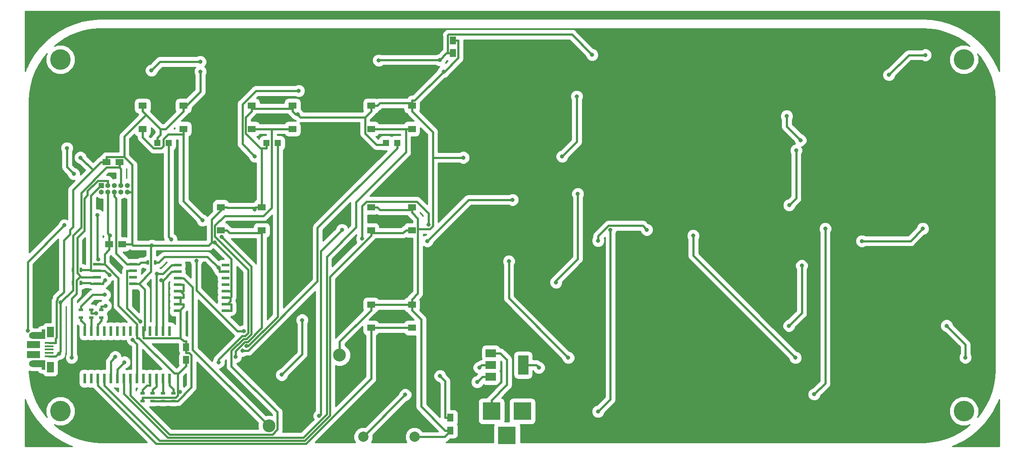
<source format=gbr>
G04 #@! TF.GenerationSoftware,KiCad,Pcbnew,(5.0.0)*
G04 #@! TF.CreationDate,2020-11-20T21:13:12-05:00*
G04 #@! TF.ProjectId,WS2812B Mini Clock,57533238313242204D696E6920436C6F,rev?*
G04 #@! TF.SameCoordinates,Original*
G04 #@! TF.FileFunction,Copper,L2,Bot,Signal*
G04 #@! TF.FilePolarity,Positive*
%FSLAX46Y46*%
G04 Gerber Fmt 4.6, Leading zero omitted, Abs format (unit mm)*
G04 Created by KiCad (PCBNEW (5.0.0)) date 11/20/20 21:13:12*
%MOMM*%
%LPD*%
G01*
G04 APERTURE LIST*
G04 #@! TA.AperFunction,ComponentPad*
%ADD10C,4.000000*%
G04 #@! TD*
G04 #@! TA.AperFunction,ComponentPad*
%ADD11C,2.500000*%
G04 #@! TD*
G04 #@! TA.AperFunction,SMDPad,CuDef*
%ADD12R,2.500000X1.425000*%
G04 #@! TD*
G04 #@! TA.AperFunction,SMDPad,CuDef*
%ADD13R,0.700000X1.825000*%
G04 #@! TD*
G04 #@! TA.AperFunction,ComponentPad*
%ADD14O,3.150000X1.300000*%
G04 #@! TD*
G04 #@! TA.AperFunction,SMDPad,CuDef*
%ADD15R,1.750000X0.400000*%
G04 #@! TD*
G04 #@! TA.AperFunction,ComponentPad*
%ADD16R,1.400000X2.000000*%
G04 #@! TD*
G04 #@! TA.AperFunction,SMDPad,CuDef*
%ADD17R,1.550000X0.600000*%
G04 #@! TD*
G04 #@! TA.AperFunction,SMDPad,CuDef*
%ADD18R,1.250000X1.500000*%
G04 #@! TD*
G04 #@! TA.AperFunction,SMDPad,CuDef*
%ADD19R,1.500000X1.250000*%
G04 #@! TD*
G04 #@! TA.AperFunction,ComponentPad*
%ADD20R,1.000000X1.000000*%
G04 #@! TD*
G04 #@! TA.AperFunction,ComponentPad*
%ADD21O,1.000000X1.000000*%
G04 #@! TD*
G04 #@! TA.AperFunction,SMDPad,CuDef*
%ADD22R,0.500000X0.900000*%
G04 #@! TD*
G04 #@! TA.AperFunction,SMDPad,CuDef*
%ADD23R,1.500000X0.600000*%
G04 #@! TD*
G04 #@! TA.AperFunction,SMDPad,CuDef*
%ADD24R,1.200000X1.200000*%
G04 #@! TD*
G04 #@! TA.AperFunction,SMDPad,CuDef*
%ADD25R,0.900000X0.500000*%
G04 #@! TD*
G04 #@! TA.AperFunction,SMDPad,CuDef*
%ADD26R,1.550000X1.300000*%
G04 #@! TD*
G04 #@! TA.AperFunction,SMDPad,CuDef*
%ADD27R,0.600000X1.910000*%
G04 #@! TD*
G04 #@! TA.AperFunction,ComponentPad*
%ADD28C,2.000000*%
G04 #@! TD*
G04 #@! TA.AperFunction,ComponentPad*
%ADD29R,3.500000X3.500000*%
G04 #@! TD*
G04 #@! TA.AperFunction,SMDPad,CuDef*
%ADD30R,2.000000X1.500000*%
G04 #@! TD*
G04 #@! TA.AperFunction,SMDPad,CuDef*
%ADD31R,2.000000X3.800000*%
G04 #@! TD*
G04 #@! TA.AperFunction,ViaPad*
%ADD32C,0.800000*%
G04 #@! TD*
G04 #@! TA.AperFunction,Conductor*
%ADD33C,0.400000*%
G04 #@! TD*
G04 #@! TA.AperFunction,NonConductor*
%ADD34C,0.254000*%
G04 #@! TD*
G04 APERTURE END LIST*
D10*
G04 #@! TO.P,REF3,1*
G04 #@! TO.N,N/C*
X228000000Y-69500000D03*
G04 #@! TD*
G04 #@! TO.P,REF4,1*
G04 #@! TO.N,N/C*
X228000000Y-138000000D03*
G04 #@! TD*
G04 #@! TO.P,REF2,1*
G04 #@! TO.N,N/C*
X52000000Y-69500000D03*
G04 #@! TD*
D11*
G04 #@! TO.P,U24,2*
G04 #@! TO.N,Net-(U24-Pad2)*
X92618272Y-140881728D03*
G04 #@! TO.P,U24,1*
G04 #@! TO.N,GND*
X106406854Y-127093146D03*
G04 #@! TD*
D12*
G04 #@! TO.P,USB1,SH*
G04 #@! TO.N,N/C*
X46750000Y-127000000D03*
D13*
X48710000Y-123010000D03*
D14*
X47480000Y-123275000D03*
D15*
G04 #@! TO.P,USB1,5*
G04 #@! TO.N,GND*
X49825000Y-124700000D03*
G04 #@! TO.P,USB1,4*
G04 #@! TO.N,N/C*
X49825000Y-125350000D03*
G04 #@! TO.P,USB1,3*
X49825000Y-126000000D03*
G04 #@! TO.P,USB1,2*
X49825000Y-126650000D03*
D16*
G04 #@! TO.P,USB1,SH*
X50030000Y-122575000D03*
D15*
G04 #@! TO.P,USB1,1*
G04 #@! TO.N,+5V*
X49825000Y-127300000D03*
D16*
G04 #@! TO.P,USB1,SH*
G04 #@! TO.N,N/C*
X50030000Y-129425000D03*
D14*
X47480000Y-128725000D03*
D13*
X48710000Y-128990000D03*
D12*
X46750000Y-125000000D03*
G04 #@! TD*
D17*
G04 #@! TO.P,MCU1,8*
G04 #@! TO.N,+5V*
X59150000Y-109350000D03*
G04 #@! TO.P,MCU1,7*
G04 #@! TO.N,SCL*
X59150000Y-110615000D03*
G04 #@! TO.P,MCU1,6*
G04 #@! TO.N,DIN*
X59150000Y-111885000D03*
G04 #@! TO.P,MCU1,5*
G04 #@! TO.N,SDA*
X59150000Y-113155000D03*
G04 #@! TO.P,MCU1,4*
G04 #@! TO.N,GND*
X66150000Y-113155000D03*
G04 #@! TO.P,MCU1,3*
G04 #@! TO.N,N/C*
X66150000Y-111885000D03*
G04 #@! TO.P,MCU1,2*
G04 #@! TO.N,INT*
X66150000Y-110615000D03*
G04 #@! TO.P,MCU1,1*
G04 #@! TO.N,RST*
X66150000Y-109345000D03*
G04 #@! TD*
D18*
G04 #@! TO.P,C3,1*
G04 #@! TO.N,+5V*
X128000000Y-139250000D03*
G04 #@! TO.P,C3,2*
G04 #@! TO.N,GND*
X128000000Y-141750000D03*
G04 #@! TD*
G04 #@! TO.P,C4,1*
G04 #@! TO.N,+5V*
X76500000Y-128000000D03*
G04 #@! TO.P,C4,2*
G04 #@! TO.N,GND*
X76500000Y-125500000D03*
G04 #@! TD*
D19*
G04 #@! TO.P,C5,1*
G04 #@! TO.N,+5V*
X63500000Y-89500000D03*
G04 #@! TO.P,C5,2*
G04 #@! TO.N,GND*
X61000000Y-89500000D03*
G04 #@! TD*
D18*
G04 #@! TO.P,C6,1*
G04 #@! TO.N,+5V*
X128500000Y-68250000D03*
G04 #@! TO.P,C6,2*
G04 #@! TO.N,GND*
X128500000Y-65750000D03*
G04 #@! TD*
D19*
G04 #@! TO.P,C7,1*
G04 #@! TO.N,+5V*
X61500000Y-105500000D03*
G04 #@! TO.P,C7,2*
G04 #@! TO.N,GND*
X64000000Y-105500000D03*
G04 #@! TD*
D20*
G04 #@! TO.P,J1,1*
G04 #@! TO.N,SCL*
X60000000Y-94000000D03*
D21*
G04 #@! TO.P,J1,2*
G04 #@! TO.N,GND*
X60000000Y-95270000D03*
G04 #@! TO.P,J1,3*
G04 #@! TO.N,DIN*
X61270000Y-94000000D03*
G04 #@! TO.P,J1,4*
G04 #@! TO.N,+5V*
X61270000Y-95270000D03*
G04 #@! TO.P,J1,5*
G04 #@! TO.N,N/C*
X62540000Y-94000000D03*
G04 #@! TO.P,J1,6*
G04 #@! TO.N,RST*
X62540000Y-95270000D03*
G04 #@! TO.P,J1,7*
G04 #@! TO.N,+5V*
X63810000Y-94000000D03*
G04 #@! TO.P,J1,8*
G04 #@! TO.N,N/C*
X63810000Y-95270000D03*
G04 #@! TO.P,J1,9*
G04 #@! TO.N,SDA*
X65080000Y-94000000D03*
G04 #@! TO.P,J1,10*
G04 #@! TO.N,GND*
X65080000Y-95270000D03*
G04 #@! TD*
D22*
G04 #@! TO.P,R1,1*
G04 #@! TO.N,+5V*
X70500000Y-109000000D03*
G04 #@! TO.P,R1,2*
G04 #@! TO.N,RST*
X69000000Y-109000000D03*
G04 #@! TD*
G04 #@! TO.P,R2,1*
G04 #@! TO.N,+5V*
X54500000Y-113000000D03*
G04 #@! TO.P,R2,2*
G04 #@! TO.N,SDA*
X56000000Y-113000000D03*
G04 #@! TD*
D23*
G04 #@! TO.P,U25,1*
G04 #@! TO.N,N/C*
X84150000Y-109555000D03*
G04 #@! TO.P,U25,2*
G04 #@! TO.N,+5V*
X84150000Y-110825000D03*
G04 #@! TO.P,U25,3*
G04 #@! TO.N,N/C*
X84150000Y-112095000D03*
G04 #@! TO.P,U25,4*
X84150000Y-113365000D03*
G04 #@! TO.P,U25,5*
G04 #@! TO.N,GND*
X84150000Y-114635000D03*
G04 #@! TO.P,U25,6*
X84150000Y-115905000D03*
G04 #@! TO.P,U25,7*
X84150000Y-117175000D03*
G04 #@! TO.P,U25,8*
X84150000Y-118445000D03*
G04 #@! TO.P,U25,9*
X74850000Y-118445000D03*
G04 #@! TO.P,U25,10*
X74850000Y-117175000D03*
G04 #@! TO.P,U25,11*
X74850000Y-115905000D03*
G04 #@! TO.P,U25,12*
X74850000Y-114635000D03*
G04 #@! TO.P,U25,13*
X74850000Y-113365000D03*
G04 #@! TO.P,U25,14*
G04 #@! TO.N,Net-(U24-Pad2)*
X74850000Y-112095000D03*
G04 #@! TO.P,U25,15*
G04 #@! TO.N,SDA*
X74850000Y-110825000D03*
G04 #@! TO.P,U25,16*
G04 #@! TO.N,SCL*
X74850000Y-109555000D03*
G04 #@! TD*
D22*
G04 #@! TO.P,R3,1*
G04 #@! TO.N,+5V*
X54500000Y-110500000D03*
G04 #@! TO.P,R3,2*
G04 #@! TO.N,SCL*
X56000000Y-110500000D03*
G04 #@! TD*
D24*
G04 #@! TO.P,D1,2*
G04 #@! TO.N,Net-(D1-Pad2)*
X73100000Y-85750000D03*
G04 #@! TO.P,D1,1*
G04 #@! TO.N,GND*
X70900000Y-85750000D03*
G04 #@! TD*
G04 #@! TO.P,D2,2*
G04 #@! TO.N,Net-(D2-Pad2)*
X117600000Y-85750000D03*
G04 #@! TO.P,D2,1*
G04 #@! TO.N,GND*
X115400000Y-85750000D03*
G04 #@! TD*
G04 #@! TO.P,D3,2*
G04 #@! TO.N,Net-(D3-Pad2)*
X94350000Y-85750000D03*
G04 #@! TO.P,D3,1*
G04 #@! TO.N,GND*
X92150000Y-85750000D03*
G04 #@! TD*
D25*
G04 #@! TO.P,R4,1*
G04 #@! TO.N,Net-(R4-Pad1)*
X74000000Y-134500000D03*
G04 #@! TO.P,R4,2*
G04 #@! TO.N,GND*
X74000000Y-136000000D03*
G04 #@! TD*
G04 #@! TO.P,R5,1*
G04 #@! TO.N,Net-(R5-Pad1)*
X72000000Y-134500000D03*
G04 #@! TO.P,R5,2*
G04 #@! TO.N,GND*
X72000000Y-136000000D03*
G04 #@! TD*
G04 #@! TO.P,R6,1*
G04 #@! TO.N,Net-(R6-Pad1)*
X70000000Y-134500000D03*
G04 #@! TO.P,R6,2*
G04 #@! TO.N,GND*
X70000000Y-136000000D03*
G04 #@! TD*
G04 #@! TO.P,R7,1*
G04 #@! TO.N,Net-(R7-Pad1)*
X68000000Y-134500000D03*
G04 #@! TO.P,R7,2*
G04 #@! TO.N,+5V*
X68000000Y-136000000D03*
G04 #@! TD*
G04 #@! TO.P,R8,1*
G04 #@! TO.N,Net-(D1-Pad2)*
X56000000Y-118250000D03*
G04 #@! TO.P,R8,2*
G04 #@! TO.N,LED0*
X56000000Y-119750000D03*
G04 #@! TD*
G04 #@! TO.P,R9,1*
G04 #@! TO.N,Net-(D2-Pad2)*
X58000000Y-118250000D03*
G04 #@! TO.P,R9,2*
G04 #@! TO.N,LED1*
X58000000Y-119750000D03*
G04 #@! TD*
G04 #@! TO.P,R10,1*
G04 #@! TO.N,Net-(D3-Pad2)*
X60000000Y-118250000D03*
G04 #@! TO.P,R10,2*
G04 #@! TO.N,LED2*
X60000000Y-119750000D03*
G04 #@! TD*
D26*
G04 #@! TO.P,SW0,1*
G04 #@! TO.N,BTN0*
X68025000Y-83000000D03*
X75975000Y-83000000D03*
G04 #@! TO.P,SW0,2*
G04 #@! TO.N,GND*
X68025000Y-78500000D03*
X75975000Y-78500000D03*
G04 #@! TD*
G04 #@! TO.P,SW1,1*
G04 #@! TO.N,BTN1*
X112525000Y-83000000D03*
X120475000Y-83000000D03*
G04 #@! TO.P,SW1,2*
G04 #@! TO.N,GND*
X112525000Y-78500000D03*
X120475000Y-78500000D03*
G04 #@! TD*
G04 #@! TO.P,SW2,1*
G04 #@! TO.N,BTN2*
X89275000Y-83000000D03*
X97225000Y-83000000D03*
G04 #@! TO.P,SW2,2*
G04 #@! TO.N,GND*
X89275000Y-78500000D03*
X97225000Y-78500000D03*
G04 #@! TD*
G04 #@! TO.P,SW3,1*
G04 #@! TO.N,BTN3*
X83275000Y-102750000D03*
X91225000Y-102750000D03*
G04 #@! TO.P,SW3,2*
G04 #@! TO.N,GND*
X83275000Y-98250000D03*
X91225000Y-98250000D03*
G04 #@! TD*
G04 #@! TO.P,SW4,1*
G04 #@! TO.N,BTN4*
X112525000Y-102750000D03*
X120475000Y-102750000D03*
G04 #@! TO.P,SW4,2*
G04 #@! TO.N,GND*
X112525000Y-98250000D03*
X120475000Y-98250000D03*
G04 #@! TD*
G04 #@! TO.P,SW5,1*
G04 #@! TO.N,BTN5*
X112525000Y-121750000D03*
X120475000Y-121750000D03*
G04 #@! TO.P,SW5,2*
G04 #@! TO.N,GND*
X112525000Y-117250000D03*
X120475000Y-117250000D03*
G04 #@! TD*
D27*
G04 #@! TO.P,U26,28*
G04 #@! TO.N,N/C*
X56745000Y-131610000D03*
G04 #@! TO.P,U26,27*
X58015000Y-131610000D03*
G04 #@! TO.P,U26,26*
G04 #@! TO.N,BTN5*
X59285000Y-131610000D03*
G04 #@! TO.P,U26,25*
G04 #@! TO.N,BTN4*
X60555000Y-131610000D03*
G04 #@! TO.P,U26,24*
G04 #@! TO.N,BTN3*
X61825000Y-131610000D03*
G04 #@! TO.P,U26,23*
G04 #@! TO.N,BTN2*
X63095000Y-131610000D03*
G04 #@! TO.P,U26,22*
G04 #@! TO.N,BTN1*
X64365000Y-131610000D03*
G04 #@! TO.P,U26,21*
G04 #@! TO.N,BTN0*
X65635000Y-131610000D03*
G04 #@! TO.P,U26,20*
G04 #@! TO.N,INT*
X66905000Y-131610000D03*
G04 #@! TO.P,U26,19*
G04 #@! TO.N,N/C*
X68175000Y-131610000D03*
G04 #@! TO.P,U26,18*
G04 #@! TO.N,Net-(R7-Pad1)*
X69445000Y-131610000D03*
G04 #@! TO.P,U26,17*
G04 #@! TO.N,Net-(R6-Pad1)*
X70715000Y-131610000D03*
G04 #@! TO.P,U26,16*
G04 #@! TO.N,Net-(R5-Pad1)*
X71985000Y-131610000D03*
G04 #@! TO.P,U26,15*
G04 #@! TO.N,Net-(R4-Pad1)*
X73255000Y-131610000D03*
G04 #@! TO.P,U26,14*
G04 #@! TO.N,N/C*
X73255000Y-122390000D03*
G04 #@! TO.P,U26,13*
G04 #@! TO.N,SDA*
X71985000Y-122390000D03*
G04 #@! TO.P,U26,12*
G04 #@! TO.N,SCL*
X70715000Y-122390000D03*
G04 #@! TO.P,U26,11*
G04 #@! TO.N,N/C*
X69445000Y-122390000D03*
G04 #@! TO.P,U26,10*
G04 #@! TO.N,GND*
X68175000Y-122390000D03*
G04 #@! TO.P,U26,9*
G04 #@! TO.N,+5V*
X66905000Y-122390000D03*
G04 #@! TO.P,U26,8*
G04 #@! TO.N,N/C*
X65635000Y-122390000D03*
G04 #@! TO.P,U26,7*
X64365000Y-122390000D03*
G04 #@! TO.P,U26,6*
X63095000Y-122390000D03*
G04 #@! TO.P,U26,5*
X61825000Y-122390000D03*
G04 #@! TO.P,U26,4*
X60555000Y-122390000D03*
G04 #@! TO.P,U26,3*
G04 #@! TO.N,LED2*
X59285000Y-122390000D03*
G04 #@! TO.P,U26,2*
G04 #@! TO.N,LED1*
X58015000Y-122390000D03*
G04 #@! TO.P,U26,1*
G04 #@! TO.N,LED0*
X56745000Y-122390000D03*
G04 #@! TD*
D10*
G04 #@! TO.P,REF\002A\002A,1*
G04 #@! TO.N,N/C*
X52000000Y-138000000D03*
G04 #@! TD*
D28*
G04 #@! TO.P,J2,1*
G04 #@! TO.N,+5V*
X111000000Y-143000000D03*
G04 #@! TD*
G04 #@! TO.P,J3,1*
G04 #@! TO.N,GND*
X121000000Y-143000000D03*
G04 #@! TD*
D29*
G04 #@! TO.P,J4,3*
G04 #@! TO.N,N/C*
X139000000Y-142700000D03*
G04 #@! TO.P,J4,2*
G04 #@! TO.N,GND*
X142000000Y-138000000D03*
G04 #@! TO.P,J4,1*
G04 #@! TO.N,Net-(J4-Pad1)*
X136000000Y-138000000D03*
G04 #@! TD*
D30*
G04 #@! TO.P,U90,1*
G04 #@! TO.N,GND*
X135850000Y-131300000D03*
G04 #@! TO.P,U90,3*
G04 #@! TO.N,Net-(J4-Pad1)*
X135850000Y-126700000D03*
G04 #@! TO.P,U90,2*
G04 #@! TO.N,+5V*
X135850000Y-129000000D03*
D31*
X142150000Y-129000000D03*
G04 #@! TD*
D32*
G04 #@! TO.N,DIN*
X54213900Y-127563600D03*
G04 #@! TO.N,GND*
X193493800Y-80503700D03*
X196174000Y-85197400D03*
X130500000Y-88583400D03*
X98212600Y-80187700D03*
X82078700Y-105090100D03*
X55893800Y-88583400D03*
X79265100Y-71850000D03*
X69811400Y-105700300D03*
X89836800Y-98700300D03*
X126656500Y-71850000D03*
X133200000Y-132317700D03*
G04 #@! TO.N,+5V*
X75302200Y-134295000D03*
X54603100Y-91732500D03*
X53287500Y-86753500D03*
X51750200Y-126804700D03*
X52053400Y-116850800D03*
X155598100Y-68565100D03*
X125957200Y-131142600D03*
X114000000Y-69637900D03*
X125898000Y-69548500D03*
X82794600Y-110075100D03*
X61695000Y-103750000D03*
X119200000Y-134799700D03*
X133600000Y-129500400D03*
X145200000Y-129500400D03*
G04 #@! TO.N,Net-(U18-Pad2)*
X45627900Y-122299000D03*
X52808900Y-101758600D03*
G04 #@! TO.N,SDA*
X71662200Y-112505600D03*
X60742700Y-112462900D03*
X59217400Y-99811800D03*
X59407700Y-108434100D03*
G04 #@! TO.N,SCL*
X61554100Y-111487400D03*
X70813800Y-111244000D03*
G04 #@! TO.N,BTN2*
X82823200Y-128462600D03*
X64474900Y-128462600D03*
G04 #@! TO.N,DOUT*
X150950000Y-127581100D03*
X139363800Y-108794800D03*
G04 #@! TO.N,Net-(U8-Pad2)*
X69750000Y-71600300D03*
X79250000Y-69921600D03*
G04 #@! TO.N,Net-(U22-Pad2)*
X99112300Y-120250000D03*
X95121100Y-130905800D03*
G04 #@! TO.N,Net-(U21-Pad2)*
X87734700Y-122419100D03*
X78483600Y-108709700D03*
G04 #@! TO.N,Net-(U29-Pad2)*
X89904000Y-88345200D03*
X98437600Y-75578400D03*
G04 #@! TO.N,Net-(U42-Pad2)*
X102432800Y-138889200D03*
X106867500Y-102650000D03*
G04 #@! TO.N,Net-(U44-Pad2)*
X110763700Y-104385300D03*
X123688400Y-101638400D03*
G04 #@! TO.N,Net-(U45-Pad2)*
X123500000Y-104850000D03*
X140105100Y-96799700D03*
G04 #@! TO.N,Net-(D1-Pad2)*
X60675000Y-115322600D03*
X73634100Y-104556300D03*
G04 #@! TO.N,Net-(D2-Pad2)*
X59000000Y-118916400D03*
X87492700Y-126177900D03*
G04 #@! TO.N,Net-(D3-Pad2)*
X60800000Y-117450000D03*
X88228900Y-125317600D03*
G04 #@! TO.N,INT*
X67590000Y-120550100D03*
X66110400Y-124134400D03*
G04 #@! TO.N,BTN0*
X79689000Y-100802000D03*
X83429600Y-104037000D03*
G04 #@! TO.N,BTN3*
X86137200Y-127429000D03*
X62702000Y-127429000D03*
G04 #@! TO.N,Net-(U49-Pad4)*
X148550000Y-112910100D03*
X152797100Y-95650000D03*
G04 #@! TO.N,Net-(U54-Pad2)*
X149750000Y-88350000D03*
X152585500Y-76650000D03*
G04 #@! TO.N,Net-(U64-Pad4)*
X156750000Y-138062000D03*
X159156300Y-102650000D03*
G04 #@! TO.N,Net-(U64-Pad2)*
X156750000Y-104774900D03*
X166250000Y-102650000D03*
G04 #@! TO.N,Net-(U65-Pad4)*
X195200000Y-127588300D03*
X175276700Y-103798400D03*
G04 #@! TO.N,Net-(U66-Pad2)*
X195334200Y-87205300D03*
X193975100Y-97850000D03*
G04 #@! TO.N,Net-(U70-Pad2)*
X196419600Y-109650000D03*
X193952000Y-121350000D03*
G04 #@! TO.N,Net-(U72-Pad2)*
X213404300Y-72476400D03*
X220538400Y-68598000D03*
G04 #@! TO.N,Net-(U81-Pad4)*
X201000000Y-102440400D03*
X198849600Y-134711700D03*
G04 #@! TO.N,Net-(U83-Pad2)*
X228315600Y-127536800D03*
X224637100Y-121350000D03*
G04 #@! TO.N,Net-(U85-Pad2)*
X220000000Y-102440400D03*
X208140500Y-104850000D03*
G04 #@! TD*
D33*
G04 #@! TO.N,DIN*
X55932100Y-111732100D02*
X55297200Y-111097300D01*
X55297200Y-111097300D02*
X55297200Y-104222300D01*
X55297200Y-104222300D02*
X56650100Y-102869400D01*
X56650100Y-102869400D02*
X56650100Y-96560200D01*
X56650100Y-96560200D02*
X57303100Y-95907200D01*
X57303100Y-95907200D02*
X57303100Y-95058300D01*
X57303100Y-95058300D02*
X59261700Y-93099700D01*
X59261700Y-93099700D02*
X61270000Y-93099700D01*
X55932100Y-111732100D02*
X56084900Y-111885000D01*
X56084900Y-111885000D02*
X59150000Y-111885000D01*
X55932100Y-111732100D02*
X55150400Y-112513800D01*
X55150400Y-112513800D02*
X55150400Y-115127900D01*
X55150400Y-115127900D02*
X54213900Y-116064400D01*
X54213900Y-116064400D02*
X54213900Y-127563600D01*
X61270000Y-94000000D02*
X61270000Y-93099700D01*
G04 #@! TO.N,GND*
X72000000Y-136000000D02*
X70000000Y-136000000D01*
X74000000Y-136000000D02*
X72000000Y-136000000D01*
X68701800Y-80227000D02*
X68025000Y-79550300D01*
X71474700Y-83000000D02*
X68701800Y-80227000D01*
X68701800Y-80227000D02*
X64439700Y-84489100D01*
X64439700Y-84489100D02*
X64439700Y-88474700D01*
X64439700Y-88474700D02*
X61000000Y-88474700D01*
X65980300Y-95270000D02*
X65980300Y-90015300D01*
X65980300Y-90015300D02*
X64439700Y-88474700D01*
X61000000Y-89500000D02*
X61000000Y-88474700D01*
X65980300Y-105500000D02*
X65980300Y-95270000D01*
X58330100Y-91019600D02*
X54448700Y-94901000D01*
X54448700Y-94901000D02*
X54448700Y-102099600D01*
X54448700Y-102099600D02*
X53899000Y-102649300D01*
X53899000Y-102649300D02*
X53899000Y-103498000D01*
X53899000Y-103498000D02*
X52653600Y-104743400D01*
X52653600Y-104743400D02*
X52653600Y-114767900D01*
X52653600Y-114767900D02*
X51453100Y-115968400D01*
X51453100Y-115968400D02*
X51453100Y-116319400D01*
X51453100Y-116319400D02*
X51253100Y-116519400D01*
X51253100Y-116519400D02*
X51253100Y-123698800D01*
X51253100Y-123698800D02*
X51100300Y-123851600D01*
X51100300Y-123851600D02*
X51100300Y-124700000D01*
X193493800Y-80503700D02*
X193493800Y-82517200D01*
X193493800Y-82517200D02*
X196174000Y-85197400D01*
X124556100Y-88583400D02*
X124556100Y-83631400D01*
X124556100Y-83631400D02*
X120475000Y-79550300D01*
X121650400Y-102470300D02*
X124011100Y-102470300D01*
X124011100Y-102470300D02*
X124556100Y-101925300D01*
X124556100Y-101925300D02*
X124556100Y-88583400D01*
X124556100Y-88583400D02*
X130500000Y-88583400D01*
X112525000Y-98250000D02*
X113700300Y-98250000D01*
X120475000Y-98775100D02*
X114225400Y-98775100D01*
X114225400Y-98775100D02*
X113700300Y-98250000D01*
X120475000Y-98775100D02*
X120475000Y-99300300D01*
X120475000Y-98250000D02*
X120475000Y-98775100D01*
X89275000Y-79025100D02*
X89275000Y-79550300D01*
X89275000Y-78500000D02*
X89275000Y-79025100D01*
X97225000Y-79025100D02*
X97225000Y-79550300D01*
X97225000Y-78500000D02*
X97225000Y-79025100D01*
X97225000Y-79025100D02*
X89275000Y-79025100D01*
X111349600Y-80725700D02*
X98750600Y-80725700D01*
X98750600Y-80725700D02*
X98212600Y-80187700D01*
X97225000Y-79550300D02*
X97862400Y-80187700D01*
X97862400Y-80187700D02*
X98212600Y-80187700D01*
X91225000Y-86758100D02*
X90977100Y-86758100D01*
X90977100Y-86758100D02*
X88099600Y-83880600D01*
X88099600Y-83880600D02*
X88099600Y-80725700D01*
X88099600Y-80725700D02*
X89275000Y-79550300D01*
X92150000Y-86750300D02*
X91232800Y-86750300D01*
X91232800Y-86750300D02*
X91225000Y-86758100D01*
X91225000Y-86758100D02*
X91225000Y-97199700D01*
X84575100Y-117175000D02*
X85150200Y-116599900D01*
X85150200Y-116599900D02*
X85150200Y-115905000D01*
X85150200Y-115905000D02*
X85300300Y-115754900D01*
X85300300Y-115754900D02*
X85300300Y-114635000D01*
X84150000Y-115905000D02*
X85150200Y-115905000D01*
X84575100Y-117175000D02*
X85300300Y-117175000D01*
X84150000Y-117175000D02*
X84575100Y-117175000D01*
X82078700Y-105090100D02*
X85300300Y-108311700D01*
X85300300Y-108311700D02*
X85300300Y-114635000D01*
X81468500Y-105090100D02*
X82078700Y-105090100D01*
X84150000Y-114635000D02*
X85300300Y-114635000D01*
X81468500Y-105090100D02*
X80858300Y-105700300D01*
X80858300Y-105700300D02*
X69811400Y-105700300D01*
X83862700Y-98250000D02*
X81468500Y-100644200D01*
X81468500Y-100644200D02*
X81468500Y-105090100D01*
X83862700Y-98250000D02*
X84450300Y-98250000D01*
X83275000Y-98250000D02*
X83862700Y-98250000D01*
X89836800Y-98356400D02*
X84556700Y-98356400D01*
X84556700Y-98356400D02*
X84450300Y-98250000D01*
X90049700Y-98250000D02*
X89943300Y-98356400D01*
X89943300Y-98356400D02*
X89836800Y-98356400D01*
X89836800Y-98356400D02*
X89836800Y-98700300D01*
X69651600Y-105700300D02*
X69811400Y-105700300D01*
X67325300Y-113155000D02*
X69651600Y-110828700D01*
X69651600Y-110828700D02*
X69651600Y-105700300D01*
X69651600Y-105700300D02*
X66180600Y-105700300D01*
X66180600Y-105700300D02*
X65980300Y-105500000D01*
X65150300Y-105500000D02*
X65980300Y-105500000D01*
X75425200Y-115905000D02*
X76000300Y-115905000D01*
X74850000Y-115905000D02*
X75425200Y-115905000D01*
X75425200Y-117175000D02*
X76000300Y-117175000D01*
X74850000Y-117175000D02*
X75425200Y-117175000D01*
X75425200Y-115905000D02*
X75425200Y-117175000D01*
X75137600Y-118445000D02*
X75209500Y-118445000D01*
X75209500Y-118445000D02*
X76000300Y-117654200D01*
X76000300Y-117654200D02*
X76000300Y-117175000D01*
X75137600Y-118445000D02*
X75425200Y-118445000D01*
X74850000Y-118445000D02*
X75137600Y-118445000D01*
X70900000Y-85750000D02*
X70900000Y-84749700D01*
X68025000Y-78500000D02*
X68025000Y-79550300D01*
X75975000Y-79550300D02*
X72525300Y-83000000D01*
X72525300Y-83000000D02*
X71474700Y-83000000D01*
X71474700Y-83000000D02*
X71474700Y-84175000D01*
X71474700Y-84175000D02*
X70900000Y-84749700D01*
X65080000Y-95270000D02*
X65980300Y-95270000D01*
X64000000Y-105500000D02*
X65150300Y-105500000D01*
X67325300Y-113155000D02*
X68434700Y-114264400D01*
X68434700Y-114264400D02*
X68434700Y-122130300D01*
X68434700Y-122130300D02*
X68175000Y-122390000D01*
X49825000Y-124700000D02*
X51100300Y-124700000D01*
X58330100Y-91019600D02*
X55893800Y-88583400D01*
X59849700Y-89500000D02*
X58330100Y-91019600D01*
X75975000Y-79025100D02*
X79265100Y-75735000D01*
X79265100Y-75735000D02*
X79265100Y-71850000D01*
X75975000Y-79025100D02*
X75975000Y-79550300D01*
X75975000Y-78500000D02*
X75975000Y-79025100D01*
X60424900Y-89500000D02*
X61000000Y-89500000D01*
X60424900Y-89500000D02*
X59849700Y-89500000D01*
X121650400Y-102470300D02*
X121650400Y-100475700D01*
X121650400Y-100475700D02*
X120475000Y-99300300D01*
X120475000Y-116199700D02*
X121650400Y-115024300D01*
X121650400Y-115024300D02*
X121650400Y-102470300D01*
X120475000Y-78500000D02*
X120475000Y-79550300D01*
X91225000Y-98250000D02*
X90049700Y-98250000D01*
X120475000Y-77449700D02*
X121056800Y-77449700D01*
X121056800Y-77449700D02*
X126656500Y-71850000D01*
X129525300Y-65750000D02*
X129525300Y-69187100D01*
X129525300Y-69187100D02*
X126862400Y-71850000D01*
X126862400Y-71850000D02*
X126656500Y-71850000D01*
X66150000Y-113155000D02*
X67325300Y-113155000D01*
X120475000Y-117250000D02*
X120475000Y-118300300D01*
X128000000Y-141750000D02*
X126974700Y-141750000D01*
X126974700Y-141750000D02*
X122292700Y-137068000D01*
X122292700Y-137068000D02*
X122292700Y-120118000D01*
X122292700Y-120118000D02*
X120475000Y-118300300D01*
X111349600Y-80725700D02*
X112525000Y-79550300D01*
X115400000Y-86100000D02*
X113559200Y-86100000D01*
X113559200Y-86100000D02*
X111349600Y-83890400D01*
X111349600Y-83890400D02*
X111349600Y-80725700D01*
X112525000Y-78500000D02*
X113700300Y-78500000D01*
X120475000Y-77974800D02*
X114225500Y-77974800D01*
X114225500Y-77974800D02*
X113700300Y-78500000D01*
X120475000Y-77974800D02*
X120475000Y-77449700D01*
X120475000Y-78500000D02*
X120475000Y-77974800D01*
X112525000Y-78500000D02*
X112525000Y-79550300D01*
X115400000Y-85750000D02*
X115400000Y-86100000D01*
X120475000Y-117250000D02*
X120475000Y-116199700D01*
X120475000Y-117250000D02*
X112525000Y-117250000D01*
X75425200Y-123745300D02*
X76029600Y-124349700D01*
X76029600Y-124349700D02*
X76500000Y-124349700D01*
X75425200Y-118445000D02*
X75425200Y-123745300D01*
X68175000Y-123745300D02*
X75425200Y-123745300D01*
X76500000Y-125500000D02*
X76500000Y-124349700D01*
X68175000Y-122390000D02*
X68175000Y-123745300D01*
X112525000Y-117250000D02*
X112525000Y-118300300D01*
X106406900Y-127093100D02*
X106406900Y-124418400D01*
X106406900Y-124418400D02*
X112525000Y-118300300D01*
X84150000Y-118445000D02*
X85300300Y-118445000D01*
X74850000Y-114635000D02*
X75425200Y-114635000D01*
X128500000Y-65750000D02*
X129525300Y-65750000D01*
X74000000Y-136000000D02*
X74850300Y-136000000D01*
X74850300Y-136000000D02*
X77525400Y-133324900D01*
X77525400Y-133324900D02*
X77525400Y-127057000D01*
X77525400Y-127057000D02*
X77118700Y-126650300D01*
X77118700Y-126650300D02*
X76500000Y-126650300D01*
X76500000Y-125500000D02*
X76500000Y-126650300D01*
X92150000Y-85750000D02*
X92150000Y-86750300D01*
X85300300Y-118445000D02*
X85300300Y-117175000D01*
X75425200Y-114635000D02*
X76000300Y-115210100D01*
X76000300Y-115210100D02*
X76000300Y-115905000D01*
X75425200Y-114635000D02*
X76000300Y-114635000D01*
X74850000Y-113365000D02*
X76000300Y-113365000D01*
X76000300Y-113365000D02*
X76000300Y-114635000D01*
X91225000Y-98250000D02*
X91225000Y-97199700D01*
X128000000Y-141875000D02*
X128000000Y-141750000D01*
X126875000Y-143000000D02*
X128000000Y-141875000D01*
X121000000Y-143000000D02*
X126875000Y-143000000D01*
X134217700Y-131300000D02*
X133200000Y-132317700D01*
X135850000Y-131300000D02*
X134217700Y-131300000D01*
G04 #@! TO.N,+5V*
X74874500Y-134295000D02*
X74874500Y-130634500D01*
X68000000Y-135349700D02*
X74419400Y-135349700D01*
X74419400Y-135349700D02*
X74874500Y-134894600D01*
X74874500Y-134894600D02*
X74874500Y-134295000D01*
X74874500Y-134295000D02*
X75302200Y-134295000D01*
X53287500Y-86753500D02*
X53287500Y-90416900D01*
X53287500Y-90416900D02*
X54603100Y-91732500D01*
X51731500Y-126804700D02*
X51731500Y-126823400D01*
X51731500Y-126823400D02*
X51576900Y-126823400D01*
X51576900Y-126823400D02*
X51100300Y-127300000D01*
X52053400Y-116850800D02*
X52053400Y-126346900D01*
X52053400Y-126346900D02*
X51731500Y-126668800D01*
X51731500Y-126668800D02*
X51731500Y-126804700D01*
X51731500Y-126804700D02*
X51750200Y-126804700D01*
X49825000Y-127300000D02*
X51100300Y-127300000D01*
X52053400Y-116850800D02*
X54500000Y-114404200D01*
X54500000Y-114404200D02*
X54500000Y-113850300D01*
X127474700Y-68250000D02*
X127474700Y-64745900D01*
X127474700Y-64745900D02*
X127623300Y-64597300D01*
X127623300Y-64597300D02*
X151630300Y-64597300D01*
X151630300Y-64597300D02*
X155598100Y-68565100D01*
X127474700Y-68250000D02*
X127196500Y-68250000D01*
X127196500Y-68250000D02*
X125898000Y-69548500D01*
X128000000Y-139250000D02*
X126974700Y-139250000D01*
X126974700Y-139250000D02*
X126974700Y-132160100D01*
X126974700Y-132160100D02*
X125957200Y-131142600D01*
X125898000Y-69548500D02*
X114089400Y-69548500D01*
X114089400Y-69548500D02*
X114000000Y-69637900D01*
X128500000Y-68250000D02*
X127474700Y-68250000D01*
X68000000Y-136000000D02*
X68000000Y-135349700D01*
X60615800Y-109350000D02*
X63313900Y-112048100D01*
X63313900Y-112048100D02*
X63313900Y-117443600D01*
X63313900Y-117443600D02*
X66905000Y-121034700D01*
X60615800Y-109350000D02*
X60175200Y-109350000D01*
X60615800Y-109350000D02*
X60615800Y-107409500D01*
X60615800Y-107409500D02*
X61500000Y-106525300D01*
X54500000Y-110500000D02*
X54500000Y-103746200D01*
X54500000Y-103746200D02*
X56049800Y-102196400D01*
X56049800Y-102196400D02*
X56049800Y-95462500D01*
X56049800Y-95462500D02*
X60987000Y-90525300D01*
X60987000Y-90525300D02*
X63500000Y-90525300D01*
X54500000Y-113000000D02*
X54500000Y-110500000D01*
X63500000Y-89500000D02*
X63500000Y-90525300D01*
X63810000Y-94000000D02*
X63810000Y-90835300D01*
X63810000Y-90835300D02*
X63500000Y-90525300D01*
X54500000Y-113000000D02*
X54500000Y-113850300D01*
X82794600Y-110075100D02*
X80617800Y-107898300D01*
X80617800Y-107898300D02*
X72252000Y-107898300D01*
X72252000Y-107898300D02*
X71150300Y-109000000D01*
X84150000Y-110825000D02*
X82999700Y-110825000D01*
X82999700Y-110825000D02*
X82999700Y-110280200D01*
X82999700Y-110280200D02*
X82794600Y-110075100D01*
X61695000Y-103750000D02*
X61270000Y-103325000D01*
X61270000Y-103325000D02*
X61270000Y-95270000D01*
X61695000Y-103750000D02*
X61500000Y-103945000D01*
X61500000Y-103945000D02*
X61500000Y-105500000D01*
X76500000Y-129150300D02*
X75015800Y-130634500D01*
X75015800Y-130634500D02*
X74874500Y-130634500D01*
X70500000Y-109000000D02*
X71150300Y-109000000D01*
X76500000Y-128000000D02*
X76500000Y-129150300D01*
X74874500Y-130634500D02*
X74176200Y-130634500D01*
X74176200Y-130634500D02*
X67287000Y-123745300D01*
X67287000Y-123745300D02*
X66905000Y-123745300D01*
X66905000Y-122390000D02*
X66905000Y-123745300D01*
X66905000Y-122390000D02*
X66905000Y-121034700D01*
X59150000Y-109350000D02*
X60175200Y-109350000D01*
X61500000Y-105500000D02*
X61500000Y-106525300D01*
X119200000Y-134800000D02*
X119200000Y-134799700D01*
X111000000Y-143000000D02*
X119200000Y-134800000D01*
X134100400Y-129000000D02*
X133600000Y-129500400D01*
X135850000Y-129000000D02*
X134100400Y-129000000D01*
X144699600Y-129000000D02*
X145200000Y-129500400D01*
X142150000Y-129000000D02*
X144699600Y-129000000D01*
G04 #@! TO.N,Net-(U18-Pad2)*
X45627900Y-122299000D02*
X45627900Y-108939600D01*
X45627900Y-108939600D02*
X52808900Y-101758600D01*
G04 #@! TO.N,SDA*
X71985000Y-112539700D02*
X73699700Y-110825000D01*
X71985000Y-122390000D02*
X71985000Y-112539700D01*
X71985000Y-112539700D02*
X71696300Y-112539700D01*
X71696300Y-112539700D02*
X71662200Y-112505600D01*
X74850000Y-110825000D02*
X73699700Y-110825000D01*
X60325300Y-113155000D02*
X60325300Y-112880300D01*
X60325300Y-112880300D02*
X60742700Y-112462900D01*
X59150000Y-113155000D02*
X60325300Y-113155000D01*
X59217400Y-99811800D02*
X59217400Y-108243800D01*
X59217400Y-108243800D02*
X59407700Y-108434100D01*
X59150000Y-113155000D02*
X57974700Y-113155000D01*
X56000000Y-113000000D02*
X57819700Y-113000000D01*
X57819700Y-113000000D02*
X57974700Y-113155000D01*
G04 #@! TO.N,RST*
X66150000Y-109345000D02*
X67325300Y-109345000D01*
X69000000Y-109000000D02*
X67670300Y-109000000D01*
X67670300Y-109000000D02*
X67325300Y-109345000D01*
X66150000Y-109345000D02*
X64974700Y-109345000D01*
X62540000Y-95270000D02*
X62540000Y-96170300D01*
X62540000Y-96170300D02*
X62839900Y-96470200D01*
X62839900Y-96470200D02*
X62839900Y-107210200D01*
X62839900Y-107210200D02*
X64974700Y-109345000D01*
G04 #@! TO.N,SCL*
X70813800Y-111244000D02*
X72010700Y-111244000D01*
X72010700Y-111244000D02*
X73699700Y-109555000D01*
X70715000Y-122390000D02*
X70715000Y-111342800D01*
X70715000Y-111342800D02*
X70813800Y-111244000D01*
X61554100Y-111487400D02*
X60681700Y-110615000D01*
X60681700Y-110615000D02*
X59150000Y-110615000D01*
X74850000Y-109555000D02*
X73699700Y-109555000D01*
X59150000Y-110615000D02*
X57974700Y-110615000D01*
X57927600Y-110500000D02*
X57927600Y-95985300D01*
X57927600Y-95985300D02*
X59912900Y-94000000D01*
X59912900Y-94000000D02*
X60000000Y-94000000D01*
X57974700Y-110615000D02*
X57974700Y-110547100D01*
X57974700Y-110547100D02*
X57927600Y-110500000D01*
X57927600Y-110500000D02*
X56650300Y-110500000D01*
X56000000Y-110500000D02*
X56650300Y-110500000D01*
G04 #@! TO.N,BTN1*
X64365000Y-131610000D02*
X64365000Y-134562500D01*
X64365000Y-134562500D02*
X72951500Y-143149000D01*
X72951500Y-143149000D02*
X99322800Y-143149000D01*
X99322800Y-143149000D02*
X103898400Y-138573400D01*
X103898400Y-138573400D02*
X103898400Y-107911500D01*
X103898400Y-107911500D02*
X109608700Y-102201200D01*
X109608700Y-102201200D02*
X109608700Y-97235800D01*
X109608700Y-97235800D02*
X119299700Y-87544800D01*
X119299700Y-87544800D02*
X119299700Y-83000000D01*
X119299700Y-83000000D02*
X112525000Y-83000000D01*
X120475000Y-83000000D02*
X119299700Y-83000000D01*
G04 #@! TO.N,BTN2*
X93150400Y-83000000D02*
X93150400Y-98370600D01*
X93150400Y-98370600D02*
X91574300Y-99946700D01*
X91574300Y-99946700D02*
X83980500Y-99946700D01*
X83980500Y-99946700D02*
X82099600Y-101827600D01*
X82099600Y-101827600D02*
X82099600Y-103959100D01*
X82099600Y-103959100D02*
X88567800Y-110427300D01*
X88567800Y-110427300D02*
X88567800Y-122718000D01*
X88567800Y-122718000D02*
X87969100Y-123316700D01*
X87969100Y-123316700D02*
X87400300Y-123316700D01*
X87400300Y-123316700D02*
X82823200Y-127893800D01*
X82823200Y-127893800D02*
X82823200Y-128462600D01*
X93150400Y-83000000D02*
X89275000Y-83000000D01*
X96049700Y-83000000D02*
X93150400Y-83000000D01*
X63095000Y-131610000D02*
X63095000Y-129842500D01*
X63095000Y-129842500D02*
X64474900Y-128462600D01*
X97225000Y-83000000D02*
X96049700Y-83000000D01*
G04 #@! TO.N,DOUT*
X150950000Y-127581100D02*
X139363800Y-115994900D01*
X139363800Y-115994900D02*
X139363800Y-108794800D01*
G04 #@! TO.N,Net-(U24-Pad2)*
X74850000Y-112095000D02*
X76000300Y-112095000D01*
X76000300Y-112095000D02*
X77792800Y-113887500D01*
X77792800Y-113887500D02*
X77792800Y-126056200D01*
X77792800Y-126056200D02*
X92618300Y-140881700D01*
G04 #@! TO.N,Net-(U8-Pad2)*
X79250000Y-69921600D02*
X71428700Y-69921600D01*
X71428700Y-69921600D02*
X69750000Y-71600300D01*
G04 #@! TO.N,Net-(U22-Pad2)*
X95121100Y-130905800D02*
X99112300Y-126914600D01*
X99112300Y-126914600D02*
X99112300Y-120250000D01*
G04 #@! TO.N,Net-(U21-Pad2)*
X87734700Y-122419100D02*
X86497300Y-122419100D01*
X86497300Y-122419100D02*
X78483600Y-114405400D01*
X78483600Y-114405400D02*
X78483600Y-108709700D01*
G04 #@! TO.N,Net-(U29-Pad2)*
X89904000Y-88345200D02*
X87497400Y-85938600D01*
X87497400Y-85938600D02*
X87497400Y-78167900D01*
X87497400Y-78167900D02*
X90086900Y-75578400D01*
X90086900Y-75578400D02*
X98437600Y-75578400D01*
G04 #@! TO.N,Net-(U42-Pad2)*
X102432800Y-138889200D02*
X102697700Y-138624300D01*
X102697700Y-138624300D02*
X102697700Y-106819800D01*
X102697700Y-106819800D02*
X106867500Y-102650000D01*
G04 #@! TO.N,Net-(U44-Pad2)*
X110763700Y-104385300D02*
X110763700Y-98008900D01*
X110763700Y-98008900D02*
X111619400Y-97153200D01*
X111619400Y-97153200D02*
X121402800Y-97153200D01*
X121402800Y-97153200D02*
X123688400Y-99438800D01*
X123688400Y-99438800D02*
X123688400Y-101638400D01*
G04 #@! TO.N,Net-(U45-Pad2)*
X123500000Y-104850000D02*
X131550300Y-96799700D01*
X131550300Y-96799700D02*
X140105100Y-96799700D01*
G04 #@! TO.N,Net-(D1-Pad2)*
X56000000Y-118250000D02*
X56000000Y-117599700D01*
X60675000Y-115322600D02*
X58277100Y-115322600D01*
X58277100Y-115322600D02*
X56000000Y-117599700D01*
X73100000Y-85750000D02*
X73100000Y-104022200D01*
X73100000Y-104022200D02*
X73634100Y-104556300D01*
G04 #@! TO.N,Net-(D2-Pad2)*
X117600000Y-85750000D02*
X117600000Y-86750300D01*
X58000000Y-118250000D02*
X58000000Y-118900300D01*
X59000000Y-118916400D02*
X58016100Y-118916400D01*
X58016100Y-118916400D02*
X58000000Y-118900300D01*
X117600000Y-86750300D02*
X102097300Y-102253000D01*
X102097300Y-102253000D02*
X102097300Y-112678200D01*
X102097300Y-112678200D02*
X88597600Y-126177900D01*
X88597600Y-126177900D02*
X87492700Y-126177900D01*
G04 #@! TO.N,Net-(D3-Pad2)*
X94350000Y-85750000D02*
X94350000Y-119571800D01*
X94350000Y-119571800D02*
X88604200Y-125317600D01*
X88604200Y-125317600D02*
X88228900Y-125317600D01*
X60000000Y-118250000D02*
X60000000Y-117599700D01*
X60800000Y-117450000D02*
X60650300Y-117599700D01*
X60650300Y-117599700D02*
X60000000Y-117599700D01*
G04 #@! TO.N,INT*
X64974700Y-110615000D02*
X64974700Y-117934800D01*
X64974700Y-117934800D02*
X67590000Y-120550100D01*
X66905000Y-131610000D02*
X66905000Y-130254700D01*
X66905000Y-130254700D02*
X66905000Y-124929000D01*
X66905000Y-124929000D02*
X66110400Y-124134400D01*
X66150000Y-110615000D02*
X64974700Y-110615000D01*
G04 #@! TO.N,Net-(R4-Pad1)*
X73255000Y-131610000D02*
X73255000Y-132965300D01*
X73255000Y-132965300D02*
X74000000Y-133710300D01*
X74000000Y-133710300D02*
X74000000Y-134500000D01*
G04 #@! TO.N,Net-(R5-Pad1)*
X72000000Y-134500000D02*
X72000000Y-133849700D01*
X71985000Y-131610000D02*
X71985000Y-133834700D01*
X71985000Y-133834700D02*
X72000000Y-133849700D01*
G04 #@! TO.N,Net-(R6-Pad1)*
X70000000Y-134500000D02*
X70000000Y-133849700D01*
X70715000Y-131610000D02*
X70715000Y-133134700D01*
X70715000Y-133134700D02*
X70000000Y-133849700D01*
G04 #@! TO.N,Net-(R7-Pad1)*
X69445000Y-131610000D02*
X69445000Y-132965300D01*
X68000000Y-134500000D02*
X68000000Y-133849700D01*
X69445000Y-132965300D02*
X68884400Y-132965300D01*
X68884400Y-132965300D02*
X68000000Y-133849700D01*
G04 #@! TO.N,LED0*
X56000000Y-119750000D02*
X56000000Y-120400300D01*
X56745000Y-122390000D02*
X56745000Y-121034700D01*
X56745000Y-121034700D02*
X56110600Y-120400300D01*
X56110600Y-120400300D02*
X56000000Y-120400300D01*
G04 #@! TO.N,LED1*
X58000000Y-119750000D02*
X58000000Y-120400300D01*
X58015000Y-122390000D02*
X58015000Y-120415300D01*
X58015000Y-120415300D02*
X58000000Y-120400300D01*
G04 #@! TO.N,LED2*
X59285000Y-122390000D02*
X59285000Y-121034700D01*
X60000000Y-119750000D02*
X60000000Y-120400300D01*
X59285000Y-121034700D02*
X59365600Y-121034700D01*
X59365600Y-121034700D02*
X60000000Y-120400300D01*
G04 #@! TO.N,BTN0*
X79689000Y-100802000D02*
X75975000Y-97088000D01*
X75975000Y-97088000D02*
X75975000Y-84050300D01*
X83429600Y-104037000D02*
X89174000Y-109781400D01*
X89174000Y-109781400D02*
X89174000Y-122967600D01*
X89174000Y-122967600D02*
X88224600Y-123917000D01*
X88224600Y-123917000D02*
X87648900Y-123917000D01*
X87648900Y-123917000D02*
X85327700Y-126238200D01*
X85327700Y-126238200D02*
X85327700Y-129226200D01*
X85327700Y-129226200D02*
X94291500Y-138190000D01*
X94291500Y-138190000D02*
X94291500Y-141558200D01*
X94291500Y-141558200D02*
X93301000Y-142548700D01*
X93301000Y-142548700D02*
X73275700Y-142548700D01*
X73275700Y-142548700D02*
X65635000Y-134908000D01*
X65635000Y-134908000D02*
X65635000Y-132965300D01*
X65635000Y-131610000D02*
X65635000Y-132965300D01*
X75975000Y-84050300D02*
X73033600Y-84050300D01*
X73033600Y-84050300D02*
X72099600Y-84984300D01*
X72099600Y-84984300D02*
X72099600Y-86329600D01*
X72099600Y-86329600D02*
X71678800Y-86750400D01*
X71678800Y-86750400D02*
X70122000Y-86750400D01*
X70122000Y-86750400D02*
X68025000Y-84653400D01*
X68025000Y-84653400D02*
X68025000Y-83000000D01*
X75975000Y-83000000D02*
X75975000Y-84050300D01*
G04 #@! TO.N,BTN3*
X91225000Y-103275100D02*
X91225000Y-121765500D01*
X91225000Y-121765500D02*
X88473200Y-124517300D01*
X88473200Y-124517300D02*
X87897500Y-124517300D01*
X87897500Y-124517300D02*
X86137200Y-126277600D01*
X86137200Y-126277600D02*
X86137200Y-127429000D01*
X61825000Y-131610000D02*
X61825000Y-128306000D01*
X61825000Y-128306000D02*
X62702000Y-127429000D01*
X83275000Y-102750000D02*
X84450300Y-102750000D01*
X91225000Y-103275100D02*
X84975400Y-103275100D01*
X84975400Y-103275100D02*
X84450300Y-102750000D01*
X91225000Y-102750000D02*
X91225000Y-103275100D01*
G04 #@! TO.N,BTN4*
X120475000Y-102750000D02*
X119299700Y-102750000D01*
X112525000Y-103275100D02*
X118774600Y-103275100D01*
X118774600Y-103275100D02*
X119299700Y-102750000D01*
X112525000Y-103275100D02*
X112525000Y-103800300D01*
X112525000Y-102750000D02*
X112525000Y-103275100D01*
X60555000Y-132965300D02*
X71339000Y-143749300D01*
X71339000Y-143749300D02*
X99571400Y-143749300D01*
X99571400Y-143749300D02*
X104498700Y-138822000D01*
X104498700Y-138822000D02*
X104498700Y-111826600D01*
X104498700Y-111826600D02*
X112525000Y-103800300D01*
X60555000Y-131610000D02*
X60555000Y-132965300D01*
G04 #@! TO.N,BTN5*
X59285000Y-132965300D02*
X70669300Y-144349600D01*
X70669300Y-144349600D02*
X99820000Y-144349600D01*
X99820000Y-144349600D02*
X112525000Y-131644600D01*
X112525000Y-131644600D02*
X112525000Y-121750000D01*
X59285000Y-131610000D02*
X59285000Y-132965300D01*
X120475000Y-121750000D02*
X112525000Y-121750000D01*
G04 #@! TO.N,Net-(U49-Pad4)*
X152797100Y-95650000D02*
X152797100Y-108314600D01*
X152797100Y-108314600D02*
X148550000Y-112561700D01*
X148550000Y-112561700D02*
X148550000Y-112910100D01*
G04 #@! TO.N,Net-(U54-Pad2)*
X149750000Y-88350000D02*
X152585500Y-85514500D01*
X152585500Y-85514500D02*
X152585500Y-76650000D01*
G04 #@! TO.N,Net-(U64-Pad4)*
X156750000Y-138062000D02*
X159156300Y-135655700D01*
X159156300Y-135655700D02*
X159156300Y-102650000D01*
G04 #@! TO.N,Net-(U64-Pad2)*
X156750000Y-104774900D02*
X156750000Y-103884800D01*
X156750000Y-103884800D02*
X158800800Y-101834000D01*
X158800800Y-101834000D02*
X165434000Y-101834000D01*
X165434000Y-101834000D02*
X166250000Y-102650000D01*
G04 #@! TO.N,Net-(U65-Pad4)*
X195200000Y-127588300D02*
X175276700Y-107665000D01*
X175276700Y-107665000D02*
X175276700Y-103798400D01*
G04 #@! TO.N,Net-(U66-Pad2)*
X195334200Y-87205300D02*
X195334200Y-96490900D01*
X195334200Y-96490900D02*
X193975100Y-97850000D01*
G04 #@! TO.N,Net-(U70-Pad2)*
X196419600Y-109650000D02*
X196419600Y-118882400D01*
X196419600Y-118882400D02*
X193952000Y-121350000D01*
G04 #@! TO.N,Net-(U72-Pad2)*
X213404300Y-72476400D02*
X217282700Y-68598000D01*
X217282700Y-68598000D02*
X220538400Y-68598000D01*
G04 #@! TO.N,Net-(U81-Pad4)*
X201000000Y-102440400D02*
X201000000Y-132561300D01*
X201000000Y-132561300D02*
X198849600Y-134711700D01*
G04 #@! TO.N,Net-(U83-Pad2)*
X224637100Y-121350000D02*
X228315600Y-125028500D01*
X228315600Y-125028500D02*
X228315600Y-127536800D01*
G04 #@! TO.N,Net-(U85-Pad2)*
X220000000Y-102440400D02*
X217590400Y-104850000D01*
X217590400Y-104850000D02*
X208140500Y-104850000D01*
G04 #@! TO.N,Net-(J4-Pad1)*
X136000000Y-135850000D02*
X137450000Y-134400000D01*
X136000000Y-138000000D02*
X136000000Y-135850000D01*
X137450000Y-134400000D02*
X137450000Y-134350000D01*
X137450000Y-134350000D02*
X139000000Y-132800000D01*
X139000000Y-132800000D02*
X139000000Y-128000000D01*
X137250000Y-126700000D02*
X135850000Y-126700000D01*
X137700000Y-126700000D02*
X137250000Y-126700000D01*
X139000000Y-128000000D02*
X137700000Y-126700000D01*
G04 #@! TD*
D34*
G36*
X234873000Y-144873000D02*
X225720327Y-144873000D01*
X226721927Y-144465274D01*
X226743750Y-144455052D01*
X226766076Y-144445986D01*
X226810646Y-144423715D01*
X226810662Y-144423708D01*
X226810670Y-144423703D01*
X228173241Y-143697686D01*
X228193895Y-143685275D01*
X228215175Y-143673961D01*
X228257234Y-143647218D01*
X229537966Y-142784978D01*
X229557243Y-142770504D01*
X229577238Y-142757068D01*
X229616325Y-142726144D01*
X230801642Y-141736822D01*
X230819324Y-141720448D01*
X230837838Y-141705023D01*
X230873540Y-141670244D01*
X231950882Y-140564321D01*
X231966787Y-140546216D01*
X231983616Y-140528971D01*
X232015554Y-140490707D01*
X232973509Y-139279899D01*
X232987469Y-139260255D01*
X233002437Y-139241370D01*
X233030272Y-139200026D01*
X233858690Y-137897161D01*
X233870558Y-137876185D01*
X233883504Y-137855863D01*
X233906941Y-137811877D01*
X234597047Y-136430759D01*
X234606696Y-136408674D01*
X234617485Y-136387128D01*
X234636277Y-136340966D01*
X234873000Y-135712839D01*
X234873000Y-144873000D01*
X234873000Y-144873000D01*
G37*
X234873000Y-144873000D02*
X225720327Y-144873000D01*
X226721927Y-144465274D01*
X226743750Y-144455052D01*
X226766076Y-144445986D01*
X226810646Y-144423715D01*
X226810662Y-144423708D01*
X226810670Y-144423703D01*
X228173241Y-143697686D01*
X228193895Y-143685275D01*
X228215175Y-143673961D01*
X228257234Y-143647218D01*
X229537966Y-142784978D01*
X229557243Y-142770504D01*
X229577238Y-142757068D01*
X229616325Y-142726144D01*
X230801642Y-141736822D01*
X230819324Y-141720448D01*
X230837838Y-141705023D01*
X230873540Y-141670244D01*
X231950882Y-140564321D01*
X231966787Y-140546216D01*
X231983616Y-140528971D01*
X232015554Y-140490707D01*
X232973509Y-139279899D01*
X232987469Y-139260255D01*
X233002437Y-139241370D01*
X233030272Y-139200026D01*
X233858690Y-137897161D01*
X233870558Y-137876185D01*
X233883504Y-137855863D01*
X233906941Y-137811877D01*
X234597047Y-136430759D01*
X234606696Y-136408674D01*
X234617485Y-136387128D01*
X234636277Y-136340966D01*
X234873000Y-135712839D01*
X234873000Y-144873000D01*
G36*
X45534726Y-136721927D02*
X45544948Y-136743750D01*
X45554014Y-136766076D01*
X45576285Y-136810646D01*
X45576292Y-136810662D01*
X45576297Y-136810670D01*
X46302314Y-138173241D01*
X46314725Y-138193895D01*
X46326039Y-138215175D01*
X46352782Y-138257234D01*
X47215022Y-139537966D01*
X47229496Y-139557243D01*
X47242932Y-139577238D01*
X47273856Y-139616325D01*
X48263178Y-140801642D01*
X48279552Y-140819324D01*
X48294977Y-140837838D01*
X48329756Y-140873540D01*
X49435679Y-141950882D01*
X49453784Y-141966787D01*
X49471029Y-141983616D01*
X49509293Y-142015554D01*
X50720101Y-142973509D01*
X50739745Y-142987469D01*
X50758630Y-143002437D01*
X50799974Y-143030272D01*
X52102839Y-143858690D01*
X52123815Y-143870558D01*
X52144137Y-143883504D01*
X52188123Y-143906941D01*
X53569241Y-144597047D01*
X53591326Y-144606696D01*
X53612872Y-144617485D01*
X53659019Y-144636271D01*
X53659033Y-144636277D01*
X53659040Y-144636279D01*
X54287161Y-144873000D01*
X45127000Y-144873000D01*
X45127000Y-135720328D01*
X45534726Y-136721927D01*
X45534726Y-136721927D01*
G37*
X45534726Y-136721927D02*
X45544948Y-136743750D01*
X45554014Y-136766076D01*
X45576285Y-136810646D01*
X45576292Y-136810662D01*
X45576297Y-136810670D01*
X46302314Y-138173241D01*
X46314725Y-138193895D01*
X46326039Y-138215175D01*
X46352782Y-138257234D01*
X47215022Y-139537966D01*
X47229496Y-139557243D01*
X47242932Y-139577238D01*
X47273856Y-139616325D01*
X48263178Y-140801642D01*
X48279552Y-140819324D01*
X48294977Y-140837838D01*
X48329756Y-140873540D01*
X49435679Y-141950882D01*
X49453784Y-141966787D01*
X49471029Y-141983616D01*
X49509293Y-142015554D01*
X50720101Y-142973509D01*
X50739745Y-142987469D01*
X50758630Y-143002437D01*
X50799974Y-143030272D01*
X52102839Y-143858690D01*
X52123815Y-143870558D01*
X52144137Y-143883504D01*
X52188123Y-143906941D01*
X53569241Y-144597047D01*
X53591326Y-144606696D01*
X53612872Y-144617485D01*
X53659019Y-144636271D01*
X53659033Y-144636277D01*
X53659040Y-144636279D01*
X54287161Y-144873000D01*
X45127000Y-144873000D01*
X45127000Y-135720328D01*
X45534726Y-136721927D01*
G36*
X221443896Y-63527671D02*
X222872500Y-63750107D01*
X224270674Y-64118216D01*
X225623600Y-64628095D01*
X226916941Y-65274341D01*
X228137007Y-66050112D01*
X229178495Y-66874106D01*
X228572271Y-66623000D01*
X227427729Y-66623000D01*
X226370310Y-67060997D01*
X225560997Y-67870310D01*
X225123000Y-68927729D01*
X225123000Y-70072271D01*
X225560997Y-71129690D01*
X226370310Y-71939003D01*
X227427729Y-72377000D01*
X228572271Y-72377000D01*
X229629690Y-71939003D01*
X230439003Y-71129690D01*
X230877000Y-70072271D01*
X230877000Y-68927729D01*
X230640052Y-68355686D01*
X231232958Y-69066053D01*
X232040404Y-70265396D01*
X232720289Y-71541387D01*
X233265405Y-72880492D01*
X233669987Y-74268553D01*
X233929744Y-75690846D01*
X234043345Y-77150559D01*
X234048000Y-77506197D01*
X234048001Y-129975476D01*
X233972329Y-131443896D01*
X233749893Y-132872500D01*
X233381783Y-134270677D01*
X232871908Y-135623592D01*
X232225658Y-136916941D01*
X231449888Y-138137007D01*
X230625895Y-139178493D01*
X230877000Y-138572271D01*
X230877000Y-137427729D01*
X230439003Y-136370310D01*
X229629690Y-135560997D01*
X228572271Y-135123000D01*
X227427729Y-135123000D01*
X226370310Y-135560997D01*
X225560997Y-136370310D01*
X225123000Y-137427729D01*
X225123000Y-138572271D01*
X225560997Y-139629690D01*
X226370310Y-140439003D01*
X227427729Y-140877000D01*
X228572271Y-140877000D01*
X229144314Y-140640052D01*
X228433947Y-141232958D01*
X227234604Y-142040404D01*
X225958613Y-142720289D01*
X224619511Y-143265404D01*
X223231447Y-143669987D01*
X221809154Y-143929744D01*
X220349441Y-144043345D01*
X219993803Y-144048000D01*
X141644181Y-144048000D01*
X141644181Y-140950000D01*
X141583350Y-140644181D01*
X143750000Y-140644181D01*
X144092188Y-140576116D01*
X144382281Y-140382281D01*
X144576116Y-140092188D01*
X144644181Y-139750000D01*
X144644181Y-136250000D01*
X144576116Y-135907812D01*
X144382281Y-135617719D01*
X144092188Y-135423884D01*
X143750000Y-135355819D01*
X140250000Y-135355819D01*
X139907812Y-135423884D01*
X139617719Y-135617719D01*
X139423884Y-135907812D01*
X139355819Y-136250000D01*
X139355819Y-139750000D01*
X139416650Y-140055819D01*
X138583350Y-140055819D01*
X138644181Y-139750000D01*
X138644181Y-136250000D01*
X138576116Y-135907812D01*
X138382281Y-135617719D01*
X138092188Y-135423884D01*
X137972943Y-135400165D01*
X138136551Y-135236557D01*
X138226473Y-135176473D01*
X138286558Y-135086550D01*
X138387244Y-134935863D01*
X139686551Y-133636557D01*
X139776473Y-133576473D01*
X139851357Y-133464402D01*
X139944569Y-133324900D01*
X140014511Y-133220224D01*
X140077000Y-132906072D01*
X140077000Y-132906067D01*
X140098098Y-132800001D01*
X140077000Y-132693934D01*
X140077000Y-128106068D01*
X140098098Y-128000000D01*
X140077000Y-127893932D01*
X140077000Y-127893928D01*
X140022058Y-127617719D01*
X140014511Y-127579775D01*
X139836558Y-127313450D01*
X139836557Y-127313449D01*
X139776473Y-127223527D01*
X139686551Y-127163443D01*
X139623108Y-127100000D01*
X140255819Y-127100000D01*
X140255819Y-130900000D01*
X140323884Y-131242188D01*
X140517719Y-131532281D01*
X140807812Y-131726116D01*
X141150000Y-131794181D01*
X143150000Y-131794181D01*
X143492188Y-131726116D01*
X143782281Y-131532281D01*
X143976116Y-131242188D01*
X144044181Y-130900000D01*
X144044181Y-130077000D01*
X144056621Y-130077000D01*
X144117412Y-130223762D01*
X144476638Y-130582988D01*
X144945989Y-130777400D01*
X145454011Y-130777400D01*
X145923362Y-130582988D01*
X146282588Y-130223762D01*
X146477000Y-129754411D01*
X146477000Y-129246389D01*
X146282588Y-128777038D01*
X145923362Y-128417812D01*
X145484398Y-128235987D01*
X145476073Y-128223527D01*
X145119824Y-127985489D01*
X144805672Y-127923000D01*
X144805666Y-127923000D01*
X144699600Y-127901902D01*
X144593534Y-127923000D01*
X144044181Y-127923000D01*
X144044181Y-127100000D01*
X143976116Y-126757812D01*
X143782281Y-126467719D01*
X143492188Y-126273884D01*
X143150000Y-126205819D01*
X141150000Y-126205819D01*
X140807812Y-126273884D01*
X140517719Y-126467719D01*
X140323884Y-126757812D01*
X140255819Y-127100000D01*
X139623108Y-127100000D01*
X138536559Y-126013452D01*
X138476473Y-125923527D01*
X138120224Y-125685489D01*
X137806072Y-125623000D01*
X137806066Y-125623000D01*
X137700000Y-125601902D01*
X137675432Y-125606789D01*
X137482281Y-125317719D01*
X137192188Y-125123884D01*
X136850000Y-125055819D01*
X134850000Y-125055819D01*
X134507812Y-125123884D01*
X134217719Y-125317719D01*
X134023884Y-125607812D01*
X133955819Y-125950000D01*
X133955819Y-127450000D01*
X134023884Y-127792188D01*
X134062513Y-127850000D01*
X134023884Y-127907812D01*
X134021956Y-127917505D01*
X133994333Y-127923000D01*
X133994328Y-127923000D01*
X133680176Y-127985489D01*
X133323927Y-128223527D01*
X133315602Y-128235987D01*
X132876638Y-128417812D01*
X132517412Y-128777038D01*
X132323000Y-129246389D01*
X132323000Y-129754411D01*
X132517412Y-130223762D01*
X132876638Y-130582988D01*
X133254916Y-130739676D01*
X132953892Y-131040700D01*
X132945989Y-131040700D01*
X132476638Y-131235112D01*
X132117412Y-131594338D01*
X131923000Y-132063689D01*
X131923000Y-132571711D01*
X132117412Y-133041062D01*
X132476638Y-133400288D01*
X132945989Y-133594700D01*
X133454011Y-133594700D01*
X133923362Y-133400288D01*
X134282588Y-133041062D01*
X134384923Y-132794004D01*
X134507812Y-132876116D01*
X134850000Y-132944181D01*
X136850000Y-132944181D01*
X137192188Y-132876116D01*
X137482281Y-132682281D01*
X137676116Y-132392188D01*
X137744181Y-132050000D01*
X137744181Y-130550000D01*
X137676116Y-130207812D01*
X137637487Y-130150000D01*
X137676116Y-130092188D01*
X137744181Y-129750000D01*
X137744181Y-128267289D01*
X137923001Y-128446109D01*
X137923000Y-132353892D01*
X136763451Y-133513442D01*
X136673527Y-133573527D01*
X136512759Y-133814133D01*
X135313450Y-135013443D01*
X135223528Y-135073527D01*
X135163444Y-135163449D01*
X135163442Y-135163451D01*
X135034906Y-135355819D01*
X134250000Y-135355819D01*
X133907812Y-135423884D01*
X133617719Y-135617719D01*
X133423884Y-135907812D01*
X133355819Y-136250000D01*
X133355819Y-139750000D01*
X133423884Y-140092188D01*
X133617719Y-140382281D01*
X133907812Y-140576116D01*
X134250000Y-140644181D01*
X136416650Y-140644181D01*
X136355819Y-140950000D01*
X136355819Y-144048000D01*
X127126864Y-144048000D01*
X127295224Y-144014511D01*
X127651473Y-143776473D01*
X127711559Y-143686548D01*
X128003926Y-143394181D01*
X128625000Y-143394181D01*
X128967188Y-143326116D01*
X129257281Y-143132281D01*
X129451116Y-142842188D01*
X129519181Y-142500000D01*
X129519181Y-141000000D01*
X129451116Y-140657812D01*
X129345669Y-140500000D01*
X129451116Y-140342188D01*
X129519181Y-140000000D01*
X129519181Y-138500000D01*
X129451116Y-138157812D01*
X129257281Y-137867719D01*
X128967188Y-137673884D01*
X128625000Y-137605819D01*
X128051700Y-137605819D01*
X128051700Y-132266166D01*
X128072798Y-132160099D01*
X128051700Y-132054033D01*
X128051700Y-132054028D01*
X127989211Y-131739876D01*
X127860195Y-131546790D01*
X127811258Y-131473550D01*
X127811257Y-131473549D01*
X127751173Y-131383627D01*
X127661251Y-131323543D01*
X127234200Y-130896492D01*
X127234200Y-130888589D01*
X127039788Y-130419238D01*
X126680562Y-130060012D01*
X126211211Y-129865600D01*
X125703189Y-129865600D01*
X125233838Y-130060012D01*
X124874612Y-130419238D01*
X124680200Y-130888589D01*
X124680200Y-131396611D01*
X124874612Y-131865962D01*
X125233838Y-132225188D01*
X125703189Y-132419600D01*
X125711092Y-132419600D01*
X125897701Y-132606209D01*
X125897700Y-139143928D01*
X125896711Y-139148903D01*
X123369700Y-136621893D01*
X123369700Y-120224066D01*
X123390798Y-120118000D01*
X123369700Y-120011933D01*
X123369700Y-120011928D01*
X123307211Y-119697776D01*
X123203859Y-119543099D01*
X123129258Y-119431450D01*
X123129257Y-119431449D01*
X123069173Y-119341527D01*
X122979251Y-119281443D01*
X122021594Y-118323786D01*
X122076116Y-118242188D01*
X122144181Y-117900000D01*
X122144181Y-116600000D01*
X122076116Y-116257812D01*
X122021594Y-116176214D01*
X122336951Y-115860857D01*
X122426873Y-115800773D01*
X122486958Y-115710850D01*
X122664911Y-115444525D01*
X122697269Y-115281851D01*
X122727400Y-115130372D01*
X122727400Y-115130368D01*
X122748498Y-115024300D01*
X122727400Y-114918232D01*
X122727400Y-108540789D01*
X138086800Y-108540789D01*
X138086800Y-109048811D01*
X138281212Y-109518162D01*
X138286801Y-109523751D01*
X138286800Y-115888833D01*
X138265702Y-115994900D01*
X138286800Y-116100966D01*
X138286800Y-116100971D01*
X138349289Y-116415123D01*
X138587327Y-116771373D01*
X138677252Y-116831459D01*
X149673000Y-127827208D01*
X149673000Y-127835111D01*
X149867412Y-128304462D01*
X150226638Y-128663688D01*
X150695989Y-128858100D01*
X151204011Y-128858100D01*
X151673362Y-128663688D01*
X152032588Y-128304462D01*
X152227000Y-127835111D01*
X152227000Y-127327089D01*
X152032588Y-126857738D01*
X151673362Y-126498512D01*
X151204011Y-126304100D01*
X151196108Y-126304100D01*
X140440800Y-115548793D01*
X140440800Y-112656089D01*
X147273000Y-112656089D01*
X147273000Y-113164111D01*
X147467412Y-113633462D01*
X147826638Y-113992688D01*
X148295989Y-114187100D01*
X148804011Y-114187100D01*
X149273362Y-113992688D01*
X149632588Y-113633462D01*
X149827000Y-113164111D01*
X149827000Y-112807807D01*
X153483651Y-109151157D01*
X153573573Y-109091073D01*
X153811611Y-108734824D01*
X153874100Y-108420672D01*
X153874100Y-108420667D01*
X153895198Y-108314601D01*
X153874100Y-108208534D01*
X153874100Y-104520889D01*
X155473000Y-104520889D01*
X155473000Y-105028911D01*
X155667412Y-105498262D01*
X156026638Y-105857488D01*
X156495989Y-106051900D01*
X157004011Y-106051900D01*
X157473362Y-105857488D01*
X157832588Y-105498262D01*
X158027000Y-105028911D01*
X158027000Y-104520889D01*
X157912777Y-104245130D01*
X158079301Y-104078606D01*
X158079300Y-135209592D01*
X156503893Y-136785000D01*
X156495989Y-136785000D01*
X156026638Y-136979412D01*
X155667412Y-137338638D01*
X155473000Y-137807989D01*
X155473000Y-138316011D01*
X155667412Y-138785362D01*
X156026638Y-139144588D01*
X156495989Y-139339000D01*
X157004011Y-139339000D01*
X157473362Y-139144588D01*
X157832588Y-138785362D01*
X158027000Y-138316011D01*
X158027000Y-138308107D01*
X159842851Y-136492257D01*
X159932773Y-136432173D01*
X159995096Y-136338901D01*
X160124795Y-136144792D01*
X160170811Y-136075924D01*
X160233300Y-135761772D01*
X160233300Y-135761767D01*
X160254398Y-135655701D01*
X160233300Y-135549634D01*
X160233300Y-134457689D01*
X197572600Y-134457689D01*
X197572600Y-134965711D01*
X197767012Y-135435062D01*
X198126238Y-135794288D01*
X198595589Y-135988700D01*
X199103611Y-135988700D01*
X199572962Y-135794288D01*
X199932188Y-135435062D01*
X200126600Y-134965711D01*
X200126600Y-134957807D01*
X201686551Y-133397857D01*
X201776473Y-133337773D01*
X201855018Y-133220223D01*
X201989840Y-133018447D01*
X202014511Y-132981524D01*
X202077000Y-132667372D01*
X202077000Y-132667367D01*
X202098098Y-132561300D01*
X202077000Y-132455234D01*
X202077000Y-121095989D01*
X223360100Y-121095989D01*
X223360100Y-121604011D01*
X223554512Y-122073362D01*
X223913738Y-122432588D01*
X224383089Y-122627000D01*
X224390993Y-122627000D01*
X227238600Y-125474608D01*
X227238601Y-126807849D01*
X227233012Y-126813438D01*
X227038600Y-127282789D01*
X227038600Y-127790811D01*
X227233012Y-128260162D01*
X227592238Y-128619388D01*
X228061589Y-128813800D01*
X228569611Y-128813800D01*
X229038962Y-128619388D01*
X229398188Y-128260162D01*
X229592600Y-127790811D01*
X229592600Y-127282789D01*
X229398188Y-126813438D01*
X229392600Y-126807850D01*
X229392600Y-125134568D01*
X229413698Y-125028500D01*
X229392600Y-124922432D01*
X229392600Y-124922428D01*
X229330111Y-124608276D01*
X229330111Y-124608275D01*
X229152158Y-124341950D01*
X229152157Y-124341949D01*
X229092073Y-124252027D01*
X229002151Y-124191944D01*
X225914100Y-121103893D01*
X225914100Y-121095989D01*
X225719688Y-120626638D01*
X225360462Y-120267412D01*
X224891111Y-120073000D01*
X224383089Y-120073000D01*
X223913738Y-120267412D01*
X223554512Y-120626638D01*
X223360100Y-121095989D01*
X202077000Y-121095989D01*
X202077000Y-104595989D01*
X206863500Y-104595989D01*
X206863500Y-105104011D01*
X207057912Y-105573362D01*
X207417138Y-105932588D01*
X207886489Y-106127000D01*
X208394511Y-106127000D01*
X208863862Y-105932588D01*
X208869450Y-105927000D01*
X217484334Y-105927000D01*
X217590400Y-105948098D01*
X217696466Y-105927000D01*
X217696472Y-105927000D01*
X218010624Y-105864511D01*
X218366873Y-105626473D01*
X218426959Y-105536548D01*
X220246108Y-103717400D01*
X220254011Y-103717400D01*
X220723362Y-103522988D01*
X221082588Y-103163762D01*
X221277000Y-102694411D01*
X221277000Y-102186389D01*
X221082588Y-101717038D01*
X220723362Y-101357812D01*
X220254011Y-101163400D01*
X219745989Y-101163400D01*
X219276638Y-101357812D01*
X218917412Y-101717038D01*
X218723000Y-102186389D01*
X218723000Y-102194292D01*
X217144293Y-103773000D01*
X208869450Y-103773000D01*
X208863862Y-103767412D01*
X208394511Y-103573000D01*
X207886489Y-103573000D01*
X207417138Y-103767412D01*
X207057912Y-104126638D01*
X206863500Y-104595989D01*
X202077000Y-104595989D01*
X202077000Y-103169350D01*
X202082588Y-103163762D01*
X202277000Y-102694411D01*
X202277000Y-102186389D01*
X202082588Y-101717038D01*
X201723362Y-101357812D01*
X201254011Y-101163400D01*
X200745989Y-101163400D01*
X200276638Y-101357812D01*
X199917412Y-101717038D01*
X199723000Y-102186389D01*
X199723000Y-102694411D01*
X199917412Y-103163762D01*
X199923000Y-103169350D01*
X199923001Y-132115191D01*
X198603493Y-133434700D01*
X198595589Y-133434700D01*
X198126238Y-133629112D01*
X197767012Y-133988338D01*
X197572600Y-134457689D01*
X160233300Y-134457689D01*
X160233300Y-103378950D01*
X160238888Y-103373362D01*
X160430405Y-102911000D01*
X164975895Y-102911000D01*
X165167412Y-103373362D01*
X165526638Y-103732588D01*
X165995989Y-103927000D01*
X166504011Y-103927000D01*
X166973362Y-103732588D01*
X167161561Y-103544389D01*
X173999700Y-103544389D01*
X173999700Y-104052411D01*
X174194112Y-104521762D01*
X174199701Y-104527351D01*
X174199700Y-107558933D01*
X174178602Y-107665000D01*
X174199700Y-107771066D01*
X174199700Y-107771071D01*
X174262189Y-108085223D01*
X174500227Y-108441473D01*
X174590152Y-108501559D01*
X193923000Y-127834408D01*
X193923000Y-127842311D01*
X194117412Y-128311662D01*
X194476638Y-128670888D01*
X194945989Y-128865300D01*
X195454011Y-128865300D01*
X195923362Y-128670888D01*
X196282588Y-128311662D01*
X196477000Y-127842311D01*
X196477000Y-127334289D01*
X196282588Y-126864938D01*
X195923362Y-126505712D01*
X195454011Y-126311300D01*
X195446108Y-126311300D01*
X190230797Y-121095989D01*
X192675000Y-121095989D01*
X192675000Y-121604011D01*
X192869412Y-122073362D01*
X193228638Y-122432588D01*
X193697989Y-122627000D01*
X194206011Y-122627000D01*
X194675362Y-122432588D01*
X195034588Y-122073362D01*
X195229000Y-121604011D01*
X195229000Y-121596107D01*
X197106151Y-119718957D01*
X197196073Y-119658873D01*
X197434111Y-119302624D01*
X197496600Y-118988472D01*
X197496600Y-118988467D01*
X197517698Y-118882401D01*
X197496600Y-118776334D01*
X197496600Y-110378950D01*
X197502188Y-110373362D01*
X197696600Y-109904011D01*
X197696600Y-109395989D01*
X197502188Y-108926638D01*
X197142962Y-108567412D01*
X196673611Y-108373000D01*
X196165589Y-108373000D01*
X195696238Y-108567412D01*
X195337012Y-108926638D01*
X195142600Y-109395989D01*
X195142600Y-109904011D01*
X195337012Y-110373362D01*
X195342600Y-110378950D01*
X195342601Y-118436291D01*
X193705893Y-120073000D01*
X193697989Y-120073000D01*
X193228638Y-120267412D01*
X192869412Y-120626638D01*
X192675000Y-121095989D01*
X190230797Y-121095989D01*
X176353700Y-107218893D01*
X176353700Y-104527350D01*
X176359288Y-104521762D01*
X176553700Y-104052411D01*
X176553700Y-103544389D01*
X176359288Y-103075038D01*
X176000062Y-102715812D01*
X175530711Y-102521400D01*
X175022689Y-102521400D01*
X174553338Y-102715812D01*
X174194112Y-103075038D01*
X173999700Y-103544389D01*
X167161561Y-103544389D01*
X167332588Y-103373362D01*
X167527000Y-102904011D01*
X167527000Y-102395989D01*
X167332588Y-101926638D01*
X166973362Y-101567412D01*
X166504011Y-101373000D01*
X166496107Y-101373000D01*
X166270559Y-101147451D01*
X166210473Y-101057527D01*
X165854224Y-100819489D01*
X165540072Y-100757000D01*
X165540066Y-100757000D01*
X165434000Y-100735902D01*
X165327934Y-100757000D01*
X158906866Y-100757000D01*
X158800799Y-100735902D01*
X158694733Y-100757000D01*
X158694728Y-100757000D01*
X158380576Y-100819489D01*
X158380574Y-100819490D01*
X158380575Y-100819490D01*
X158114250Y-100997442D01*
X158114249Y-100997443D01*
X158024327Y-101057527D01*
X157964243Y-101147449D01*
X156063450Y-103048243D01*
X155973528Y-103108327D01*
X155913444Y-103198249D01*
X155913442Y-103198251D01*
X155791951Y-103380076D01*
X155735490Y-103464576D01*
X155673000Y-103778728D01*
X155673000Y-103778734D01*
X155651902Y-103884800D01*
X155673000Y-103990866D01*
X155673000Y-104045950D01*
X155667412Y-104051538D01*
X155473000Y-104520889D01*
X153874100Y-104520889D01*
X153874100Y-96378950D01*
X153879688Y-96373362D01*
X154074100Y-95904011D01*
X154074100Y-95395989D01*
X153879688Y-94926638D01*
X153520462Y-94567412D01*
X153051111Y-94373000D01*
X152543089Y-94373000D01*
X152073738Y-94567412D01*
X151714512Y-94926638D01*
X151520100Y-95395989D01*
X151520100Y-95904011D01*
X151714512Y-96373362D01*
X151720100Y-96378950D01*
X151720101Y-107868491D01*
X147863452Y-111725141D01*
X147773527Y-111785227D01*
X147581433Y-112072717D01*
X147467412Y-112186738D01*
X147273000Y-112656089D01*
X140440800Y-112656089D01*
X140440800Y-109523750D01*
X140446388Y-109518162D01*
X140640800Y-109048811D01*
X140640800Y-108540789D01*
X140446388Y-108071438D01*
X140087162Y-107712212D01*
X139617811Y-107517800D01*
X139109789Y-107517800D01*
X138640438Y-107712212D01*
X138281212Y-108071438D01*
X138086800Y-108540789D01*
X122727400Y-108540789D01*
X122727400Y-105883350D01*
X122776638Y-105932588D01*
X123245989Y-106127000D01*
X123754011Y-106127000D01*
X124223362Y-105932588D01*
X124582588Y-105573362D01*
X124777000Y-105104011D01*
X124777000Y-105096107D01*
X131996408Y-97876700D01*
X139376150Y-97876700D01*
X139381738Y-97882288D01*
X139851089Y-98076700D01*
X140359111Y-98076700D01*
X140828462Y-97882288D01*
X141187688Y-97523062D01*
X141382100Y-97053711D01*
X141382100Y-96545689D01*
X141187688Y-96076338D01*
X140828462Y-95717112D01*
X140359111Y-95522700D01*
X139851089Y-95522700D01*
X139381738Y-95717112D01*
X139376150Y-95722700D01*
X131656366Y-95722700D01*
X131550299Y-95701602D01*
X131444233Y-95722700D01*
X131444228Y-95722700D01*
X131130076Y-95785189D01*
X130773827Y-96023227D01*
X130713743Y-96113149D01*
X125633100Y-101193793D01*
X125633100Y-89660400D01*
X129771050Y-89660400D01*
X129776638Y-89665988D01*
X130245989Y-89860400D01*
X130754011Y-89860400D01*
X131223362Y-89665988D01*
X131582588Y-89306762D01*
X131777000Y-88837411D01*
X131777000Y-88329389D01*
X131680323Y-88095989D01*
X148473000Y-88095989D01*
X148473000Y-88604011D01*
X148667412Y-89073362D01*
X149026638Y-89432588D01*
X149495989Y-89627000D01*
X150004011Y-89627000D01*
X150473362Y-89432588D01*
X150832588Y-89073362D01*
X151027000Y-88604011D01*
X151027000Y-88596107D01*
X153272051Y-86351056D01*
X153361973Y-86290973D01*
X153442656Y-86170223D01*
X153600011Y-85934725D01*
X153638945Y-85738989D01*
X153662500Y-85620572D01*
X153662500Y-85620568D01*
X153683598Y-85514500D01*
X153662500Y-85408432D01*
X153662500Y-80249689D01*
X192216800Y-80249689D01*
X192216800Y-80757711D01*
X192411212Y-81227062D01*
X192416800Y-81232650D01*
X192416801Y-82411129D01*
X192395702Y-82517200D01*
X192479290Y-82937424D01*
X192657242Y-83203749D01*
X192657244Y-83203751D01*
X192717328Y-83293673D01*
X192807250Y-83353757D01*
X194897000Y-85443508D01*
X194897000Y-85451411D01*
X195091412Y-85920762D01*
X195098950Y-85928300D01*
X195080189Y-85928300D01*
X194610838Y-86122712D01*
X194251612Y-86481938D01*
X194057200Y-86951289D01*
X194057200Y-87459311D01*
X194251612Y-87928662D01*
X194257200Y-87934250D01*
X194257201Y-96044791D01*
X193728993Y-96573000D01*
X193721089Y-96573000D01*
X193251738Y-96767412D01*
X192892512Y-97126638D01*
X192698100Y-97595989D01*
X192698100Y-98104011D01*
X192892512Y-98573362D01*
X193251738Y-98932588D01*
X193721089Y-99127000D01*
X194229111Y-99127000D01*
X194698462Y-98932588D01*
X195057688Y-98573362D01*
X195252100Y-98104011D01*
X195252100Y-98096107D01*
X196020751Y-97327457D01*
X196110673Y-97267373D01*
X196173731Y-97173000D01*
X196348711Y-96911125D01*
X196367717Y-96815576D01*
X196411200Y-96596972D01*
X196411200Y-96596968D01*
X196432298Y-96490900D01*
X196411200Y-96384832D01*
X196411200Y-87934250D01*
X196416788Y-87928662D01*
X196611200Y-87459311D01*
X196611200Y-86951289D01*
X196416788Y-86481938D01*
X196409250Y-86474400D01*
X196428011Y-86474400D01*
X196897362Y-86279988D01*
X197256588Y-85920762D01*
X197451000Y-85451411D01*
X197451000Y-84943389D01*
X197256588Y-84474038D01*
X196897362Y-84114812D01*
X196428011Y-83920400D01*
X196420108Y-83920400D01*
X194570800Y-82071093D01*
X194570800Y-81232650D01*
X194576388Y-81227062D01*
X194770800Y-80757711D01*
X194770800Y-80249689D01*
X194576388Y-79780338D01*
X194217162Y-79421112D01*
X193747811Y-79226700D01*
X193239789Y-79226700D01*
X192770438Y-79421112D01*
X192411212Y-79780338D01*
X192216800Y-80249689D01*
X153662500Y-80249689D01*
X153662500Y-77378950D01*
X153668088Y-77373362D01*
X153862500Y-76904011D01*
X153862500Y-76395989D01*
X153668088Y-75926638D01*
X153308862Y-75567412D01*
X152839511Y-75373000D01*
X152331489Y-75373000D01*
X151862138Y-75567412D01*
X151502912Y-75926638D01*
X151308500Y-76395989D01*
X151308500Y-76904011D01*
X151502912Y-77373362D01*
X151508501Y-77378951D01*
X151508500Y-85068392D01*
X149503893Y-87073000D01*
X149495989Y-87073000D01*
X149026638Y-87267412D01*
X148667412Y-87626638D01*
X148473000Y-88095989D01*
X131680323Y-88095989D01*
X131582588Y-87860038D01*
X131223362Y-87500812D01*
X130754011Y-87306400D01*
X130245989Y-87306400D01*
X129776638Y-87500812D01*
X129771050Y-87506400D01*
X125633100Y-87506400D01*
X125633100Y-83737466D01*
X125654198Y-83631400D01*
X125633100Y-83525333D01*
X125633100Y-83525328D01*
X125570611Y-83211176D01*
X125453421Y-83035789D01*
X125392658Y-82944850D01*
X125392657Y-82944849D01*
X125332573Y-82854927D01*
X125242651Y-82794843D01*
X122021593Y-79573786D01*
X122076116Y-79492188D01*
X122144181Y-79150000D01*
X122144181Y-77885426D01*
X126902608Y-73127000D01*
X126910511Y-73127000D01*
X127379862Y-72932588D01*
X127739088Y-72573362D01*
X127793495Y-72442012D01*
X128013118Y-72222389D01*
X212127300Y-72222389D01*
X212127300Y-72730411D01*
X212321712Y-73199762D01*
X212680938Y-73558988D01*
X213150289Y-73753400D01*
X213658311Y-73753400D01*
X214127662Y-73558988D01*
X214486888Y-73199762D01*
X214681300Y-72730411D01*
X214681300Y-72722507D01*
X217728808Y-69675000D01*
X219809450Y-69675000D01*
X219815038Y-69680588D01*
X220284389Y-69875000D01*
X220792411Y-69875000D01*
X221261762Y-69680588D01*
X221620988Y-69321362D01*
X221815400Y-68852011D01*
X221815400Y-68343989D01*
X221620988Y-67874638D01*
X221261762Y-67515412D01*
X220792411Y-67321000D01*
X220284389Y-67321000D01*
X219815038Y-67515412D01*
X219809450Y-67521000D01*
X217388766Y-67521000D01*
X217282700Y-67499902D01*
X217176633Y-67521000D01*
X217176628Y-67521000D01*
X216862476Y-67583489D01*
X216774772Y-67642091D01*
X216596150Y-67761442D01*
X216596149Y-67761443D01*
X216506227Y-67821527D01*
X216446143Y-67911449D01*
X213158193Y-71199400D01*
X213150289Y-71199400D01*
X212680938Y-71393812D01*
X212321712Y-71753038D01*
X212127300Y-72222389D01*
X128013118Y-72222389D01*
X130211851Y-70023657D01*
X130301773Y-69963573D01*
X130425825Y-69777917D01*
X130477510Y-69700564D01*
X130539811Y-69607324D01*
X130602300Y-69293172D01*
X130602300Y-69293167D01*
X130623398Y-69187101D01*
X130602300Y-69081034D01*
X130602300Y-65856072D01*
X130623399Y-65750000D01*
X130608341Y-65674300D01*
X151184193Y-65674300D01*
X154321100Y-68811208D01*
X154321100Y-68819111D01*
X154515512Y-69288462D01*
X154874738Y-69647688D01*
X155344089Y-69842100D01*
X155852111Y-69842100D01*
X156321462Y-69647688D01*
X156680688Y-69288462D01*
X156875100Y-68819111D01*
X156875100Y-68311089D01*
X156680688Y-67841738D01*
X156321462Y-67482512D01*
X155852111Y-67288100D01*
X155844208Y-67288100D01*
X152466859Y-63910752D01*
X152406773Y-63820827D01*
X152050524Y-63582789D01*
X151736372Y-63520300D01*
X151736366Y-63520300D01*
X151630300Y-63499202D01*
X151524234Y-63520300D01*
X127729366Y-63520300D01*
X127623299Y-63499202D01*
X127517233Y-63520300D01*
X127517228Y-63520300D01*
X127203076Y-63582789D01*
X126846827Y-63820827D01*
X126787305Y-63909907D01*
X126698228Y-63969427D01*
X126638144Y-64059349D01*
X126638142Y-64059351D01*
X126460190Y-64325676D01*
X126376602Y-64745900D01*
X126397701Y-64851971D01*
X126397700Y-67506941D01*
X126359943Y-67563449D01*
X125651893Y-68271500D01*
X125643989Y-68271500D01*
X125174638Y-68465912D01*
X125169050Y-68471500D01*
X114521022Y-68471500D01*
X114254011Y-68360900D01*
X113745989Y-68360900D01*
X113276638Y-68555312D01*
X112917412Y-68914538D01*
X112723000Y-69383889D01*
X112723000Y-69891911D01*
X112917412Y-70361262D01*
X113276638Y-70720488D01*
X113745989Y-70914900D01*
X114254011Y-70914900D01*
X114723362Y-70720488D01*
X114818350Y-70625500D01*
X125169050Y-70625500D01*
X125174638Y-70631088D01*
X125643989Y-70825500D01*
X125875050Y-70825500D01*
X125573912Y-71126638D01*
X125379500Y-71595989D01*
X125379500Y-71603892D01*
X120610693Y-76372700D01*
X120581072Y-76372700D01*
X120475000Y-76351601D01*
X120368929Y-76372700D01*
X120368928Y-76372700D01*
X120054776Y-76435189D01*
X119698527Y-76673227D01*
X119548472Y-76897800D01*
X114331566Y-76897800D01*
X114225500Y-76876702D01*
X114119433Y-76897800D01*
X114119428Y-76897800D01*
X113805276Y-76960289D01*
X113676144Y-77046573D01*
X113642188Y-77023884D01*
X113300000Y-76955819D01*
X111750000Y-76955819D01*
X111407812Y-77023884D01*
X111117719Y-77217719D01*
X110923884Y-77507812D01*
X110855819Y-77850000D01*
X110855819Y-79150000D01*
X110923884Y-79492188D01*
X110978406Y-79573786D01*
X110903493Y-79648700D01*
X99371553Y-79648700D01*
X99295188Y-79464338D01*
X98935962Y-79105112D01*
X98894181Y-79087806D01*
X98894181Y-77850000D01*
X98826116Y-77507812D01*
X98632281Y-77217719D01*
X98342188Y-77023884D01*
X98000000Y-76955819D01*
X96450000Y-76955819D01*
X96107812Y-77023884D01*
X95817719Y-77217719D01*
X95623884Y-77507812D01*
X95555819Y-77850000D01*
X95555819Y-77948100D01*
X90944181Y-77948100D01*
X90944181Y-77850000D01*
X90876116Y-77507812D01*
X90682281Y-77217719D01*
X90392188Y-77023884D01*
X90202295Y-76986112D01*
X90533008Y-76655400D01*
X97708650Y-76655400D01*
X97714238Y-76660988D01*
X98183589Y-76855400D01*
X98691611Y-76855400D01*
X99160962Y-76660988D01*
X99520188Y-76301762D01*
X99714600Y-75832411D01*
X99714600Y-75324389D01*
X99520188Y-74855038D01*
X99160962Y-74495812D01*
X98691611Y-74301400D01*
X98183589Y-74301400D01*
X97714238Y-74495812D01*
X97708650Y-74501400D01*
X90192966Y-74501400D01*
X90086899Y-74480302D01*
X89980833Y-74501400D01*
X89980828Y-74501400D01*
X89666676Y-74563889D01*
X89586699Y-74617328D01*
X89400350Y-74741842D01*
X89400349Y-74741843D01*
X89310427Y-74801927D01*
X89250343Y-74891849D01*
X86810850Y-77331343D01*
X86720928Y-77391427D01*
X86660844Y-77481349D01*
X86660842Y-77481351D01*
X86510162Y-77706861D01*
X86482890Y-77747676D01*
X86422326Y-78052153D01*
X86399302Y-78167900D01*
X86420401Y-78273971D01*
X86420400Y-85832533D01*
X86399302Y-85938600D01*
X86420400Y-86044666D01*
X86420400Y-86044671D01*
X86482889Y-86358823D01*
X86720927Y-86715073D01*
X86810852Y-86775159D01*
X88627000Y-88591308D01*
X88627000Y-88599211D01*
X88821412Y-89068562D01*
X89180638Y-89427788D01*
X89649989Y-89622200D01*
X90148000Y-89622200D01*
X90148001Y-96765890D01*
X90107812Y-96773884D01*
X89817719Y-96967719D01*
X89640229Y-97233350D01*
X89629476Y-97235489D01*
X89563759Y-97279400D01*
X84936241Y-97279400D01*
X84870524Y-97235489D01*
X84859771Y-97233350D01*
X84682281Y-96967719D01*
X84392188Y-96773884D01*
X84050000Y-96705819D01*
X82500000Y-96705819D01*
X82157812Y-96773884D01*
X81867719Y-96967719D01*
X81673884Y-97257812D01*
X81605819Y-97600000D01*
X81605819Y-98900000D01*
X81619718Y-98969875D01*
X80781952Y-99807641D01*
X80692027Y-99867727D01*
X80639416Y-99946466D01*
X80412362Y-99719412D01*
X79943011Y-99525000D01*
X79935108Y-99525000D01*
X77052000Y-96641893D01*
X77052000Y-84484110D01*
X77092188Y-84476116D01*
X77382281Y-84282281D01*
X77576116Y-83992188D01*
X77644181Y-83650000D01*
X77644181Y-82350000D01*
X77576116Y-82007812D01*
X77382281Y-81717719D01*
X77092188Y-81523884D01*
X76750000Y-81455819D01*
X75592589Y-81455819D01*
X76661551Y-80386857D01*
X76751473Y-80326773D01*
X76811556Y-80236852D01*
X76811558Y-80236850D01*
X76969464Y-80000527D01*
X77092188Y-79976116D01*
X77382281Y-79782281D01*
X77576116Y-79492188D01*
X77644181Y-79150000D01*
X77644181Y-78879026D01*
X79951651Y-76571556D01*
X80041573Y-76511473D01*
X80279611Y-76155224D01*
X80342100Y-75841072D01*
X80342100Y-75841067D01*
X80363198Y-75735001D01*
X80342100Y-75628934D01*
X80342100Y-72578950D01*
X80347688Y-72573362D01*
X80542100Y-72104011D01*
X80542100Y-71595989D01*
X80347688Y-71126638D01*
X80099300Y-70878250D01*
X80332588Y-70644962D01*
X80527000Y-70175611D01*
X80527000Y-69667589D01*
X80332588Y-69198238D01*
X79973362Y-68839012D01*
X79504011Y-68644600D01*
X78995989Y-68644600D01*
X78526638Y-68839012D01*
X78521050Y-68844600D01*
X71534766Y-68844600D01*
X71428699Y-68823502D01*
X71322633Y-68844600D01*
X71322628Y-68844600D01*
X71008476Y-68907089D01*
X71008474Y-68907090D01*
X71008475Y-68907090D01*
X70742150Y-69085042D01*
X70742149Y-69085043D01*
X70652227Y-69145127D01*
X70592143Y-69235049D01*
X69503893Y-70323300D01*
X69495989Y-70323300D01*
X69026638Y-70517712D01*
X68667412Y-70876938D01*
X68473000Y-71346289D01*
X68473000Y-71854311D01*
X68667412Y-72323662D01*
X69026638Y-72682888D01*
X69495989Y-72877300D01*
X70004011Y-72877300D01*
X70473362Y-72682888D01*
X70832588Y-72323662D01*
X71027000Y-71854311D01*
X71027000Y-71846407D01*
X71874808Y-70998600D01*
X78310550Y-70998600D01*
X78182512Y-71126638D01*
X77988100Y-71595989D01*
X77988100Y-72104011D01*
X78182512Y-72573362D01*
X78188101Y-72578951D01*
X78188100Y-75288892D01*
X76521174Y-76955819D01*
X75200000Y-76955819D01*
X74857812Y-77023884D01*
X74567719Y-77217719D01*
X74373884Y-77507812D01*
X74305819Y-77850000D01*
X74305819Y-79150000D01*
X74373884Y-79492188D01*
X74428406Y-79573786D01*
X72079193Y-81923000D01*
X71920820Y-81923000D01*
X69571632Y-79573729D01*
X69626116Y-79492188D01*
X69694181Y-79150000D01*
X69694181Y-77850000D01*
X69626116Y-77507812D01*
X69432281Y-77217719D01*
X69142188Y-77023884D01*
X68800000Y-76955819D01*
X67250000Y-76955819D01*
X66907812Y-77023884D01*
X66617719Y-77217719D01*
X66423884Y-77507812D01*
X66355819Y-77850000D01*
X66355819Y-79150000D01*
X66423884Y-79492188D01*
X66617719Y-79782281D01*
X66907812Y-79976116D01*
X67030519Y-80000524D01*
X67132055Y-80152459D01*
X67180592Y-80225100D01*
X63753152Y-83652541D01*
X63663227Y-83712627D01*
X63425189Y-84068877D01*
X63362700Y-84383029D01*
X63362700Y-84383034D01*
X63341602Y-84489100D01*
X63362700Y-84595167D01*
X63362701Y-87397700D01*
X61106072Y-87397700D01*
X61000000Y-87376601D01*
X60893929Y-87397700D01*
X60893928Y-87397700D01*
X60579776Y-87460189D01*
X60223527Y-87698227D01*
X60001705Y-88030208D01*
X59907812Y-88048884D01*
X59617719Y-88242719D01*
X59459494Y-88479518D01*
X59429476Y-88485489D01*
X59429474Y-88485490D01*
X59429475Y-88485490D01*
X59163150Y-88663442D01*
X59163149Y-88663443D01*
X59073227Y-88723527D01*
X59013143Y-88813449D01*
X58330084Y-89496508D01*
X57170800Y-88337272D01*
X57170800Y-88329389D01*
X56976388Y-87860038D01*
X56617162Y-87500812D01*
X56147811Y-87306400D01*
X55639789Y-87306400D01*
X55170438Y-87500812D01*
X54811212Y-87860038D01*
X54616800Y-88329389D01*
X54616800Y-88837411D01*
X54811212Y-89306762D01*
X55170438Y-89665988D01*
X55639789Y-89860400D01*
X55647714Y-89860400D01*
X56806977Y-91019616D01*
X55880100Y-91946492D01*
X55880100Y-91478489D01*
X55685688Y-91009138D01*
X55326462Y-90649912D01*
X54857111Y-90455500D01*
X54849208Y-90455500D01*
X54364500Y-89970793D01*
X54364500Y-87482450D01*
X54370088Y-87476862D01*
X54564500Y-87007511D01*
X54564500Y-86499489D01*
X54370088Y-86030138D01*
X54010862Y-85670912D01*
X53541511Y-85476500D01*
X53033489Y-85476500D01*
X52564138Y-85670912D01*
X52204912Y-86030138D01*
X52010500Y-86499489D01*
X52010500Y-87007511D01*
X52204912Y-87476862D01*
X52210500Y-87482450D01*
X52210501Y-90310829D01*
X52189402Y-90416900D01*
X52272990Y-90837124D01*
X52450942Y-91103449D01*
X52450944Y-91103451D01*
X52511028Y-91193373D01*
X52600950Y-91253457D01*
X53326100Y-91978608D01*
X53326100Y-91986511D01*
X53520512Y-92455862D01*
X53879738Y-92815088D01*
X54349089Y-93009500D01*
X54817093Y-93009500D01*
X53762152Y-94064441D01*
X53672227Y-94124527D01*
X53434189Y-94480777D01*
X53371700Y-94794929D01*
X53371700Y-94794934D01*
X53350602Y-94901000D01*
X53371700Y-95007067D01*
X53371701Y-100609505D01*
X53062911Y-100481600D01*
X52554889Y-100481600D01*
X52085538Y-100676012D01*
X51726312Y-101035238D01*
X51531900Y-101504589D01*
X51531900Y-101512492D01*
X45952000Y-107092393D01*
X45952000Y-77524505D01*
X46027671Y-76056104D01*
X46250107Y-74627500D01*
X46618216Y-73229326D01*
X47128095Y-71876400D01*
X47774341Y-70583059D01*
X48550112Y-69362993D01*
X49374106Y-68321505D01*
X49123000Y-68927729D01*
X49123000Y-70072271D01*
X49560997Y-71129690D01*
X50370310Y-71939003D01*
X51427729Y-72377000D01*
X52572271Y-72377000D01*
X53629690Y-71939003D01*
X54439003Y-71129690D01*
X54877000Y-70072271D01*
X54877000Y-68927729D01*
X54439003Y-67870310D01*
X53629690Y-67060997D01*
X52572271Y-66623000D01*
X51427729Y-66623000D01*
X50855686Y-66859948D01*
X51566053Y-66267042D01*
X52765396Y-65459596D01*
X54041387Y-64779711D01*
X55380492Y-64234595D01*
X56768553Y-63830013D01*
X58190846Y-63570256D01*
X59650559Y-63456655D01*
X60006197Y-63452000D01*
X219975495Y-63452000D01*
X221443896Y-63527671D01*
X221443896Y-63527671D01*
G37*
X221443896Y-63527671D02*
X222872500Y-63750107D01*
X224270674Y-64118216D01*
X225623600Y-64628095D01*
X226916941Y-65274341D01*
X228137007Y-66050112D01*
X229178495Y-66874106D01*
X228572271Y-66623000D01*
X227427729Y-66623000D01*
X226370310Y-67060997D01*
X225560997Y-67870310D01*
X225123000Y-68927729D01*
X225123000Y-70072271D01*
X225560997Y-71129690D01*
X226370310Y-71939003D01*
X227427729Y-72377000D01*
X228572271Y-72377000D01*
X229629690Y-71939003D01*
X230439003Y-71129690D01*
X230877000Y-70072271D01*
X230877000Y-68927729D01*
X230640052Y-68355686D01*
X231232958Y-69066053D01*
X232040404Y-70265396D01*
X232720289Y-71541387D01*
X233265405Y-72880492D01*
X233669987Y-74268553D01*
X233929744Y-75690846D01*
X234043345Y-77150559D01*
X234048000Y-77506197D01*
X234048001Y-129975476D01*
X233972329Y-131443896D01*
X233749893Y-132872500D01*
X233381783Y-134270677D01*
X232871908Y-135623592D01*
X232225658Y-136916941D01*
X231449888Y-138137007D01*
X230625895Y-139178493D01*
X230877000Y-138572271D01*
X230877000Y-137427729D01*
X230439003Y-136370310D01*
X229629690Y-135560997D01*
X228572271Y-135123000D01*
X227427729Y-135123000D01*
X226370310Y-135560997D01*
X225560997Y-136370310D01*
X225123000Y-137427729D01*
X225123000Y-138572271D01*
X225560997Y-139629690D01*
X226370310Y-140439003D01*
X227427729Y-140877000D01*
X228572271Y-140877000D01*
X229144314Y-140640052D01*
X228433947Y-141232958D01*
X227234604Y-142040404D01*
X225958613Y-142720289D01*
X224619511Y-143265404D01*
X223231447Y-143669987D01*
X221809154Y-143929744D01*
X220349441Y-144043345D01*
X219993803Y-144048000D01*
X141644181Y-144048000D01*
X141644181Y-140950000D01*
X141583350Y-140644181D01*
X143750000Y-140644181D01*
X144092188Y-140576116D01*
X144382281Y-140382281D01*
X144576116Y-140092188D01*
X144644181Y-139750000D01*
X144644181Y-136250000D01*
X144576116Y-135907812D01*
X144382281Y-135617719D01*
X144092188Y-135423884D01*
X143750000Y-135355819D01*
X140250000Y-135355819D01*
X139907812Y-135423884D01*
X139617719Y-135617719D01*
X139423884Y-135907812D01*
X139355819Y-136250000D01*
X139355819Y-139750000D01*
X139416650Y-140055819D01*
X138583350Y-140055819D01*
X138644181Y-139750000D01*
X138644181Y-136250000D01*
X138576116Y-135907812D01*
X138382281Y-135617719D01*
X138092188Y-135423884D01*
X137972943Y-135400165D01*
X138136551Y-135236557D01*
X138226473Y-135176473D01*
X138286558Y-135086550D01*
X138387244Y-134935863D01*
X139686551Y-133636557D01*
X139776473Y-133576473D01*
X139851357Y-133464402D01*
X139944569Y-133324900D01*
X140014511Y-133220224D01*
X140077000Y-132906072D01*
X140077000Y-132906067D01*
X140098098Y-132800001D01*
X140077000Y-132693934D01*
X140077000Y-128106068D01*
X140098098Y-128000000D01*
X140077000Y-127893932D01*
X140077000Y-127893928D01*
X140022058Y-127617719D01*
X140014511Y-127579775D01*
X139836558Y-127313450D01*
X139836557Y-127313449D01*
X139776473Y-127223527D01*
X139686551Y-127163443D01*
X139623108Y-127100000D01*
X140255819Y-127100000D01*
X140255819Y-130900000D01*
X140323884Y-131242188D01*
X140517719Y-131532281D01*
X140807812Y-131726116D01*
X141150000Y-131794181D01*
X143150000Y-131794181D01*
X143492188Y-131726116D01*
X143782281Y-131532281D01*
X143976116Y-131242188D01*
X144044181Y-130900000D01*
X144044181Y-130077000D01*
X144056621Y-130077000D01*
X144117412Y-130223762D01*
X144476638Y-130582988D01*
X144945989Y-130777400D01*
X145454011Y-130777400D01*
X145923362Y-130582988D01*
X146282588Y-130223762D01*
X146477000Y-129754411D01*
X146477000Y-129246389D01*
X146282588Y-128777038D01*
X145923362Y-128417812D01*
X145484398Y-128235987D01*
X145476073Y-128223527D01*
X145119824Y-127985489D01*
X144805672Y-127923000D01*
X144805666Y-127923000D01*
X144699600Y-127901902D01*
X144593534Y-127923000D01*
X144044181Y-127923000D01*
X144044181Y-127100000D01*
X143976116Y-126757812D01*
X143782281Y-126467719D01*
X143492188Y-126273884D01*
X143150000Y-126205819D01*
X141150000Y-126205819D01*
X140807812Y-126273884D01*
X140517719Y-126467719D01*
X140323884Y-126757812D01*
X140255819Y-127100000D01*
X139623108Y-127100000D01*
X138536559Y-126013452D01*
X138476473Y-125923527D01*
X138120224Y-125685489D01*
X137806072Y-125623000D01*
X137806066Y-125623000D01*
X137700000Y-125601902D01*
X137675432Y-125606789D01*
X137482281Y-125317719D01*
X137192188Y-125123884D01*
X136850000Y-125055819D01*
X134850000Y-125055819D01*
X134507812Y-125123884D01*
X134217719Y-125317719D01*
X134023884Y-125607812D01*
X133955819Y-125950000D01*
X133955819Y-127450000D01*
X134023884Y-127792188D01*
X134062513Y-127850000D01*
X134023884Y-127907812D01*
X134021956Y-127917505D01*
X133994333Y-127923000D01*
X133994328Y-127923000D01*
X133680176Y-127985489D01*
X133323927Y-128223527D01*
X133315602Y-128235987D01*
X132876638Y-128417812D01*
X132517412Y-128777038D01*
X132323000Y-129246389D01*
X132323000Y-129754411D01*
X132517412Y-130223762D01*
X132876638Y-130582988D01*
X133254916Y-130739676D01*
X132953892Y-131040700D01*
X132945989Y-131040700D01*
X132476638Y-131235112D01*
X132117412Y-131594338D01*
X131923000Y-132063689D01*
X131923000Y-132571711D01*
X132117412Y-133041062D01*
X132476638Y-133400288D01*
X132945989Y-133594700D01*
X133454011Y-133594700D01*
X133923362Y-133400288D01*
X134282588Y-133041062D01*
X134384923Y-132794004D01*
X134507812Y-132876116D01*
X134850000Y-132944181D01*
X136850000Y-132944181D01*
X137192188Y-132876116D01*
X137482281Y-132682281D01*
X137676116Y-132392188D01*
X137744181Y-132050000D01*
X137744181Y-130550000D01*
X137676116Y-130207812D01*
X137637487Y-130150000D01*
X137676116Y-130092188D01*
X137744181Y-129750000D01*
X137744181Y-128267289D01*
X137923001Y-128446109D01*
X137923000Y-132353892D01*
X136763451Y-133513442D01*
X136673527Y-133573527D01*
X136512759Y-133814133D01*
X135313450Y-135013443D01*
X135223528Y-135073527D01*
X135163444Y-135163449D01*
X135163442Y-135163451D01*
X135034906Y-135355819D01*
X134250000Y-135355819D01*
X133907812Y-135423884D01*
X133617719Y-135617719D01*
X133423884Y-135907812D01*
X133355819Y-136250000D01*
X133355819Y-139750000D01*
X133423884Y-140092188D01*
X133617719Y-140382281D01*
X133907812Y-140576116D01*
X134250000Y-140644181D01*
X136416650Y-140644181D01*
X136355819Y-140950000D01*
X136355819Y-144048000D01*
X127126864Y-144048000D01*
X127295224Y-144014511D01*
X127651473Y-143776473D01*
X127711559Y-143686548D01*
X128003926Y-143394181D01*
X128625000Y-143394181D01*
X128967188Y-143326116D01*
X129257281Y-143132281D01*
X129451116Y-142842188D01*
X129519181Y-142500000D01*
X129519181Y-141000000D01*
X129451116Y-140657812D01*
X129345669Y-140500000D01*
X129451116Y-140342188D01*
X129519181Y-140000000D01*
X129519181Y-138500000D01*
X129451116Y-138157812D01*
X129257281Y-137867719D01*
X128967188Y-137673884D01*
X128625000Y-137605819D01*
X128051700Y-137605819D01*
X128051700Y-132266166D01*
X128072798Y-132160099D01*
X128051700Y-132054033D01*
X128051700Y-132054028D01*
X127989211Y-131739876D01*
X127860195Y-131546790D01*
X127811258Y-131473550D01*
X127811257Y-131473549D01*
X127751173Y-131383627D01*
X127661251Y-131323543D01*
X127234200Y-130896492D01*
X127234200Y-130888589D01*
X127039788Y-130419238D01*
X126680562Y-130060012D01*
X126211211Y-129865600D01*
X125703189Y-129865600D01*
X125233838Y-130060012D01*
X124874612Y-130419238D01*
X124680200Y-130888589D01*
X124680200Y-131396611D01*
X124874612Y-131865962D01*
X125233838Y-132225188D01*
X125703189Y-132419600D01*
X125711092Y-132419600D01*
X125897701Y-132606209D01*
X125897700Y-139143928D01*
X125896711Y-139148903D01*
X123369700Y-136621893D01*
X123369700Y-120224066D01*
X123390798Y-120118000D01*
X123369700Y-120011933D01*
X123369700Y-120011928D01*
X123307211Y-119697776D01*
X123203859Y-119543099D01*
X123129258Y-119431450D01*
X123129257Y-119431449D01*
X123069173Y-119341527D01*
X122979251Y-119281443D01*
X122021594Y-118323786D01*
X122076116Y-118242188D01*
X122144181Y-117900000D01*
X122144181Y-116600000D01*
X122076116Y-116257812D01*
X122021594Y-116176214D01*
X122336951Y-115860857D01*
X122426873Y-115800773D01*
X122486958Y-115710850D01*
X122664911Y-115444525D01*
X122697269Y-115281851D01*
X122727400Y-115130372D01*
X122727400Y-115130368D01*
X122748498Y-115024300D01*
X122727400Y-114918232D01*
X122727400Y-108540789D01*
X138086800Y-108540789D01*
X138086800Y-109048811D01*
X138281212Y-109518162D01*
X138286801Y-109523751D01*
X138286800Y-115888833D01*
X138265702Y-115994900D01*
X138286800Y-116100966D01*
X138286800Y-116100971D01*
X138349289Y-116415123D01*
X138587327Y-116771373D01*
X138677252Y-116831459D01*
X149673000Y-127827208D01*
X149673000Y-127835111D01*
X149867412Y-128304462D01*
X150226638Y-128663688D01*
X150695989Y-128858100D01*
X151204011Y-128858100D01*
X151673362Y-128663688D01*
X152032588Y-128304462D01*
X152227000Y-127835111D01*
X152227000Y-127327089D01*
X152032588Y-126857738D01*
X151673362Y-126498512D01*
X151204011Y-126304100D01*
X151196108Y-126304100D01*
X140440800Y-115548793D01*
X140440800Y-112656089D01*
X147273000Y-112656089D01*
X147273000Y-113164111D01*
X147467412Y-113633462D01*
X147826638Y-113992688D01*
X148295989Y-114187100D01*
X148804011Y-114187100D01*
X149273362Y-113992688D01*
X149632588Y-113633462D01*
X149827000Y-113164111D01*
X149827000Y-112807807D01*
X153483651Y-109151157D01*
X153573573Y-109091073D01*
X153811611Y-108734824D01*
X153874100Y-108420672D01*
X153874100Y-108420667D01*
X153895198Y-108314601D01*
X153874100Y-108208534D01*
X153874100Y-104520889D01*
X155473000Y-104520889D01*
X155473000Y-105028911D01*
X155667412Y-105498262D01*
X156026638Y-105857488D01*
X156495989Y-106051900D01*
X157004011Y-106051900D01*
X157473362Y-105857488D01*
X157832588Y-105498262D01*
X158027000Y-105028911D01*
X158027000Y-104520889D01*
X157912777Y-104245130D01*
X158079301Y-104078606D01*
X158079300Y-135209592D01*
X156503893Y-136785000D01*
X156495989Y-136785000D01*
X156026638Y-136979412D01*
X155667412Y-137338638D01*
X155473000Y-137807989D01*
X155473000Y-138316011D01*
X155667412Y-138785362D01*
X156026638Y-139144588D01*
X156495989Y-139339000D01*
X157004011Y-139339000D01*
X157473362Y-139144588D01*
X157832588Y-138785362D01*
X158027000Y-138316011D01*
X158027000Y-138308107D01*
X159842851Y-136492257D01*
X159932773Y-136432173D01*
X159995096Y-136338901D01*
X160124795Y-136144792D01*
X160170811Y-136075924D01*
X160233300Y-135761772D01*
X160233300Y-135761767D01*
X160254398Y-135655701D01*
X160233300Y-135549634D01*
X160233300Y-134457689D01*
X197572600Y-134457689D01*
X197572600Y-134965711D01*
X197767012Y-135435062D01*
X198126238Y-135794288D01*
X198595589Y-135988700D01*
X199103611Y-135988700D01*
X199572962Y-135794288D01*
X199932188Y-135435062D01*
X200126600Y-134965711D01*
X200126600Y-134957807D01*
X201686551Y-133397857D01*
X201776473Y-133337773D01*
X201855018Y-133220223D01*
X201989840Y-133018447D01*
X202014511Y-132981524D01*
X202077000Y-132667372D01*
X202077000Y-132667367D01*
X202098098Y-132561300D01*
X202077000Y-132455234D01*
X202077000Y-121095989D01*
X223360100Y-121095989D01*
X223360100Y-121604011D01*
X223554512Y-122073362D01*
X223913738Y-122432588D01*
X224383089Y-122627000D01*
X224390993Y-122627000D01*
X227238600Y-125474608D01*
X227238601Y-126807849D01*
X227233012Y-126813438D01*
X227038600Y-127282789D01*
X227038600Y-127790811D01*
X227233012Y-128260162D01*
X227592238Y-128619388D01*
X228061589Y-128813800D01*
X228569611Y-128813800D01*
X229038962Y-128619388D01*
X229398188Y-128260162D01*
X229592600Y-127790811D01*
X229592600Y-127282789D01*
X229398188Y-126813438D01*
X229392600Y-126807850D01*
X229392600Y-125134568D01*
X229413698Y-125028500D01*
X229392600Y-124922432D01*
X229392600Y-124922428D01*
X229330111Y-124608276D01*
X229330111Y-124608275D01*
X229152158Y-124341950D01*
X229152157Y-124341949D01*
X229092073Y-124252027D01*
X229002151Y-124191944D01*
X225914100Y-121103893D01*
X225914100Y-121095989D01*
X225719688Y-120626638D01*
X225360462Y-120267412D01*
X224891111Y-120073000D01*
X224383089Y-120073000D01*
X223913738Y-120267412D01*
X223554512Y-120626638D01*
X223360100Y-121095989D01*
X202077000Y-121095989D01*
X202077000Y-104595989D01*
X206863500Y-104595989D01*
X206863500Y-105104011D01*
X207057912Y-105573362D01*
X207417138Y-105932588D01*
X207886489Y-106127000D01*
X208394511Y-106127000D01*
X208863862Y-105932588D01*
X208869450Y-105927000D01*
X217484334Y-105927000D01*
X217590400Y-105948098D01*
X217696466Y-105927000D01*
X217696472Y-105927000D01*
X218010624Y-105864511D01*
X218366873Y-105626473D01*
X218426959Y-105536548D01*
X220246108Y-103717400D01*
X220254011Y-103717400D01*
X220723362Y-103522988D01*
X221082588Y-103163762D01*
X221277000Y-102694411D01*
X221277000Y-102186389D01*
X221082588Y-101717038D01*
X220723362Y-101357812D01*
X220254011Y-101163400D01*
X219745989Y-101163400D01*
X219276638Y-101357812D01*
X218917412Y-101717038D01*
X218723000Y-102186389D01*
X218723000Y-102194292D01*
X217144293Y-103773000D01*
X208869450Y-103773000D01*
X208863862Y-103767412D01*
X208394511Y-103573000D01*
X207886489Y-103573000D01*
X207417138Y-103767412D01*
X207057912Y-104126638D01*
X206863500Y-104595989D01*
X202077000Y-104595989D01*
X202077000Y-103169350D01*
X202082588Y-103163762D01*
X202277000Y-102694411D01*
X202277000Y-102186389D01*
X202082588Y-101717038D01*
X201723362Y-101357812D01*
X201254011Y-101163400D01*
X200745989Y-101163400D01*
X200276638Y-101357812D01*
X199917412Y-101717038D01*
X199723000Y-102186389D01*
X199723000Y-102694411D01*
X199917412Y-103163762D01*
X199923000Y-103169350D01*
X199923001Y-132115191D01*
X198603493Y-133434700D01*
X198595589Y-133434700D01*
X198126238Y-133629112D01*
X197767012Y-133988338D01*
X197572600Y-134457689D01*
X160233300Y-134457689D01*
X160233300Y-103378950D01*
X160238888Y-103373362D01*
X160430405Y-102911000D01*
X164975895Y-102911000D01*
X165167412Y-103373362D01*
X165526638Y-103732588D01*
X165995989Y-103927000D01*
X166504011Y-103927000D01*
X166973362Y-103732588D01*
X167161561Y-103544389D01*
X173999700Y-103544389D01*
X173999700Y-104052411D01*
X174194112Y-104521762D01*
X174199701Y-104527351D01*
X174199700Y-107558933D01*
X174178602Y-107665000D01*
X174199700Y-107771066D01*
X174199700Y-107771071D01*
X174262189Y-108085223D01*
X174500227Y-108441473D01*
X174590152Y-108501559D01*
X193923000Y-127834408D01*
X193923000Y-127842311D01*
X194117412Y-128311662D01*
X194476638Y-128670888D01*
X194945989Y-128865300D01*
X195454011Y-128865300D01*
X195923362Y-128670888D01*
X196282588Y-128311662D01*
X196477000Y-127842311D01*
X196477000Y-127334289D01*
X196282588Y-126864938D01*
X195923362Y-126505712D01*
X195454011Y-126311300D01*
X195446108Y-126311300D01*
X190230797Y-121095989D01*
X192675000Y-121095989D01*
X192675000Y-121604011D01*
X192869412Y-122073362D01*
X193228638Y-122432588D01*
X193697989Y-122627000D01*
X194206011Y-122627000D01*
X194675362Y-122432588D01*
X195034588Y-122073362D01*
X195229000Y-121604011D01*
X195229000Y-121596107D01*
X197106151Y-119718957D01*
X197196073Y-119658873D01*
X197434111Y-119302624D01*
X197496600Y-118988472D01*
X197496600Y-118988467D01*
X197517698Y-118882401D01*
X197496600Y-118776334D01*
X197496600Y-110378950D01*
X197502188Y-110373362D01*
X197696600Y-109904011D01*
X197696600Y-109395989D01*
X197502188Y-108926638D01*
X197142962Y-108567412D01*
X196673611Y-108373000D01*
X196165589Y-108373000D01*
X195696238Y-108567412D01*
X195337012Y-108926638D01*
X195142600Y-109395989D01*
X195142600Y-109904011D01*
X195337012Y-110373362D01*
X195342600Y-110378950D01*
X195342601Y-118436291D01*
X193705893Y-120073000D01*
X193697989Y-120073000D01*
X193228638Y-120267412D01*
X192869412Y-120626638D01*
X192675000Y-121095989D01*
X190230797Y-121095989D01*
X176353700Y-107218893D01*
X176353700Y-104527350D01*
X176359288Y-104521762D01*
X176553700Y-104052411D01*
X176553700Y-103544389D01*
X176359288Y-103075038D01*
X176000062Y-102715812D01*
X175530711Y-102521400D01*
X175022689Y-102521400D01*
X174553338Y-102715812D01*
X174194112Y-103075038D01*
X173999700Y-103544389D01*
X167161561Y-103544389D01*
X167332588Y-103373362D01*
X167527000Y-102904011D01*
X167527000Y-102395989D01*
X167332588Y-101926638D01*
X166973362Y-101567412D01*
X166504011Y-101373000D01*
X166496107Y-101373000D01*
X166270559Y-101147451D01*
X166210473Y-101057527D01*
X165854224Y-100819489D01*
X165540072Y-100757000D01*
X165540066Y-100757000D01*
X165434000Y-100735902D01*
X165327934Y-100757000D01*
X158906866Y-100757000D01*
X158800799Y-100735902D01*
X158694733Y-100757000D01*
X158694728Y-100757000D01*
X158380576Y-100819489D01*
X158380574Y-100819490D01*
X158380575Y-100819490D01*
X158114250Y-100997442D01*
X158114249Y-100997443D01*
X158024327Y-101057527D01*
X157964243Y-101147449D01*
X156063450Y-103048243D01*
X155973528Y-103108327D01*
X155913444Y-103198249D01*
X155913442Y-103198251D01*
X155791951Y-103380076D01*
X155735490Y-103464576D01*
X155673000Y-103778728D01*
X155673000Y-103778734D01*
X155651902Y-103884800D01*
X155673000Y-103990866D01*
X155673000Y-104045950D01*
X155667412Y-104051538D01*
X155473000Y-104520889D01*
X153874100Y-104520889D01*
X153874100Y-96378950D01*
X153879688Y-96373362D01*
X154074100Y-95904011D01*
X154074100Y-95395989D01*
X153879688Y-94926638D01*
X153520462Y-94567412D01*
X153051111Y-94373000D01*
X152543089Y-94373000D01*
X152073738Y-94567412D01*
X151714512Y-94926638D01*
X151520100Y-95395989D01*
X151520100Y-95904011D01*
X151714512Y-96373362D01*
X151720100Y-96378950D01*
X151720101Y-107868491D01*
X147863452Y-111725141D01*
X147773527Y-111785227D01*
X147581433Y-112072717D01*
X147467412Y-112186738D01*
X147273000Y-112656089D01*
X140440800Y-112656089D01*
X140440800Y-109523750D01*
X140446388Y-109518162D01*
X140640800Y-109048811D01*
X140640800Y-108540789D01*
X140446388Y-108071438D01*
X140087162Y-107712212D01*
X139617811Y-107517800D01*
X139109789Y-107517800D01*
X138640438Y-107712212D01*
X138281212Y-108071438D01*
X138086800Y-108540789D01*
X122727400Y-108540789D01*
X122727400Y-105883350D01*
X122776638Y-105932588D01*
X123245989Y-106127000D01*
X123754011Y-106127000D01*
X124223362Y-105932588D01*
X124582588Y-105573362D01*
X124777000Y-105104011D01*
X124777000Y-105096107D01*
X131996408Y-97876700D01*
X139376150Y-97876700D01*
X139381738Y-97882288D01*
X139851089Y-98076700D01*
X140359111Y-98076700D01*
X140828462Y-97882288D01*
X141187688Y-97523062D01*
X141382100Y-97053711D01*
X141382100Y-96545689D01*
X141187688Y-96076338D01*
X140828462Y-95717112D01*
X140359111Y-95522700D01*
X139851089Y-95522700D01*
X139381738Y-95717112D01*
X139376150Y-95722700D01*
X131656366Y-95722700D01*
X131550299Y-95701602D01*
X131444233Y-95722700D01*
X131444228Y-95722700D01*
X131130076Y-95785189D01*
X130773827Y-96023227D01*
X130713743Y-96113149D01*
X125633100Y-101193793D01*
X125633100Y-89660400D01*
X129771050Y-89660400D01*
X129776638Y-89665988D01*
X130245989Y-89860400D01*
X130754011Y-89860400D01*
X131223362Y-89665988D01*
X131582588Y-89306762D01*
X131777000Y-88837411D01*
X131777000Y-88329389D01*
X131680323Y-88095989D01*
X148473000Y-88095989D01*
X148473000Y-88604011D01*
X148667412Y-89073362D01*
X149026638Y-89432588D01*
X149495989Y-89627000D01*
X150004011Y-89627000D01*
X150473362Y-89432588D01*
X150832588Y-89073362D01*
X151027000Y-88604011D01*
X151027000Y-88596107D01*
X153272051Y-86351056D01*
X153361973Y-86290973D01*
X153442656Y-86170223D01*
X153600011Y-85934725D01*
X153638945Y-85738989D01*
X153662500Y-85620572D01*
X153662500Y-85620568D01*
X153683598Y-85514500D01*
X153662500Y-85408432D01*
X153662500Y-80249689D01*
X192216800Y-80249689D01*
X192216800Y-80757711D01*
X192411212Y-81227062D01*
X192416800Y-81232650D01*
X192416801Y-82411129D01*
X192395702Y-82517200D01*
X192479290Y-82937424D01*
X192657242Y-83203749D01*
X192657244Y-83203751D01*
X192717328Y-83293673D01*
X192807250Y-83353757D01*
X194897000Y-85443508D01*
X194897000Y-85451411D01*
X195091412Y-85920762D01*
X195098950Y-85928300D01*
X195080189Y-85928300D01*
X194610838Y-86122712D01*
X194251612Y-86481938D01*
X194057200Y-86951289D01*
X194057200Y-87459311D01*
X194251612Y-87928662D01*
X194257200Y-87934250D01*
X194257201Y-96044791D01*
X193728993Y-96573000D01*
X193721089Y-96573000D01*
X193251738Y-96767412D01*
X192892512Y-97126638D01*
X192698100Y-97595989D01*
X192698100Y-98104011D01*
X192892512Y-98573362D01*
X193251738Y-98932588D01*
X193721089Y-99127000D01*
X194229111Y-99127000D01*
X194698462Y-98932588D01*
X195057688Y-98573362D01*
X195252100Y-98104011D01*
X195252100Y-98096107D01*
X196020751Y-97327457D01*
X196110673Y-97267373D01*
X196173731Y-97173000D01*
X196348711Y-96911125D01*
X196367717Y-96815576D01*
X196411200Y-96596972D01*
X196411200Y-96596968D01*
X196432298Y-96490900D01*
X196411200Y-96384832D01*
X196411200Y-87934250D01*
X196416788Y-87928662D01*
X196611200Y-87459311D01*
X196611200Y-86951289D01*
X196416788Y-86481938D01*
X196409250Y-86474400D01*
X196428011Y-86474400D01*
X196897362Y-86279988D01*
X197256588Y-85920762D01*
X197451000Y-85451411D01*
X197451000Y-84943389D01*
X197256588Y-84474038D01*
X196897362Y-84114812D01*
X196428011Y-83920400D01*
X196420108Y-83920400D01*
X194570800Y-82071093D01*
X194570800Y-81232650D01*
X194576388Y-81227062D01*
X194770800Y-80757711D01*
X194770800Y-80249689D01*
X194576388Y-79780338D01*
X194217162Y-79421112D01*
X193747811Y-79226700D01*
X193239789Y-79226700D01*
X192770438Y-79421112D01*
X192411212Y-79780338D01*
X192216800Y-80249689D01*
X153662500Y-80249689D01*
X153662500Y-77378950D01*
X153668088Y-77373362D01*
X153862500Y-76904011D01*
X153862500Y-76395989D01*
X153668088Y-75926638D01*
X153308862Y-75567412D01*
X152839511Y-75373000D01*
X152331489Y-75373000D01*
X151862138Y-75567412D01*
X151502912Y-75926638D01*
X151308500Y-76395989D01*
X151308500Y-76904011D01*
X151502912Y-77373362D01*
X151508501Y-77378951D01*
X151508500Y-85068392D01*
X149503893Y-87073000D01*
X149495989Y-87073000D01*
X149026638Y-87267412D01*
X148667412Y-87626638D01*
X148473000Y-88095989D01*
X131680323Y-88095989D01*
X131582588Y-87860038D01*
X131223362Y-87500812D01*
X130754011Y-87306400D01*
X130245989Y-87306400D01*
X129776638Y-87500812D01*
X129771050Y-87506400D01*
X125633100Y-87506400D01*
X125633100Y-83737466D01*
X125654198Y-83631400D01*
X125633100Y-83525333D01*
X125633100Y-83525328D01*
X125570611Y-83211176D01*
X125453421Y-83035789D01*
X125392658Y-82944850D01*
X125392657Y-82944849D01*
X125332573Y-82854927D01*
X125242651Y-82794843D01*
X122021593Y-79573786D01*
X122076116Y-79492188D01*
X122144181Y-79150000D01*
X122144181Y-77885426D01*
X126902608Y-73127000D01*
X126910511Y-73127000D01*
X127379862Y-72932588D01*
X127739088Y-72573362D01*
X127793495Y-72442012D01*
X128013118Y-72222389D01*
X212127300Y-72222389D01*
X212127300Y-72730411D01*
X212321712Y-73199762D01*
X212680938Y-73558988D01*
X213150289Y-73753400D01*
X213658311Y-73753400D01*
X214127662Y-73558988D01*
X214486888Y-73199762D01*
X214681300Y-72730411D01*
X214681300Y-72722507D01*
X217728808Y-69675000D01*
X219809450Y-69675000D01*
X219815038Y-69680588D01*
X220284389Y-69875000D01*
X220792411Y-69875000D01*
X221261762Y-69680588D01*
X221620988Y-69321362D01*
X221815400Y-68852011D01*
X221815400Y-68343989D01*
X221620988Y-67874638D01*
X221261762Y-67515412D01*
X220792411Y-67321000D01*
X220284389Y-67321000D01*
X219815038Y-67515412D01*
X219809450Y-67521000D01*
X217388766Y-67521000D01*
X217282700Y-67499902D01*
X217176633Y-67521000D01*
X217176628Y-67521000D01*
X216862476Y-67583489D01*
X216774772Y-67642091D01*
X216596150Y-67761442D01*
X216596149Y-67761443D01*
X216506227Y-67821527D01*
X216446143Y-67911449D01*
X213158193Y-71199400D01*
X213150289Y-71199400D01*
X212680938Y-71393812D01*
X212321712Y-71753038D01*
X212127300Y-72222389D01*
X128013118Y-72222389D01*
X130211851Y-70023657D01*
X130301773Y-69963573D01*
X130425825Y-69777917D01*
X130477510Y-69700564D01*
X130539811Y-69607324D01*
X130602300Y-69293172D01*
X130602300Y-69293167D01*
X130623398Y-69187101D01*
X130602300Y-69081034D01*
X130602300Y-65856072D01*
X130623399Y-65750000D01*
X130608341Y-65674300D01*
X151184193Y-65674300D01*
X154321100Y-68811208D01*
X154321100Y-68819111D01*
X154515512Y-69288462D01*
X154874738Y-69647688D01*
X155344089Y-69842100D01*
X155852111Y-69842100D01*
X156321462Y-69647688D01*
X156680688Y-69288462D01*
X156875100Y-68819111D01*
X156875100Y-68311089D01*
X156680688Y-67841738D01*
X156321462Y-67482512D01*
X155852111Y-67288100D01*
X155844208Y-67288100D01*
X152466859Y-63910752D01*
X152406773Y-63820827D01*
X152050524Y-63582789D01*
X151736372Y-63520300D01*
X151736366Y-63520300D01*
X151630300Y-63499202D01*
X151524234Y-63520300D01*
X127729366Y-63520300D01*
X127623299Y-63499202D01*
X127517233Y-63520300D01*
X127517228Y-63520300D01*
X127203076Y-63582789D01*
X126846827Y-63820827D01*
X126787305Y-63909907D01*
X126698228Y-63969427D01*
X126638144Y-64059349D01*
X126638142Y-64059351D01*
X126460190Y-64325676D01*
X126376602Y-64745900D01*
X126397701Y-64851971D01*
X126397700Y-67506941D01*
X126359943Y-67563449D01*
X125651893Y-68271500D01*
X125643989Y-68271500D01*
X125174638Y-68465912D01*
X125169050Y-68471500D01*
X114521022Y-68471500D01*
X114254011Y-68360900D01*
X113745989Y-68360900D01*
X113276638Y-68555312D01*
X112917412Y-68914538D01*
X112723000Y-69383889D01*
X112723000Y-69891911D01*
X112917412Y-70361262D01*
X113276638Y-70720488D01*
X113745989Y-70914900D01*
X114254011Y-70914900D01*
X114723362Y-70720488D01*
X114818350Y-70625500D01*
X125169050Y-70625500D01*
X125174638Y-70631088D01*
X125643989Y-70825500D01*
X125875050Y-70825500D01*
X125573912Y-71126638D01*
X125379500Y-71595989D01*
X125379500Y-71603892D01*
X120610693Y-76372700D01*
X120581072Y-76372700D01*
X120475000Y-76351601D01*
X120368929Y-76372700D01*
X120368928Y-76372700D01*
X120054776Y-76435189D01*
X119698527Y-76673227D01*
X119548472Y-76897800D01*
X114331566Y-76897800D01*
X114225500Y-76876702D01*
X114119433Y-76897800D01*
X114119428Y-76897800D01*
X113805276Y-76960289D01*
X113676144Y-77046573D01*
X113642188Y-77023884D01*
X113300000Y-76955819D01*
X111750000Y-76955819D01*
X111407812Y-77023884D01*
X111117719Y-77217719D01*
X110923884Y-77507812D01*
X110855819Y-77850000D01*
X110855819Y-79150000D01*
X110923884Y-79492188D01*
X110978406Y-79573786D01*
X110903493Y-79648700D01*
X99371553Y-79648700D01*
X99295188Y-79464338D01*
X98935962Y-79105112D01*
X98894181Y-79087806D01*
X98894181Y-77850000D01*
X98826116Y-77507812D01*
X98632281Y-77217719D01*
X98342188Y-77023884D01*
X98000000Y-76955819D01*
X96450000Y-76955819D01*
X96107812Y-77023884D01*
X95817719Y-77217719D01*
X95623884Y-77507812D01*
X95555819Y-77850000D01*
X95555819Y-77948100D01*
X90944181Y-77948100D01*
X90944181Y-77850000D01*
X90876116Y-77507812D01*
X90682281Y-77217719D01*
X90392188Y-77023884D01*
X90202295Y-76986112D01*
X90533008Y-76655400D01*
X97708650Y-76655400D01*
X97714238Y-76660988D01*
X98183589Y-76855400D01*
X98691611Y-76855400D01*
X99160962Y-76660988D01*
X99520188Y-76301762D01*
X99714600Y-75832411D01*
X99714600Y-75324389D01*
X99520188Y-74855038D01*
X99160962Y-74495812D01*
X98691611Y-74301400D01*
X98183589Y-74301400D01*
X97714238Y-74495812D01*
X97708650Y-74501400D01*
X90192966Y-74501400D01*
X90086899Y-74480302D01*
X89980833Y-74501400D01*
X89980828Y-74501400D01*
X89666676Y-74563889D01*
X89586699Y-74617328D01*
X89400350Y-74741842D01*
X89400349Y-74741843D01*
X89310427Y-74801927D01*
X89250343Y-74891849D01*
X86810850Y-77331343D01*
X86720928Y-77391427D01*
X86660844Y-77481349D01*
X86660842Y-77481351D01*
X86510162Y-77706861D01*
X86482890Y-77747676D01*
X86422326Y-78052153D01*
X86399302Y-78167900D01*
X86420401Y-78273971D01*
X86420400Y-85832533D01*
X86399302Y-85938600D01*
X86420400Y-86044666D01*
X86420400Y-86044671D01*
X86482889Y-86358823D01*
X86720927Y-86715073D01*
X86810852Y-86775159D01*
X88627000Y-88591308D01*
X88627000Y-88599211D01*
X88821412Y-89068562D01*
X89180638Y-89427788D01*
X89649989Y-89622200D01*
X90148000Y-89622200D01*
X90148001Y-96765890D01*
X90107812Y-96773884D01*
X89817719Y-96967719D01*
X89640229Y-97233350D01*
X89629476Y-97235489D01*
X89563759Y-97279400D01*
X84936241Y-97279400D01*
X84870524Y-97235489D01*
X84859771Y-97233350D01*
X84682281Y-96967719D01*
X84392188Y-96773884D01*
X84050000Y-96705819D01*
X82500000Y-96705819D01*
X82157812Y-96773884D01*
X81867719Y-96967719D01*
X81673884Y-97257812D01*
X81605819Y-97600000D01*
X81605819Y-98900000D01*
X81619718Y-98969875D01*
X80781952Y-99807641D01*
X80692027Y-99867727D01*
X80639416Y-99946466D01*
X80412362Y-99719412D01*
X79943011Y-99525000D01*
X79935108Y-99525000D01*
X77052000Y-96641893D01*
X77052000Y-84484110D01*
X77092188Y-84476116D01*
X77382281Y-84282281D01*
X77576116Y-83992188D01*
X77644181Y-83650000D01*
X77644181Y-82350000D01*
X77576116Y-82007812D01*
X77382281Y-81717719D01*
X77092188Y-81523884D01*
X76750000Y-81455819D01*
X75592589Y-81455819D01*
X76661551Y-80386857D01*
X76751473Y-80326773D01*
X76811556Y-80236852D01*
X76811558Y-80236850D01*
X76969464Y-80000527D01*
X77092188Y-79976116D01*
X77382281Y-79782281D01*
X77576116Y-79492188D01*
X77644181Y-79150000D01*
X77644181Y-78879026D01*
X79951651Y-76571556D01*
X80041573Y-76511473D01*
X80279611Y-76155224D01*
X80342100Y-75841072D01*
X80342100Y-75841067D01*
X80363198Y-75735001D01*
X80342100Y-75628934D01*
X80342100Y-72578950D01*
X80347688Y-72573362D01*
X80542100Y-72104011D01*
X80542100Y-71595989D01*
X80347688Y-71126638D01*
X80099300Y-70878250D01*
X80332588Y-70644962D01*
X80527000Y-70175611D01*
X80527000Y-69667589D01*
X80332588Y-69198238D01*
X79973362Y-68839012D01*
X79504011Y-68644600D01*
X78995989Y-68644600D01*
X78526638Y-68839012D01*
X78521050Y-68844600D01*
X71534766Y-68844600D01*
X71428699Y-68823502D01*
X71322633Y-68844600D01*
X71322628Y-68844600D01*
X71008476Y-68907089D01*
X71008474Y-68907090D01*
X71008475Y-68907090D01*
X70742150Y-69085042D01*
X70742149Y-69085043D01*
X70652227Y-69145127D01*
X70592143Y-69235049D01*
X69503893Y-70323300D01*
X69495989Y-70323300D01*
X69026638Y-70517712D01*
X68667412Y-70876938D01*
X68473000Y-71346289D01*
X68473000Y-71854311D01*
X68667412Y-72323662D01*
X69026638Y-72682888D01*
X69495989Y-72877300D01*
X70004011Y-72877300D01*
X70473362Y-72682888D01*
X70832588Y-72323662D01*
X71027000Y-71854311D01*
X71027000Y-71846407D01*
X71874808Y-70998600D01*
X78310550Y-70998600D01*
X78182512Y-71126638D01*
X77988100Y-71595989D01*
X77988100Y-72104011D01*
X78182512Y-72573362D01*
X78188101Y-72578951D01*
X78188100Y-75288892D01*
X76521174Y-76955819D01*
X75200000Y-76955819D01*
X74857812Y-77023884D01*
X74567719Y-77217719D01*
X74373884Y-77507812D01*
X74305819Y-77850000D01*
X74305819Y-79150000D01*
X74373884Y-79492188D01*
X74428406Y-79573786D01*
X72079193Y-81923000D01*
X71920820Y-81923000D01*
X69571632Y-79573729D01*
X69626116Y-79492188D01*
X69694181Y-79150000D01*
X69694181Y-77850000D01*
X69626116Y-77507812D01*
X69432281Y-77217719D01*
X69142188Y-77023884D01*
X68800000Y-76955819D01*
X67250000Y-76955819D01*
X66907812Y-77023884D01*
X66617719Y-77217719D01*
X66423884Y-77507812D01*
X66355819Y-77850000D01*
X66355819Y-79150000D01*
X66423884Y-79492188D01*
X66617719Y-79782281D01*
X66907812Y-79976116D01*
X67030519Y-80000524D01*
X67132055Y-80152459D01*
X67180592Y-80225100D01*
X63753152Y-83652541D01*
X63663227Y-83712627D01*
X63425189Y-84068877D01*
X63362700Y-84383029D01*
X63362700Y-84383034D01*
X63341602Y-84489100D01*
X63362700Y-84595167D01*
X63362701Y-87397700D01*
X61106072Y-87397700D01*
X61000000Y-87376601D01*
X60893929Y-87397700D01*
X60893928Y-87397700D01*
X60579776Y-87460189D01*
X60223527Y-87698227D01*
X60001705Y-88030208D01*
X59907812Y-88048884D01*
X59617719Y-88242719D01*
X59459494Y-88479518D01*
X59429476Y-88485489D01*
X59429474Y-88485490D01*
X59429475Y-88485490D01*
X59163150Y-88663442D01*
X59163149Y-88663443D01*
X59073227Y-88723527D01*
X59013143Y-88813449D01*
X58330084Y-89496508D01*
X57170800Y-88337272D01*
X57170800Y-88329389D01*
X56976388Y-87860038D01*
X56617162Y-87500812D01*
X56147811Y-87306400D01*
X55639789Y-87306400D01*
X55170438Y-87500812D01*
X54811212Y-87860038D01*
X54616800Y-88329389D01*
X54616800Y-88837411D01*
X54811212Y-89306762D01*
X55170438Y-89665988D01*
X55639789Y-89860400D01*
X55647714Y-89860400D01*
X56806977Y-91019616D01*
X55880100Y-91946492D01*
X55880100Y-91478489D01*
X55685688Y-91009138D01*
X55326462Y-90649912D01*
X54857111Y-90455500D01*
X54849208Y-90455500D01*
X54364500Y-89970793D01*
X54364500Y-87482450D01*
X54370088Y-87476862D01*
X54564500Y-87007511D01*
X54564500Y-86499489D01*
X54370088Y-86030138D01*
X54010862Y-85670912D01*
X53541511Y-85476500D01*
X53033489Y-85476500D01*
X52564138Y-85670912D01*
X52204912Y-86030138D01*
X52010500Y-86499489D01*
X52010500Y-87007511D01*
X52204912Y-87476862D01*
X52210500Y-87482450D01*
X52210501Y-90310829D01*
X52189402Y-90416900D01*
X52272990Y-90837124D01*
X52450942Y-91103449D01*
X52450944Y-91103451D01*
X52511028Y-91193373D01*
X52600950Y-91253457D01*
X53326100Y-91978608D01*
X53326100Y-91986511D01*
X53520512Y-92455862D01*
X53879738Y-92815088D01*
X54349089Y-93009500D01*
X54817093Y-93009500D01*
X53762152Y-94064441D01*
X53672227Y-94124527D01*
X53434189Y-94480777D01*
X53371700Y-94794929D01*
X53371700Y-94794934D01*
X53350602Y-94901000D01*
X53371700Y-95007067D01*
X53371701Y-100609505D01*
X53062911Y-100481600D01*
X52554889Y-100481600D01*
X52085538Y-100676012D01*
X51726312Y-101035238D01*
X51531900Y-101504589D01*
X51531900Y-101512492D01*
X45952000Y-107092393D01*
X45952000Y-77524505D01*
X46027671Y-76056104D01*
X46250107Y-74627500D01*
X46618216Y-73229326D01*
X47128095Y-71876400D01*
X47774341Y-70583059D01*
X48550112Y-69362993D01*
X49374106Y-68321505D01*
X49123000Y-68927729D01*
X49123000Y-70072271D01*
X49560997Y-71129690D01*
X50370310Y-71939003D01*
X51427729Y-72377000D01*
X52572271Y-72377000D01*
X53629690Y-71939003D01*
X54439003Y-71129690D01*
X54877000Y-70072271D01*
X54877000Y-68927729D01*
X54439003Y-67870310D01*
X53629690Y-67060997D01*
X52572271Y-66623000D01*
X51427729Y-66623000D01*
X50855686Y-66859948D01*
X51566053Y-66267042D01*
X52765396Y-65459596D01*
X54041387Y-64779711D01*
X55380492Y-64234595D01*
X56768553Y-63830013D01*
X58190846Y-63570256D01*
X59650559Y-63456655D01*
X60006197Y-63452000D01*
X219975495Y-63452000D01*
X221443896Y-63527671D01*
G36*
X55557761Y-121400101D02*
X55550819Y-121435000D01*
X55550819Y-123345000D01*
X55618884Y-123687188D01*
X55812719Y-123977281D01*
X56102812Y-124171116D01*
X56445000Y-124239181D01*
X57045000Y-124239181D01*
X57380000Y-124172546D01*
X57715000Y-124239181D01*
X58315000Y-124239181D01*
X58650000Y-124172546D01*
X58985000Y-124239181D01*
X59585000Y-124239181D01*
X59920000Y-124172546D01*
X60255000Y-124239181D01*
X60855000Y-124239181D01*
X61190000Y-124172546D01*
X61525000Y-124239181D01*
X62125000Y-124239181D01*
X62460000Y-124172546D01*
X62795000Y-124239181D01*
X63395000Y-124239181D01*
X63730000Y-124172546D01*
X64065000Y-124239181D01*
X64665000Y-124239181D01*
X64833400Y-124205684D01*
X64833400Y-124388411D01*
X65027812Y-124857762D01*
X65387038Y-125216988D01*
X65828001Y-125399641D01*
X65828000Y-129760819D01*
X65335000Y-129760819D01*
X65000000Y-129827454D01*
X64694017Y-129766591D01*
X64721008Y-129739600D01*
X64728911Y-129739600D01*
X65198262Y-129545188D01*
X65557488Y-129185962D01*
X65751900Y-128716611D01*
X65751900Y-128208589D01*
X65557488Y-127739238D01*
X65198262Y-127380012D01*
X64728911Y-127185600D01*
X64220889Y-127185600D01*
X63979000Y-127285794D01*
X63979000Y-127174989D01*
X63784588Y-126705638D01*
X63425362Y-126346412D01*
X62956011Y-126152000D01*
X62447989Y-126152000D01*
X61978638Y-126346412D01*
X61619412Y-126705638D01*
X61425000Y-127174989D01*
X61425000Y-127182893D01*
X61138449Y-127469443D01*
X61048528Y-127529527D01*
X60988444Y-127619449D01*
X60988442Y-127619451D01*
X60839532Y-127842311D01*
X60810490Y-127885776D01*
X60750225Y-128188750D01*
X60726902Y-128306000D01*
X60748001Y-128412071D01*
X60748001Y-129760819D01*
X60255000Y-129760819D01*
X59920000Y-129827454D01*
X59585000Y-129760819D01*
X58985000Y-129760819D01*
X58650000Y-129827454D01*
X58315000Y-129760819D01*
X57715000Y-129760819D01*
X57380000Y-129827454D01*
X57045000Y-129760819D01*
X56445000Y-129760819D01*
X56102812Y-129828884D01*
X55812719Y-130022719D01*
X55618884Y-130312812D01*
X55550819Y-130655000D01*
X55550819Y-132565000D01*
X55618884Y-132907188D01*
X55812719Y-133197281D01*
X56102812Y-133391116D01*
X56445000Y-133459181D01*
X57045000Y-133459181D01*
X57380000Y-133392546D01*
X57715000Y-133459181D01*
X58315000Y-133459181D01*
X58319154Y-133458355D01*
X58448442Y-133651849D01*
X58448444Y-133651851D01*
X58508528Y-133741773D01*
X58598450Y-133801857D01*
X68844592Y-144048000D01*
X60024505Y-144048000D01*
X58556104Y-143972329D01*
X57127500Y-143749893D01*
X55729323Y-143381783D01*
X54376408Y-142871908D01*
X53083059Y-142225658D01*
X51862993Y-141449888D01*
X50821507Y-140625895D01*
X51427729Y-140877000D01*
X52572271Y-140877000D01*
X53629690Y-140439003D01*
X54439003Y-139629690D01*
X54877000Y-138572271D01*
X54877000Y-137427729D01*
X54439003Y-136370310D01*
X53629690Y-135560997D01*
X52572271Y-135123000D01*
X51427729Y-135123000D01*
X50370310Y-135560997D01*
X49560997Y-136370310D01*
X49123000Y-137427729D01*
X49123000Y-138572271D01*
X49359948Y-139144314D01*
X48767042Y-138433947D01*
X47959596Y-137234604D01*
X47279711Y-135958613D01*
X46734596Y-134619511D01*
X46330013Y-133231447D01*
X46070256Y-131809154D01*
X45956655Y-130349441D01*
X45954176Y-130160049D01*
X45959194Y-130163402D01*
X46404607Y-130252000D01*
X47538770Y-130252000D01*
X47727719Y-130534781D01*
X48017812Y-130728616D01*
X48360000Y-130796681D01*
X48523591Y-130796681D01*
X48697719Y-131057281D01*
X48987812Y-131251116D01*
X49330000Y-131319181D01*
X50730000Y-131319181D01*
X51072188Y-131251116D01*
X51362281Y-131057281D01*
X51556116Y-130767188D01*
X51624181Y-130425000D01*
X51624181Y-128425000D01*
X51592621Y-128266337D01*
X51868950Y-128081700D01*
X52004211Y-128081700D01*
X52473562Y-127887288D01*
X52832788Y-127528062D01*
X53027200Y-127058711D01*
X53027200Y-126828052D01*
X53067911Y-126767124D01*
X53130400Y-126452972D01*
X53130400Y-126452967D01*
X53136901Y-126420285D01*
X53136901Y-126834649D01*
X53131312Y-126840238D01*
X52936900Y-127309589D01*
X52936900Y-127817611D01*
X53131312Y-128286962D01*
X53490538Y-128646188D01*
X53959889Y-128840600D01*
X54467911Y-128840600D01*
X54937262Y-128646188D01*
X55296488Y-128286962D01*
X55490900Y-127817611D01*
X55490900Y-127309589D01*
X55296488Y-126840238D01*
X55290900Y-126834650D01*
X55290900Y-121221790D01*
X55557761Y-121400101D01*
X55557761Y-121400101D01*
G37*
X55557761Y-121400101D02*
X55550819Y-121435000D01*
X55550819Y-123345000D01*
X55618884Y-123687188D01*
X55812719Y-123977281D01*
X56102812Y-124171116D01*
X56445000Y-124239181D01*
X57045000Y-124239181D01*
X57380000Y-124172546D01*
X57715000Y-124239181D01*
X58315000Y-124239181D01*
X58650000Y-124172546D01*
X58985000Y-124239181D01*
X59585000Y-124239181D01*
X59920000Y-124172546D01*
X60255000Y-124239181D01*
X60855000Y-124239181D01*
X61190000Y-124172546D01*
X61525000Y-124239181D01*
X62125000Y-124239181D01*
X62460000Y-124172546D01*
X62795000Y-124239181D01*
X63395000Y-124239181D01*
X63730000Y-124172546D01*
X64065000Y-124239181D01*
X64665000Y-124239181D01*
X64833400Y-124205684D01*
X64833400Y-124388411D01*
X65027812Y-124857762D01*
X65387038Y-125216988D01*
X65828001Y-125399641D01*
X65828000Y-129760819D01*
X65335000Y-129760819D01*
X65000000Y-129827454D01*
X64694017Y-129766591D01*
X64721008Y-129739600D01*
X64728911Y-129739600D01*
X65198262Y-129545188D01*
X65557488Y-129185962D01*
X65751900Y-128716611D01*
X65751900Y-128208589D01*
X65557488Y-127739238D01*
X65198262Y-127380012D01*
X64728911Y-127185600D01*
X64220889Y-127185600D01*
X63979000Y-127285794D01*
X63979000Y-127174989D01*
X63784588Y-126705638D01*
X63425362Y-126346412D01*
X62956011Y-126152000D01*
X62447989Y-126152000D01*
X61978638Y-126346412D01*
X61619412Y-126705638D01*
X61425000Y-127174989D01*
X61425000Y-127182893D01*
X61138449Y-127469443D01*
X61048528Y-127529527D01*
X60988444Y-127619449D01*
X60988442Y-127619451D01*
X60839532Y-127842311D01*
X60810490Y-127885776D01*
X60750225Y-128188750D01*
X60726902Y-128306000D01*
X60748001Y-128412071D01*
X60748001Y-129760819D01*
X60255000Y-129760819D01*
X59920000Y-129827454D01*
X59585000Y-129760819D01*
X58985000Y-129760819D01*
X58650000Y-129827454D01*
X58315000Y-129760819D01*
X57715000Y-129760819D01*
X57380000Y-129827454D01*
X57045000Y-129760819D01*
X56445000Y-129760819D01*
X56102812Y-129828884D01*
X55812719Y-130022719D01*
X55618884Y-130312812D01*
X55550819Y-130655000D01*
X55550819Y-132565000D01*
X55618884Y-132907188D01*
X55812719Y-133197281D01*
X56102812Y-133391116D01*
X56445000Y-133459181D01*
X57045000Y-133459181D01*
X57380000Y-133392546D01*
X57715000Y-133459181D01*
X58315000Y-133459181D01*
X58319154Y-133458355D01*
X58448442Y-133651849D01*
X58448444Y-133651851D01*
X58508528Y-133741773D01*
X58598450Y-133801857D01*
X68844592Y-144048000D01*
X60024505Y-144048000D01*
X58556104Y-143972329D01*
X57127500Y-143749893D01*
X55729323Y-143381783D01*
X54376408Y-142871908D01*
X53083059Y-142225658D01*
X51862993Y-141449888D01*
X50821507Y-140625895D01*
X51427729Y-140877000D01*
X52572271Y-140877000D01*
X53629690Y-140439003D01*
X54439003Y-139629690D01*
X54877000Y-138572271D01*
X54877000Y-137427729D01*
X54439003Y-136370310D01*
X53629690Y-135560997D01*
X52572271Y-135123000D01*
X51427729Y-135123000D01*
X50370310Y-135560997D01*
X49560997Y-136370310D01*
X49123000Y-137427729D01*
X49123000Y-138572271D01*
X49359948Y-139144314D01*
X48767042Y-138433947D01*
X47959596Y-137234604D01*
X47279711Y-135958613D01*
X46734596Y-134619511D01*
X46330013Y-133231447D01*
X46070256Y-131809154D01*
X45956655Y-130349441D01*
X45954176Y-130160049D01*
X45959194Y-130163402D01*
X46404607Y-130252000D01*
X47538770Y-130252000D01*
X47727719Y-130534781D01*
X48017812Y-130728616D01*
X48360000Y-130796681D01*
X48523591Y-130796681D01*
X48697719Y-131057281D01*
X48987812Y-131251116D01*
X49330000Y-131319181D01*
X50730000Y-131319181D01*
X51072188Y-131251116D01*
X51362281Y-131057281D01*
X51556116Y-130767188D01*
X51624181Y-130425000D01*
X51624181Y-128425000D01*
X51592621Y-128266337D01*
X51868950Y-128081700D01*
X52004211Y-128081700D01*
X52473562Y-127887288D01*
X52832788Y-127528062D01*
X53027200Y-127058711D01*
X53027200Y-126828052D01*
X53067911Y-126767124D01*
X53130400Y-126452972D01*
X53130400Y-126452967D01*
X53136901Y-126420285D01*
X53136901Y-126834649D01*
X53131312Y-126840238D01*
X52936900Y-127309589D01*
X52936900Y-127817611D01*
X53131312Y-128286962D01*
X53490538Y-128646188D01*
X53959889Y-128840600D01*
X54467911Y-128840600D01*
X54937262Y-128646188D01*
X55296488Y-128286962D01*
X55490900Y-127817611D01*
X55490900Y-127309589D01*
X55296488Y-126840238D01*
X55290900Y-126834650D01*
X55290900Y-121221790D01*
X55557761Y-121400101D01*
G36*
X119067719Y-123032281D02*
X119357812Y-123226116D01*
X119700000Y-123294181D01*
X121215701Y-123294181D01*
X121215700Y-136961933D01*
X121194602Y-137068000D01*
X121215700Y-137174066D01*
X121215700Y-137174071D01*
X121278189Y-137488223D01*
X121516227Y-137844473D01*
X121606152Y-137904559D01*
X125624592Y-141923000D01*
X122577479Y-141923000D01*
X122063235Y-141408756D01*
X121373359Y-141123000D01*
X120626641Y-141123000D01*
X119936765Y-141408756D01*
X119408756Y-141936765D01*
X119123000Y-142626641D01*
X119123000Y-143373359D01*
X119402445Y-144048000D01*
X112597555Y-144048000D01*
X112877000Y-143373359D01*
X112877000Y-142646107D01*
X119446408Y-136076700D01*
X119454011Y-136076700D01*
X119923362Y-135882288D01*
X120282588Y-135523062D01*
X120477000Y-135053711D01*
X120477000Y-134545689D01*
X120282588Y-134076338D01*
X119923362Y-133717112D01*
X119454011Y-133522700D01*
X118945989Y-133522700D01*
X118476638Y-133717112D01*
X118117412Y-134076338D01*
X117923000Y-134545689D01*
X117923000Y-134553892D01*
X111353893Y-141123000D01*
X110626641Y-141123000D01*
X109936765Y-141408756D01*
X109408756Y-141936765D01*
X109123000Y-142626641D01*
X109123000Y-143373359D01*
X109402445Y-144048000D01*
X101644707Y-144048000D01*
X113211552Y-132481156D01*
X113301473Y-132421073D01*
X113372676Y-132314511D01*
X113488756Y-132140784D01*
X113539511Y-132064824D01*
X113602000Y-131750672D01*
X113602000Y-131750667D01*
X113623098Y-131644601D01*
X113602000Y-131538534D01*
X113602000Y-123234110D01*
X113642188Y-123226116D01*
X113932281Y-123032281D01*
X114069446Y-122827000D01*
X118930554Y-122827000D01*
X119067719Y-123032281D01*
X119067719Y-123032281D01*
G37*
X119067719Y-123032281D02*
X119357812Y-123226116D01*
X119700000Y-123294181D01*
X121215701Y-123294181D01*
X121215700Y-136961933D01*
X121194602Y-137068000D01*
X121215700Y-137174066D01*
X121215700Y-137174071D01*
X121278189Y-137488223D01*
X121516227Y-137844473D01*
X121606152Y-137904559D01*
X125624592Y-141923000D01*
X122577479Y-141923000D01*
X122063235Y-141408756D01*
X121373359Y-141123000D01*
X120626641Y-141123000D01*
X119936765Y-141408756D01*
X119408756Y-141936765D01*
X119123000Y-142626641D01*
X119123000Y-143373359D01*
X119402445Y-144048000D01*
X112597555Y-144048000D01*
X112877000Y-143373359D01*
X112877000Y-142646107D01*
X119446408Y-136076700D01*
X119454011Y-136076700D01*
X119923362Y-135882288D01*
X120282588Y-135523062D01*
X120477000Y-135053711D01*
X120477000Y-134545689D01*
X120282588Y-134076338D01*
X119923362Y-133717112D01*
X119454011Y-133522700D01*
X118945989Y-133522700D01*
X118476638Y-133717112D01*
X118117412Y-134076338D01*
X117923000Y-134545689D01*
X117923000Y-134553892D01*
X111353893Y-141123000D01*
X110626641Y-141123000D01*
X109936765Y-141408756D01*
X109408756Y-141936765D01*
X109123000Y-142626641D01*
X109123000Y-143373359D01*
X109402445Y-144048000D01*
X101644707Y-144048000D01*
X113211552Y-132481156D01*
X113301473Y-132421073D01*
X113372676Y-132314511D01*
X113488756Y-132140784D01*
X113539511Y-132064824D01*
X113602000Y-131750672D01*
X113602000Y-131750667D01*
X113623098Y-131644601D01*
X113602000Y-131538534D01*
X113602000Y-123234110D01*
X113642188Y-123226116D01*
X113932281Y-123032281D01*
X114069446Y-122827000D01*
X118930554Y-122827000D01*
X119067719Y-123032281D01*
G36*
X101620700Y-137895350D02*
X101350212Y-138165838D01*
X101155800Y-138635189D01*
X101155800Y-139143211D01*
X101346088Y-139602605D01*
X98876693Y-142072000D01*
X95243486Y-142072000D01*
X95306011Y-141978425D01*
X95329139Y-141862150D01*
X95368500Y-141664272D01*
X95368500Y-141664268D01*
X95389598Y-141558200D01*
X95368500Y-141452132D01*
X95368500Y-138296068D01*
X95389598Y-138190000D01*
X95368500Y-138083932D01*
X95368500Y-138083928D01*
X95316080Y-137820395D01*
X95306011Y-137769775D01*
X95128058Y-137503450D01*
X95128057Y-137503449D01*
X95067973Y-137413527D01*
X94978052Y-137353444D01*
X88276397Y-130651789D01*
X93844100Y-130651789D01*
X93844100Y-131159811D01*
X94038512Y-131629162D01*
X94397738Y-131988388D01*
X94867089Y-132182800D01*
X95375111Y-132182800D01*
X95844462Y-131988388D01*
X96203688Y-131629162D01*
X96398100Y-131159811D01*
X96398100Y-131151907D01*
X99798851Y-127751156D01*
X99888773Y-127691073D01*
X99957445Y-127588299D01*
X100109046Y-127361411D01*
X100126811Y-127334824D01*
X100189300Y-127020672D01*
X100189300Y-127020667D01*
X100210398Y-126914601D01*
X100189300Y-126808534D01*
X100189300Y-120978950D01*
X100194888Y-120973362D01*
X100389300Y-120504011D01*
X100389300Y-119995989D01*
X100194888Y-119526638D01*
X99835662Y-119167412D01*
X99366311Y-118973000D01*
X98858289Y-118973000D01*
X98388938Y-119167412D01*
X98029712Y-119526638D01*
X97835300Y-119995989D01*
X97835300Y-120504011D01*
X98029712Y-120973362D01*
X98035301Y-120978951D01*
X98035300Y-126468492D01*
X94874993Y-129628800D01*
X94867089Y-129628800D01*
X94397738Y-129823212D01*
X94038512Y-130182438D01*
X93844100Y-130651789D01*
X88276397Y-130651789D01*
X86404700Y-128780093D01*
X86404700Y-128700413D01*
X86860562Y-128511588D01*
X87219788Y-128152362D01*
X87414200Y-127683011D01*
X87414200Y-127454900D01*
X87746711Y-127454900D01*
X88216062Y-127260488D01*
X88221650Y-127254900D01*
X88491534Y-127254900D01*
X88597600Y-127275998D01*
X88703666Y-127254900D01*
X88703672Y-127254900D01*
X89017824Y-127192411D01*
X89374073Y-126954373D01*
X89434159Y-126864448D01*
X101620701Y-114677907D01*
X101620700Y-137895350D01*
X101620700Y-137895350D01*
G37*
X101620700Y-137895350D02*
X101350212Y-138165838D01*
X101155800Y-138635189D01*
X101155800Y-139143211D01*
X101346088Y-139602605D01*
X98876693Y-142072000D01*
X95243486Y-142072000D01*
X95306011Y-141978425D01*
X95329139Y-141862150D01*
X95368500Y-141664272D01*
X95368500Y-141664268D01*
X95389598Y-141558200D01*
X95368500Y-141452132D01*
X95368500Y-138296068D01*
X95389598Y-138190000D01*
X95368500Y-138083932D01*
X95368500Y-138083928D01*
X95316080Y-137820395D01*
X95306011Y-137769775D01*
X95128058Y-137503450D01*
X95128057Y-137503449D01*
X95067973Y-137413527D01*
X94978052Y-137353444D01*
X88276397Y-130651789D01*
X93844100Y-130651789D01*
X93844100Y-131159811D01*
X94038512Y-131629162D01*
X94397738Y-131988388D01*
X94867089Y-132182800D01*
X95375111Y-132182800D01*
X95844462Y-131988388D01*
X96203688Y-131629162D01*
X96398100Y-131159811D01*
X96398100Y-131151907D01*
X99798851Y-127751156D01*
X99888773Y-127691073D01*
X99957445Y-127588299D01*
X100109046Y-127361411D01*
X100126811Y-127334824D01*
X100189300Y-127020672D01*
X100189300Y-127020667D01*
X100210398Y-126914601D01*
X100189300Y-126808534D01*
X100189300Y-120978950D01*
X100194888Y-120973362D01*
X100389300Y-120504011D01*
X100389300Y-119995989D01*
X100194888Y-119526638D01*
X99835662Y-119167412D01*
X99366311Y-118973000D01*
X98858289Y-118973000D01*
X98388938Y-119167412D01*
X98029712Y-119526638D01*
X97835300Y-119995989D01*
X97835300Y-120504011D01*
X98029712Y-120973362D01*
X98035301Y-120978951D01*
X98035300Y-126468492D01*
X94874993Y-129628800D01*
X94867089Y-129628800D01*
X94397738Y-129823212D01*
X94038512Y-130182438D01*
X93844100Y-130651789D01*
X88276397Y-130651789D01*
X86404700Y-128780093D01*
X86404700Y-128700413D01*
X86860562Y-128511588D01*
X87219788Y-128152362D01*
X87414200Y-127683011D01*
X87414200Y-127454900D01*
X87746711Y-127454900D01*
X88216062Y-127260488D01*
X88221650Y-127254900D01*
X88491534Y-127254900D01*
X88597600Y-127275998D01*
X88703666Y-127254900D01*
X88703672Y-127254900D01*
X89017824Y-127192411D01*
X89374073Y-126954373D01*
X89434159Y-126864448D01*
X101620701Y-114677907D01*
X101620700Y-137895350D01*
G36*
X90544245Y-140330753D02*
X90491272Y-140458641D01*
X90491272Y-141304815D01*
X90560398Y-141471700D01*
X73721808Y-141471700D01*
X69355625Y-137105518D01*
X69550000Y-137144181D01*
X70450000Y-137144181D01*
X70787744Y-137077000D01*
X71212256Y-137077000D01*
X71550000Y-137144181D01*
X72450000Y-137144181D01*
X72787744Y-137077000D01*
X73212256Y-137077000D01*
X73550000Y-137144181D01*
X74450000Y-137144181D01*
X74765989Y-137081327D01*
X74850300Y-137098098D01*
X74956366Y-137077000D01*
X74956372Y-137077000D01*
X75270524Y-137014511D01*
X75626773Y-136776473D01*
X75686859Y-136686548D01*
X78211951Y-134161456D01*
X78301873Y-134101373D01*
X78364033Y-134008344D01*
X78539911Y-133745125D01*
X78564445Y-133621783D01*
X78602400Y-133430972D01*
X78602400Y-133430968D01*
X78623498Y-133324900D01*
X78602400Y-133218832D01*
X78602400Y-128388907D01*
X90544245Y-140330753D01*
X90544245Y-140330753D01*
G37*
X90544245Y-140330753D02*
X90491272Y-140458641D01*
X90491272Y-141304815D01*
X90560398Y-141471700D01*
X73721808Y-141471700D01*
X69355625Y-137105518D01*
X69550000Y-137144181D01*
X70450000Y-137144181D01*
X70787744Y-137077000D01*
X71212256Y-137077000D01*
X71550000Y-137144181D01*
X72450000Y-137144181D01*
X72787744Y-137077000D01*
X73212256Y-137077000D01*
X73550000Y-137144181D01*
X74450000Y-137144181D01*
X74765989Y-137081327D01*
X74850300Y-137098098D01*
X74956366Y-137077000D01*
X74956372Y-137077000D01*
X75270524Y-137014511D01*
X75626773Y-136776473D01*
X75686859Y-136686548D01*
X78211951Y-134161456D01*
X78301873Y-134101373D01*
X78364033Y-134008344D01*
X78539911Y-133745125D01*
X78564445Y-133621783D01*
X78602400Y-133430972D01*
X78602400Y-133430968D01*
X78623498Y-133324900D01*
X78602400Y-133218832D01*
X78602400Y-128388907D01*
X90544245Y-140330753D01*
G36*
X84250701Y-129120129D02*
X84229602Y-129226200D01*
X84250701Y-129332272D01*
X84298093Y-129570525D01*
X84313190Y-129646424D01*
X84491142Y-129912749D01*
X84491144Y-129912751D01*
X84551228Y-130002673D01*
X84641150Y-130062757D01*
X93214500Y-138636108D01*
X93214500Y-138826446D01*
X93041359Y-138754728D01*
X92195185Y-138754728D01*
X92067376Y-138807668D01*
X82999307Y-129739600D01*
X83077211Y-129739600D01*
X83546562Y-129545188D01*
X83905788Y-129185962D01*
X84100200Y-128716611D01*
X84100200Y-128208589D01*
X84080084Y-128160024D01*
X84250701Y-127989407D01*
X84250701Y-129120129D01*
X84250701Y-129120129D01*
G37*
X84250701Y-129120129D02*
X84229602Y-129226200D01*
X84250701Y-129332272D01*
X84298093Y-129570525D01*
X84313190Y-129646424D01*
X84491142Y-129912749D01*
X84491144Y-129912751D01*
X84551228Y-130002673D01*
X84641150Y-130062757D01*
X93214500Y-138636108D01*
X93214500Y-138826446D01*
X93041359Y-138754728D01*
X92195185Y-138754728D01*
X92067376Y-138807668D01*
X82999307Y-129739600D01*
X83077211Y-129739600D01*
X83546562Y-129545188D01*
X83905788Y-129185962D01*
X84100200Y-128716611D01*
X84100200Y-128208589D01*
X84080084Y-128160024D01*
X84250701Y-127989407D01*
X84250701Y-129120129D01*
G36*
X110855819Y-122400000D02*
X110923884Y-122742188D01*
X111117719Y-123032281D01*
X111407812Y-123226116D01*
X111448001Y-123234110D01*
X111448000Y-131198492D01*
X105575700Y-137070792D01*
X105575700Y-129051119D01*
X105983767Y-129220146D01*
X106829941Y-129220146D01*
X107611702Y-128896329D01*
X108210037Y-128297994D01*
X108533854Y-127516233D01*
X108533854Y-126670059D01*
X108210037Y-125888298D01*
X107611702Y-125289963D01*
X107483900Y-125237026D01*
X107483900Y-124864507D01*
X110855819Y-121492589D01*
X110855819Y-122400000D01*
X110855819Y-122400000D01*
G37*
X110855819Y-122400000D02*
X110923884Y-122742188D01*
X111117719Y-123032281D01*
X111407812Y-123226116D01*
X111448001Y-123234110D01*
X111448000Y-131198492D01*
X105575700Y-137070792D01*
X105575700Y-129051119D01*
X105983767Y-129220146D01*
X106829941Y-129220146D01*
X107611702Y-128896329D01*
X108210037Y-128297994D01*
X108533854Y-127516233D01*
X108533854Y-126670059D01*
X108210037Y-125888298D01*
X107611702Y-125289963D01*
X107483900Y-125237026D01*
X107483900Y-124864507D01*
X110855819Y-121492589D01*
X110855819Y-122400000D01*
G36*
X62795000Y-133459181D02*
X63288001Y-133459181D01*
X63288001Y-134175194D01*
X62516614Y-133403807D01*
X62795000Y-133459181D01*
X62795000Y-133459181D01*
G37*
X62795000Y-133459181D02*
X63288001Y-133459181D01*
X63288001Y-134175194D01*
X62516614Y-133403807D01*
X62795000Y-133459181D01*
G36*
X66952694Y-133594349D02*
X66917719Y-133617719D01*
X66723884Y-133907812D01*
X66712000Y-133967557D01*
X66712000Y-133459181D01*
X66979581Y-133459181D01*
X66952694Y-133594349D01*
X66952694Y-133594349D01*
G37*
X66952694Y-133594349D02*
X66917719Y-133617719D01*
X66723884Y-133907812D01*
X66712000Y-133967557D01*
X66712000Y-133459181D01*
X66979581Y-133459181D01*
X66952694Y-133594349D01*
G36*
X76448400Y-132878792D02*
X76070171Y-133257021D01*
X76025562Y-133212412D01*
X75951500Y-133181734D01*
X75951500Y-131221907D01*
X76448400Y-130725007D01*
X76448400Y-132878792D01*
X76448400Y-132878792D01*
G37*
X76448400Y-132878792D02*
X76070171Y-133257021D01*
X76025562Y-133212412D01*
X75951500Y-133181734D01*
X75951500Y-131221907D01*
X76448400Y-130725007D01*
X76448400Y-132878792D01*
G36*
X71779411Y-129760819D02*
X71685000Y-129760819D01*
X71350000Y-129827454D01*
X71015000Y-129760819D01*
X70415000Y-129760819D01*
X70080000Y-129827454D01*
X69745000Y-129760819D01*
X69145000Y-129760819D01*
X68810000Y-129827454D01*
X68475000Y-129760819D01*
X67982000Y-129760819D01*
X67982000Y-125963407D01*
X71779411Y-129760819D01*
X71779411Y-129760819D01*
G37*
X71779411Y-129760819D02*
X71685000Y-129760819D01*
X71350000Y-129827454D01*
X71015000Y-129760819D01*
X70415000Y-129760819D01*
X70080000Y-129827454D01*
X69745000Y-129760819D01*
X69145000Y-129760819D01*
X68810000Y-129827454D01*
X68475000Y-129760819D01*
X67982000Y-129760819D01*
X67982000Y-125963407D01*
X71779411Y-129760819D01*
G36*
X74980819Y-124824026D02*
X74980819Y-126250000D01*
X75048884Y-126592188D01*
X75154331Y-126750000D01*
X75048884Y-126907812D01*
X74980819Y-127250000D01*
X74980819Y-128750000D01*
X75046581Y-129080611D01*
X74596000Y-129531192D01*
X69887107Y-124822300D01*
X74979093Y-124822300D01*
X74980819Y-124824026D01*
X74980819Y-124824026D01*
G37*
X74980819Y-124824026D02*
X74980819Y-126250000D01*
X75048884Y-126592188D01*
X75154331Y-126750000D01*
X75048884Y-126907812D01*
X74980819Y-127250000D01*
X74980819Y-128750000D01*
X75046581Y-129080611D01*
X74596000Y-129531192D01*
X69887107Y-124822300D01*
X74979093Y-124822300D01*
X74980819Y-124824026D01*
G36*
X85660743Y-123105651D02*
X85720827Y-123195573D01*
X85810749Y-123255657D01*
X85810750Y-123255658D01*
X85887171Y-123306721D01*
X82136652Y-127057241D01*
X82046727Y-127117327D01*
X81808689Y-127473577D01*
X81759628Y-127720222D01*
X81740612Y-127739238D01*
X81546200Y-128208589D01*
X81546200Y-128286493D01*
X78869800Y-125610093D01*
X78869800Y-116314707D01*
X85660743Y-123105651D01*
X85660743Y-123105651D01*
G37*
X85660743Y-123105651D02*
X85720827Y-123195573D01*
X85810749Y-123255657D01*
X85810750Y-123255658D01*
X85887171Y-123306721D01*
X82136652Y-127057241D01*
X82046727Y-127117327D01*
X81808689Y-127473577D01*
X81759628Y-127720222D01*
X81740612Y-127739238D01*
X81546200Y-128208589D01*
X81546200Y-128286493D01*
X78869800Y-125610093D01*
X78869800Y-116314707D01*
X85660743Y-123105651D01*
G36*
X53136901Y-126273516D02*
X53130400Y-126240834D01*
X53130400Y-117579750D01*
X53135988Y-117574162D01*
X53136900Y-117571960D01*
X53136901Y-126273516D01*
X53136901Y-126273516D01*
G37*
X53136901Y-126273516D02*
X53130400Y-126240834D01*
X53130400Y-117579750D01*
X53135988Y-117574162D01*
X53136900Y-117571960D01*
X53136901Y-126273516D01*
G36*
X119357812Y-104226116D02*
X119700000Y-104294181D01*
X120573401Y-104294181D01*
X120573400Y-114578192D01*
X119788450Y-115363143D01*
X119698528Y-115423227D01*
X119638444Y-115513149D01*
X119638442Y-115513151D01*
X119550894Y-115644177D01*
X119480538Y-115749472D01*
X119357812Y-115773884D01*
X119067719Y-115967719D01*
X118930554Y-116173000D01*
X114069446Y-116173000D01*
X113932281Y-115967719D01*
X113642188Y-115773884D01*
X113300000Y-115705819D01*
X111750000Y-115705819D01*
X111407812Y-115773884D01*
X111117719Y-115967719D01*
X110923884Y-116257812D01*
X110855819Y-116600000D01*
X110855819Y-117900000D01*
X110923884Y-118242188D01*
X110978406Y-118323786D01*
X105720350Y-123581843D01*
X105630428Y-123641927D01*
X105575700Y-123723833D01*
X105575700Y-112272707D01*
X113211551Y-104636857D01*
X113301473Y-104576773D01*
X113361556Y-104486852D01*
X113361558Y-104486850D01*
X113451595Y-104352100D01*
X118668534Y-104352100D01*
X118774600Y-104373198D01*
X118880666Y-104352100D01*
X118880672Y-104352100D01*
X119194824Y-104289611D01*
X119323832Y-104203411D01*
X119357812Y-104226116D01*
X119357812Y-104226116D01*
G37*
X119357812Y-104226116D02*
X119700000Y-104294181D01*
X120573401Y-104294181D01*
X120573400Y-114578192D01*
X119788450Y-115363143D01*
X119698528Y-115423227D01*
X119638444Y-115513149D01*
X119638442Y-115513151D01*
X119550894Y-115644177D01*
X119480538Y-115749472D01*
X119357812Y-115773884D01*
X119067719Y-115967719D01*
X118930554Y-116173000D01*
X114069446Y-116173000D01*
X113932281Y-115967719D01*
X113642188Y-115773884D01*
X113300000Y-115705819D01*
X111750000Y-115705819D01*
X111407812Y-115773884D01*
X111117719Y-115967719D01*
X110923884Y-116257812D01*
X110855819Y-116600000D01*
X110855819Y-117900000D01*
X110923884Y-118242188D01*
X110978406Y-118323786D01*
X105720350Y-123581843D01*
X105630428Y-123641927D01*
X105575700Y-123723833D01*
X105575700Y-112272707D01*
X113211551Y-104636857D01*
X113301473Y-104576773D01*
X113361556Y-104486852D01*
X113361558Y-104486850D01*
X113451595Y-104352100D01*
X118668534Y-104352100D01*
X118774600Y-104373198D01*
X118880666Y-104352100D01*
X118880672Y-104352100D01*
X119194824Y-104289611D01*
X119323832Y-104203411D01*
X119357812Y-104226116D01*
G36*
X76715801Y-123294527D02*
X76606072Y-123272700D01*
X76502200Y-123252039D01*
X76502200Y-118675408D01*
X76686851Y-118490757D01*
X76715800Y-118471413D01*
X76715801Y-123294527D01*
X76715801Y-123294527D01*
G37*
X76715801Y-123294527D02*
X76606072Y-123272700D01*
X76502200Y-123252039D01*
X76502200Y-118675408D01*
X76686851Y-118490757D01*
X76715800Y-118471413D01*
X76715801Y-123294527D01*
G36*
X51576600Y-104637329D02*
X51576600Y-104637334D01*
X51555502Y-104743400D01*
X51576600Y-104849467D01*
X51576601Y-114321791D01*
X50766552Y-115131841D01*
X50676627Y-115191927D01*
X50438589Y-115548177D01*
X50376100Y-115862329D01*
X50376100Y-115862334D01*
X50367308Y-115906535D01*
X50238589Y-116099177D01*
X50176100Y-116413329D01*
X50176100Y-116413334D01*
X50155002Y-116519400D01*
X50176100Y-116625467D01*
X50176101Y-120680819D01*
X49330000Y-120680819D01*
X48987812Y-120748884D01*
X48697719Y-120942719D01*
X48523591Y-121203319D01*
X48360000Y-121203319D01*
X48017812Y-121271384D01*
X47727719Y-121465219D01*
X47538770Y-121748000D01*
X46781883Y-121748000D01*
X46710488Y-121575638D01*
X46704900Y-121570050D01*
X46704900Y-109385707D01*
X51607221Y-104483387D01*
X51576600Y-104637329D01*
X51576600Y-104637329D01*
G37*
X51576600Y-104637329D02*
X51576600Y-104637334D01*
X51555502Y-104743400D01*
X51576600Y-104849467D01*
X51576601Y-114321791D01*
X50766552Y-115131841D01*
X50676627Y-115191927D01*
X50438589Y-115548177D01*
X50376100Y-115862329D01*
X50376100Y-115862334D01*
X50367308Y-115906535D01*
X50238589Y-116099177D01*
X50176100Y-116413329D01*
X50176100Y-116413334D01*
X50155002Y-116519400D01*
X50176100Y-116625467D01*
X50176101Y-120680819D01*
X49330000Y-120680819D01*
X48987812Y-120748884D01*
X48697719Y-120942719D01*
X48523591Y-121203319D01*
X48360000Y-121203319D01*
X48017812Y-121271384D01*
X47727719Y-121465219D01*
X47538770Y-121748000D01*
X46781883Y-121748000D01*
X46710488Y-121575638D01*
X46704900Y-121570050D01*
X46704900Y-109385707D01*
X51607221Y-104483387D01*
X51576600Y-104637329D01*
G36*
X87490800Y-110873408D02*
X87490801Y-121142100D01*
X87480689Y-121142100D01*
X87011338Y-121336512D01*
X87005750Y-121342100D01*
X86943408Y-121342100D01*
X85183998Y-119582691D01*
X85242188Y-119571116D01*
X85287830Y-119540619D01*
X85300300Y-119543099D01*
X85406371Y-119522000D01*
X85406372Y-119522000D01*
X85720524Y-119459511D01*
X86076773Y-119221473D01*
X86314811Y-118865224D01*
X86398399Y-118445000D01*
X86377300Y-118338928D01*
X86377300Y-117281072D01*
X86398399Y-117175000D01*
X86370802Y-117036258D01*
X86314811Y-116754776D01*
X86239817Y-116642539D01*
X86248298Y-116599901D01*
X86227200Y-116493834D01*
X86227200Y-116306243D01*
X86314811Y-116175124D01*
X86377300Y-115860972D01*
X86377300Y-115860967D01*
X86398398Y-115754901D01*
X86377300Y-115648834D01*
X86377300Y-114741072D01*
X86398399Y-114635000D01*
X86377300Y-114528928D01*
X86377300Y-109759908D01*
X87490800Y-110873408D01*
X87490800Y-110873408D01*
G37*
X87490800Y-110873408D02*
X87490801Y-121142100D01*
X87480689Y-121142100D01*
X87011338Y-121336512D01*
X87005750Y-121342100D01*
X86943408Y-121342100D01*
X85183998Y-119582691D01*
X85242188Y-119571116D01*
X85287830Y-119540619D01*
X85300300Y-119543099D01*
X85406371Y-119522000D01*
X85406372Y-119522000D01*
X85720524Y-119459511D01*
X86076773Y-119221473D01*
X86314811Y-118865224D01*
X86398399Y-118445000D01*
X86377300Y-118338928D01*
X86377300Y-117281072D01*
X86398399Y-117175000D01*
X86370802Y-117036258D01*
X86314811Y-116754776D01*
X86239817Y-116642539D01*
X86248298Y-116599901D01*
X86227200Y-116493834D01*
X86227200Y-116306243D01*
X86314811Y-116175124D01*
X86377300Y-115860972D01*
X86377300Y-115860967D01*
X86398398Y-115754901D01*
X86377300Y-115648834D01*
X86377300Y-114741072D01*
X86398399Y-114635000D01*
X86377300Y-114528928D01*
X86377300Y-109759908D01*
X87490800Y-110873408D01*
G36*
X73205819Y-113065000D02*
X73205819Y-113665000D01*
X73272454Y-114000000D01*
X73205819Y-114335000D01*
X73205819Y-114935000D01*
X73272454Y-115270000D01*
X73205819Y-115605000D01*
X73205819Y-116205000D01*
X73272454Y-116540000D01*
X73205819Y-116875000D01*
X73205819Y-117475000D01*
X73272454Y-117810000D01*
X73205819Y-118145000D01*
X73205819Y-118745000D01*
X73273884Y-119087188D01*
X73467719Y-119377281D01*
X73757812Y-119571116D01*
X74100000Y-119639181D01*
X74348200Y-119639181D01*
X74348200Y-121043551D01*
X74187281Y-120802719D01*
X73897188Y-120608884D01*
X73555000Y-120540819D01*
X73062000Y-120540819D01*
X73062000Y-112985807D01*
X73261193Y-112786614D01*
X73205819Y-113065000D01*
X73205819Y-113065000D01*
G37*
X73205819Y-113065000D02*
X73205819Y-113665000D01*
X73272454Y-114000000D01*
X73205819Y-114335000D01*
X73205819Y-114935000D01*
X73272454Y-115270000D01*
X73205819Y-115605000D01*
X73205819Y-116205000D01*
X73272454Y-116540000D01*
X73205819Y-116875000D01*
X73205819Y-117475000D01*
X73272454Y-117810000D01*
X73205819Y-118145000D01*
X73205819Y-118745000D01*
X73273884Y-119087188D01*
X73467719Y-119377281D01*
X73757812Y-119571116D01*
X74100000Y-119639181D01*
X74348200Y-119639181D01*
X74348200Y-121043551D01*
X74187281Y-120802719D01*
X73897188Y-120608884D01*
X73555000Y-120540819D01*
X73062000Y-120540819D01*
X73062000Y-112985807D01*
X73261193Y-112786614D01*
X73205819Y-113065000D01*
G36*
X119067719Y-118532281D02*
X119357812Y-118726116D01*
X119480538Y-118750527D01*
X119638442Y-118986849D01*
X119638443Y-118986850D01*
X119698528Y-119076773D01*
X119788450Y-119136857D01*
X120857411Y-120205819D01*
X119700000Y-120205819D01*
X119357812Y-120273884D01*
X119067719Y-120467719D01*
X118930554Y-120673000D01*
X114069446Y-120673000D01*
X113932281Y-120467719D01*
X113642188Y-120273884D01*
X113300000Y-120205819D01*
X112142589Y-120205819D01*
X113211551Y-119136857D01*
X113301473Y-119076773D01*
X113361559Y-118986849D01*
X113490295Y-118794181D01*
X113519463Y-118750527D01*
X113642188Y-118726116D01*
X113932281Y-118532281D01*
X114069446Y-118327000D01*
X118930554Y-118327000D01*
X119067719Y-118532281D01*
X119067719Y-118532281D01*
G37*
X119067719Y-118532281D02*
X119357812Y-118726116D01*
X119480538Y-118750527D01*
X119638442Y-118986849D01*
X119638443Y-118986850D01*
X119698528Y-119076773D01*
X119788450Y-119136857D01*
X120857411Y-120205819D01*
X119700000Y-120205819D01*
X119357812Y-120273884D01*
X119067719Y-120467719D01*
X118930554Y-120673000D01*
X114069446Y-120673000D01*
X113932281Y-120467719D01*
X113642188Y-120273884D01*
X113300000Y-120205819D01*
X112142589Y-120205819D01*
X113211551Y-119136857D01*
X113301473Y-119076773D01*
X113361559Y-118986849D01*
X113490295Y-118794181D01*
X113519463Y-118750527D01*
X113642188Y-118726116D01*
X113932281Y-118532281D01*
X114069446Y-118327000D01*
X118930554Y-118327000D01*
X119067719Y-118532281D01*
G36*
X62236901Y-117337529D02*
X62215802Y-117443600D01*
X62236901Y-117549672D01*
X62260543Y-117668527D01*
X62299390Y-117863824D01*
X62477342Y-118130149D01*
X62477344Y-118130151D01*
X62537428Y-118220073D01*
X62627350Y-118280157D01*
X64943384Y-120596193D01*
X64665000Y-120540819D01*
X64065000Y-120540819D01*
X63730000Y-120607454D01*
X63395000Y-120540819D01*
X62795000Y-120540819D01*
X62460000Y-120607454D01*
X62125000Y-120540819D01*
X61525000Y-120540819D01*
X61190000Y-120607454D01*
X61109561Y-120591454D01*
X61276116Y-120342188D01*
X61344181Y-120000000D01*
X61344181Y-119500000D01*
X61276116Y-119157812D01*
X61170669Y-119000000D01*
X61276116Y-118842188D01*
X61321028Y-118616398D01*
X61523362Y-118532588D01*
X61882588Y-118173362D01*
X62077000Y-117704011D01*
X62077000Y-117195989D01*
X61882588Y-116726638D01*
X61523362Y-116367412D01*
X61461685Y-116341865D01*
X61757588Y-116045962D01*
X61952000Y-115576611D01*
X61952000Y-115068589D01*
X61757588Y-114599238D01*
X61398362Y-114240012D01*
X60930220Y-114046101D01*
X61101773Y-113931473D01*
X61318969Y-113606416D01*
X61466062Y-113545488D01*
X61825288Y-113186262D01*
X62019700Y-112716911D01*
X62019700Y-112676757D01*
X62236900Y-112586789D01*
X62236901Y-117337529D01*
X62236901Y-117337529D01*
G37*
X62236901Y-117337529D02*
X62215802Y-117443600D01*
X62236901Y-117549672D01*
X62260543Y-117668527D01*
X62299390Y-117863824D01*
X62477342Y-118130149D01*
X62477344Y-118130151D01*
X62537428Y-118220073D01*
X62627350Y-118280157D01*
X64943384Y-120596193D01*
X64665000Y-120540819D01*
X64065000Y-120540819D01*
X63730000Y-120607454D01*
X63395000Y-120540819D01*
X62795000Y-120540819D01*
X62460000Y-120607454D01*
X62125000Y-120540819D01*
X61525000Y-120540819D01*
X61190000Y-120607454D01*
X61109561Y-120591454D01*
X61276116Y-120342188D01*
X61344181Y-120000000D01*
X61344181Y-119500000D01*
X61276116Y-119157812D01*
X61170669Y-119000000D01*
X61276116Y-118842188D01*
X61321028Y-118616398D01*
X61523362Y-118532588D01*
X61882588Y-118173362D01*
X62077000Y-117704011D01*
X62077000Y-117195989D01*
X61882588Y-116726638D01*
X61523362Y-116367412D01*
X61461685Y-116341865D01*
X61757588Y-116045962D01*
X61952000Y-115576611D01*
X61952000Y-115068589D01*
X61757588Y-114599238D01*
X61398362Y-114240012D01*
X60930220Y-114046101D01*
X61101773Y-113931473D01*
X61318969Y-113606416D01*
X61466062Y-113545488D01*
X61825288Y-113186262D01*
X62019700Y-112716911D01*
X62019700Y-112676757D01*
X62236900Y-112586789D01*
X62236901Y-117337529D01*
G36*
X69638000Y-120540819D02*
X69511700Y-120540819D01*
X69511700Y-114370468D01*
X69532798Y-114264400D01*
X69511700Y-114158332D01*
X69511700Y-114158328D01*
X69449211Y-113844176D01*
X69449211Y-113844175D01*
X69271258Y-113577850D01*
X69271257Y-113577849D01*
X69211173Y-113487927D01*
X69121251Y-113427843D01*
X68848408Y-113155000D01*
X69638001Y-112365407D01*
X69638000Y-120540819D01*
X69638000Y-120540819D01*
G37*
X69638000Y-120540819D02*
X69511700Y-120540819D01*
X69511700Y-114370468D01*
X69532798Y-114264400D01*
X69511700Y-114158332D01*
X69511700Y-114158328D01*
X69449211Y-113844176D01*
X69449211Y-113844175D01*
X69271258Y-113577850D01*
X69271257Y-113577849D01*
X69211173Y-113487927D01*
X69121251Y-113427843D01*
X68848408Y-113155000D01*
X69638001Y-112365407D01*
X69638000Y-120540819D01*
G36*
X93273001Y-119125691D02*
X92302000Y-120096692D01*
X92302000Y-104234110D01*
X92342188Y-104226116D01*
X92632281Y-104032281D01*
X92826116Y-103742188D01*
X92894181Y-103400000D01*
X92894181Y-102100000D01*
X92826116Y-101757812D01*
X92632281Y-101467719D01*
X92342188Y-101273884D01*
X92000000Y-101205819D01*
X90450000Y-101205819D01*
X90107812Y-101273884D01*
X89817719Y-101467719D01*
X89623884Y-101757812D01*
X89555819Y-102100000D01*
X89555819Y-102198100D01*
X85421507Y-102198100D01*
X85286859Y-102063452D01*
X85226773Y-101973527D01*
X84870524Y-101735489D01*
X84859771Y-101733350D01*
X84682281Y-101467719D01*
X84392188Y-101273884D01*
X84212221Y-101238087D01*
X84426608Y-101023700D01*
X91468234Y-101023700D01*
X91574300Y-101044798D01*
X91680366Y-101023700D01*
X91680372Y-101023700D01*
X91994524Y-100961211D01*
X92350773Y-100723173D01*
X92410859Y-100633248D01*
X93273000Y-99771107D01*
X93273001Y-119125691D01*
X93273001Y-119125691D01*
G37*
X93273001Y-119125691D02*
X92302000Y-120096692D01*
X92302000Y-104234110D01*
X92342188Y-104226116D01*
X92632281Y-104032281D01*
X92826116Y-103742188D01*
X92894181Y-103400000D01*
X92894181Y-102100000D01*
X92826116Y-101757812D01*
X92632281Y-101467719D01*
X92342188Y-101273884D01*
X92000000Y-101205819D01*
X90450000Y-101205819D01*
X90107812Y-101273884D01*
X89817719Y-101467719D01*
X89623884Y-101757812D01*
X89555819Y-102100000D01*
X89555819Y-102198100D01*
X85421507Y-102198100D01*
X85286859Y-102063452D01*
X85226773Y-101973527D01*
X84870524Y-101735489D01*
X84859771Y-101733350D01*
X84682281Y-101467719D01*
X84392188Y-101273884D01*
X84212221Y-101238087D01*
X84426608Y-101023700D01*
X91468234Y-101023700D01*
X91574300Y-101044798D01*
X91680366Y-101023700D01*
X91680372Y-101023700D01*
X91994524Y-100961211D01*
X92350773Y-100723173D01*
X92410859Y-100633248D01*
X93273000Y-99771107D01*
X93273001Y-119125691D01*
G36*
X67357700Y-114710508D02*
X67357701Y-118794693D01*
X66051700Y-117488693D01*
X66051700Y-114349181D01*
X66925000Y-114349181D01*
X66984532Y-114337339D01*
X67357700Y-114710508D01*
X67357700Y-114710508D01*
G37*
X67357700Y-114710508D02*
X67357701Y-118794693D01*
X66051700Y-117488693D01*
X66051700Y-114349181D01*
X66925000Y-114349181D01*
X66984532Y-114337339D01*
X67357700Y-114710508D01*
G36*
X110272600Y-83784333D02*
X110251502Y-83890400D01*
X110272600Y-83996466D01*
X110272600Y-83996471D01*
X110335089Y-84310623D01*
X110573127Y-84666873D01*
X110663052Y-84726959D01*
X112722643Y-86786551D01*
X112782727Y-86876473D01*
X112872649Y-86936557D01*
X112872650Y-86936558D01*
X112941080Y-86982281D01*
X113138976Y-87114511D01*
X113453128Y-87177000D01*
X113453133Y-87177000D01*
X113559199Y-87198098D01*
X113665266Y-87177000D01*
X114462256Y-87177000D01*
X114800000Y-87244181D01*
X115583011Y-87244181D01*
X101410752Y-101416441D01*
X101320827Y-101476527D01*
X101082789Y-101832777D01*
X101020300Y-102146929D01*
X101020300Y-102146934D01*
X100999202Y-102253000D01*
X101020300Y-102359067D01*
X101020301Y-112232091D01*
X95427000Y-117825392D01*
X95427000Y-87086037D01*
X95582281Y-86982281D01*
X95776116Y-86692188D01*
X95844181Y-86350000D01*
X95844181Y-85150000D01*
X95776116Y-84807812D01*
X95582281Y-84517719D01*
X95292188Y-84323884D01*
X94950000Y-84255819D01*
X94227400Y-84255819D01*
X94227400Y-84077000D01*
X95680554Y-84077000D01*
X95817719Y-84282281D01*
X96107812Y-84476116D01*
X96450000Y-84544181D01*
X98000000Y-84544181D01*
X98342188Y-84476116D01*
X98632281Y-84282281D01*
X98826116Y-83992188D01*
X98894181Y-83650000D01*
X98894181Y-82350000D01*
X98826116Y-82007812D01*
X98695890Y-81812915D01*
X98750600Y-81823798D01*
X98856666Y-81802700D01*
X110272601Y-81802700D01*
X110272600Y-83784333D01*
X110272600Y-83784333D01*
G37*
X110272600Y-83784333D02*
X110251502Y-83890400D01*
X110272600Y-83996466D01*
X110272600Y-83996471D01*
X110335089Y-84310623D01*
X110573127Y-84666873D01*
X110663052Y-84726959D01*
X112722643Y-86786551D01*
X112782727Y-86876473D01*
X112872649Y-86936557D01*
X112872650Y-86936558D01*
X112941080Y-86982281D01*
X113138976Y-87114511D01*
X113453128Y-87177000D01*
X113453133Y-87177000D01*
X113559199Y-87198098D01*
X113665266Y-87177000D01*
X114462256Y-87177000D01*
X114800000Y-87244181D01*
X115583011Y-87244181D01*
X101410752Y-101416441D01*
X101320827Y-101476527D01*
X101082789Y-101832777D01*
X101020300Y-102146929D01*
X101020300Y-102146934D01*
X100999202Y-102253000D01*
X101020300Y-102359067D01*
X101020301Y-112232091D01*
X95427000Y-117825392D01*
X95427000Y-87086037D01*
X95582281Y-86982281D01*
X95776116Y-86692188D01*
X95844181Y-86350000D01*
X95844181Y-85150000D01*
X95776116Y-84807812D01*
X95582281Y-84517719D01*
X95292188Y-84323884D01*
X94950000Y-84255819D01*
X94227400Y-84255819D01*
X94227400Y-84077000D01*
X95680554Y-84077000D01*
X95817719Y-84282281D01*
X96107812Y-84476116D01*
X96450000Y-84544181D01*
X98000000Y-84544181D01*
X98342188Y-84476116D01*
X98632281Y-84282281D01*
X98826116Y-83992188D01*
X98894181Y-83650000D01*
X98894181Y-82350000D01*
X98826116Y-82007812D01*
X98695890Y-81812915D01*
X98750600Y-81823798D01*
X98856666Y-81802700D01*
X110272601Y-81802700D01*
X110272600Y-83784333D01*
G36*
X59951638Y-116405188D02*
X60013315Y-116430735D01*
X59928159Y-116515891D01*
X59893929Y-116522700D01*
X59893928Y-116522700D01*
X59579776Y-116585189D01*
X59223527Y-116823227D01*
X58985489Y-117179476D01*
X58963793Y-117288548D01*
X58792188Y-117173884D01*
X58450000Y-117105819D01*
X58016989Y-117105819D01*
X58723208Y-116399600D01*
X59946050Y-116399600D01*
X59951638Y-116405188D01*
X59951638Y-116405188D01*
G37*
X59951638Y-116405188D02*
X60013315Y-116430735D01*
X59928159Y-116515891D01*
X59893929Y-116522700D01*
X59893928Y-116522700D01*
X59579776Y-116585189D01*
X59223527Y-116823227D01*
X58985489Y-117179476D01*
X58963793Y-117288548D01*
X58792188Y-117173884D01*
X58450000Y-117105819D01*
X58016989Y-117105819D01*
X58723208Y-116399600D01*
X59946050Y-116399600D01*
X59951638Y-116405188D01*
G36*
X81517600Y-110321208D02*
X81517600Y-110329111D01*
X81712012Y-110798462D01*
X81942087Y-111028537D01*
X81985189Y-111245224D01*
X82223227Y-111601473D01*
X82506645Y-111790847D01*
X82505819Y-111795000D01*
X82505819Y-112395000D01*
X82572454Y-112730000D01*
X82505819Y-113065000D01*
X82505819Y-113665000D01*
X82572454Y-114000000D01*
X82505819Y-114335000D01*
X82505819Y-114935000D01*
X82572454Y-115270000D01*
X82505819Y-115605000D01*
X82505819Y-116205000D01*
X82572454Y-116540000D01*
X82505819Y-116875000D01*
X82505819Y-116904512D01*
X79560600Y-113959293D01*
X79560600Y-109438650D01*
X79566188Y-109433062D01*
X79755800Y-108975300D01*
X80171693Y-108975300D01*
X81517600Y-110321208D01*
X81517600Y-110321208D01*
G37*
X81517600Y-110321208D02*
X81517600Y-110329111D01*
X81712012Y-110798462D01*
X81942087Y-111028537D01*
X81985189Y-111245224D01*
X82223227Y-111601473D01*
X82506645Y-111790847D01*
X82505819Y-111795000D01*
X82505819Y-112395000D01*
X82572454Y-112730000D01*
X82505819Y-113065000D01*
X82505819Y-113665000D01*
X82572454Y-114000000D01*
X82505819Y-114335000D01*
X82505819Y-114935000D01*
X82572454Y-115270000D01*
X82505819Y-115605000D01*
X82505819Y-116205000D01*
X82572454Y-116540000D01*
X82505819Y-116875000D01*
X82505819Y-116904512D01*
X79560600Y-113959293D01*
X79560600Y-109438650D01*
X79566188Y-109433062D01*
X79755800Y-108975300D01*
X80171693Y-108975300D01*
X81517600Y-110321208D01*
G36*
X57554476Y-114169511D02*
X57868628Y-114232000D01*
X57868633Y-114232000D01*
X57974699Y-114253098D01*
X57987168Y-114250618D01*
X58023559Y-114274933D01*
X57919877Y-114295557D01*
X57856875Y-114308089D01*
X57590550Y-114486042D01*
X57590549Y-114486043D01*
X57500627Y-114546127D01*
X57440543Y-114636049D01*
X55313450Y-116763143D01*
X55290900Y-116778210D01*
X55290900Y-116510507D01*
X55836951Y-115964457D01*
X55926873Y-115904373D01*
X55996097Y-115800773D01*
X56109987Y-115630324D01*
X56164911Y-115548124D01*
X56227400Y-115233972D01*
X56227400Y-115233967D01*
X56248498Y-115127901D01*
X56227400Y-115021834D01*
X56227400Y-114344181D01*
X56250000Y-114344181D01*
X56592188Y-114276116D01*
X56882281Y-114082281D01*
X56885810Y-114077000D01*
X57416024Y-114077000D01*
X57554476Y-114169511D01*
X57554476Y-114169511D01*
G37*
X57554476Y-114169511D02*
X57868628Y-114232000D01*
X57868633Y-114232000D01*
X57974699Y-114253098D01*
X57987168Y-114250618D01*
X58023559Y-114274933D01*
X57919877Y-114295557D01*
X57856875Y-114308089D01*
X57590550Y-114486042D01*
X57590549Y-114486043D01*
X57500627Y-114546127D01*
X57440543Y-114636049D01*
X55313450Y-116763143D01*
X55290900Y-116778210D01*
X55290900Y-116510507D01*
X55836951Y-115964457D01*
X55926873Y-115904373D01*
X55996097Y-115800773D01*
X56109987Y-115630324D01*
X56164911Y-115548124D01*
X56227400Y-115233972D01*
X56227400Y-115233967D01*
X56248498Y-115127901D01*
X56227400Y-115021834D01*
X56227400Y-114344181D01*
X56250000Y-114344181D01*
X56592188Y-114276116D01*
X56882281Y-114082281D01*
X56885810Y-114077000D01*
X57416024Y-114077000D01*
X57554476Y-114169511D01*
G36*
X77401012Y-109433062D02*
X77406601Y-109438651D01*
X77406600Y-111978193D01*
X76836859Y-111408452D01*
X76776773Y-111318527D01*
X76493355Y-111129153D01*
X76494181Y-111125000D01*
X76494181Y-110525000D01*
X76427546Y-110190000D01*
X76494181Y-109855000D01*
X76494181Y-109255000D01*
X76438546Y-108975300D01*
X77211400Y-108975300D01*
X77401012Y-109433062D01*
X77401012Y-109433062D01*
G37*
X77401012Y-109433062D02*
X77406601Y-109438651D01*
X77406600Y-111978193D01*
X76836859Y-111408452D01*
X76776773Y-111318527D01*
X76493355Y-111129153D01*
X76494181Y-111125000D01*
X76494181Y-110525000D01*
X76427546Y-110190000D01*
X76494181Y-109855000D01*
X76494181Y-109255000D01*
X76438546Y-108975300D01*
X77211400Y-108975300D01*
X77401012Y-109433062D01*
G36*
X68407812Y-110276116D02*
X68574600Y-110309292D01*
X68574600Y-110382592D01*
X67763807Y-111193385D01*
X67819181Y-110915000D01*
X67819181Y-110315000D01*
X67818355Y-110310847D01*
X68101773Y-110121473D01*
X68124799Y-110087012D01*
X68407812Y-110276116D01*
X68407812Y-110276116D01*
G37*
X68407812Y-110276116D02*
X68574600Y-110309292D01*
X68574600Y-110382592D01*
X67763807Y-111193385D01*
X67819181Y-110915000D01*
X67819181Y-110315000D01*
X67818355Y-110310847D01*
X68101773Y-110121473D01*
X68124799Y-110087012D01*
X68407812Y-110276116D01*
G36*
X62003342Y-107896749D02*
X62003344Y-107896751D01*
X62063428Y-107986673D01*
X62153350Y-108046757D01*
X64096846Y-109990254D01*
X63960189Y-110194776D01*
X63876601Y-110615000D01*
X63897700Y-110721071D01*
X63897700Y-111108792D01*
X61692800Y-108903893D01*
X61692800Y-107855607D01*
X61862478Y-107685930D01*
X62003342Y-107896749D01*
X62003342Y-107896749D01*
G37*
X62003342Y-107896749D02*
X62003344Y-107896751D01*
X62063428Y-107986673D01*
X62153350Y-108046757D01*
X64096846Y-109990254D01*
X63960189Y-110194776D01*
X63876601Y-110615000D01*
X63897700Y-110721071D01*
X63897700Y-111108792D01*
X61692800Y-108903893D01*
X61692800Y-107855607D01*
X61862478Y-107685930D01*
X62003342Y-107896749D01*
G36*
X71564593Y-110167000D02*
X71542750Y-110167000D01*
X71537162Y-110161412D01*
X71368444Y-110091527D01*
X71382281Y-110082281D01*
X71405650Y-110047307D01*
X71570524Y-110014511D01*
X71926773Y-109776473D01*
X71986859Y-109686548D01*
X72698108Y-108975300D01*
X72756292Y-108975300D01*
X71564593Y-110167000D01*
X71564593Y-110167000D01*
G37*
X71564593Y-110167000D02*
X71542750Y-110167000D01*
X71537162Y-110161412D01*
X71368444Y-110091527D01*
X71382281Y-110082281D01*
X71405650Y-110047307D01*
X71570524Y-110014511D01*
X71926773Y-109776473D01*
X71986859Y-109686548D01*
X72698108Y-108975300D01*
X72756292Y-108975300D01*
X71564593Y-110167000D01*
G36*
X109686700Y-103656350D02*
X109681112Y-103661938D01*
X109486700Y-104131289D01*
X109486700Y-104639311D01*
X109681112Y-105108662D01*
X109687321Y-105114871D01*
X104975400Y-109826793D01*
X104975400Y-108357607D01*
X109686700Y-103646308D01*
X109686700Y-103656350D01*
X109686700Y-103656350D01*
G37*
X109686700Y-103656350D02*
X109681112Y-103661938D01*
X109486700Y-104131289D01*
X109486700Y-104639311D01*
X109681112Y-105108662D01*
X109687321Y-105114871D01*
X104975400Y-109826793D01*
X104975400Y-108357607D01*
X109686700Y-103646308D01*
X109686700Y-103656350D01*
G36*
X56850600Y-109396550D02*
X56592188Y-109223884D01*
X56374200Y-109180524D01*
X56374200Y-104668407D01*
X56850600Y-104192007D01*
X56850600Y-109396550D01*
X56850600Y-109396550D01*
G37*
X56850600Y-109396550D02*
X56592188Y-109223884D01*
X56374200Y-109180524D01*
X56374200Y-104668407D01*
X56850600Y-104192007D01*
X56850600Y-109396550D01*
G36*
X90148000Y-109300548D02*
X89950473Y-109004927D01*
X89860552Y-108944844D01*
X85267807Y-104352100D01*
X90148000Y-104352100D01*
X90148000Y-109300548D01*
X90148000Y-109300548D01*
G37*
X90148000Y-109300548D02*
X89950473Y-109004927D01*
X89860552Y-108944844D01*
X85267807Y-104352100D01*
X90148000Y-104352100D01*
X90148000Y-109300548D01*
G36*
X81824689Y-106367100D02*
X81832593Y-106367100D01*
X83826311Y-108360819D01*
X83400000Y-108360819D01*
X83057812Y-108428884D01*
X82826230Y-108583623D01*
X81454359Y-107211752D01*
X81394273Y-107121827D01*
X81038024Y-106883789D01*
X80723872Y-106821300D01*
X80723866Y-106821300D01*
X80617800Y-106800202D01*
X80511734Y-106821300D01*
X72358066Y-106821300D01*
X72251999Y-106800202D01*
X72145933Y-106821300D01*
X72145928Y-106821300D01*
X71831776Y-106883789D01*
X71812021Y-106896989D01*
X71565450Y-107061742D01*
X71565449Y-107061743D01*
X71475527Y-107121827D01*
X71415443Y-107211749D01*
X70934645Y-107692547D01*
X70750000Y-107655819D01*
X70728600Y-107655819D01*
X70728600Y-106777300D01*
X80752234Y-106777300D01*
X80858300Y-106798398D01*
X80964366Y-106777300D01*
X80964372Y-106777300D01*
X81278524Y-106714811D01*
X81634773Y-106476773D01*
X81694859Y-106386848D01*
X81746849Y-106334858D01*
X81824689Y-106367100D01*
X81824689Y-106367100D01*
G37*
X81824689Y-106367100D02*
X81832593Y-106367100D01*
X83826311Y-108360819D01*
X83400000Y-108360819D01*
X83057812Y-108428884D01*
X82826230Y-108583623D01*
X81454359Y-107211752D01*
X81394273Y-107121827D01*
X81038024Y-106883789D01*
X80723872Y-106821300D01*
X80723866Y-106821300D01*
X80617800Y-106800202D01*
X80511734Y-106821300D01*
X72358066Y-106821300D01*
X72251999Y-106800202D01*
X72145933Y-106821300D01*
X72145928Y-106821300D01*
X71831776Y-106883789D01*
X71812021Y-106896989D01*
X71565450Y-107061742D01*
X71565449Y-107061743D01*
X71475527Y-107121827D01*
X71415443Y-107211749D01*
X70934645Y-107692547D01*
X70750000Y-107655819D01*
X70728600Y-107655819D01*
X70728600Y-106777300D01*
X80752234Y-106777300D01*
X80858300Y-106798398D01*
X80964366Y-106777300D01*
X80964372Y-106777300D01*
X81278524Y-106714811D01*
X81634773Y-106476773D01*
X81694859Y-106386848D01*
X81746849Y-106334858D01*
X81824689Y-106367100D01*
G36*
X65760376Y-106714811D02*
X66074528Y-106777300D01*
X66074534Y-106777300D01*
X66180600Y-106798398D01*
X66286666Y-106777300D01*
X68574601Y-106777300D01*
X68574601Y-107690708D01*
X68407812Y-107723884D01*
X68117719Y-107917719D01*
X68114190Y-107923000D01*
X67776368Y-107923000D01*
X67670300Y-107901902D01*
X67564232Y-107923000D01*
X67564228Y-107923000D01*
X67250076Y-107985489D01*
X66984831Y-108162720D01*
X66925000Y-108150819D01*
X65375000Y-108150819D01*
X65315468Y-108162661D01*
X64171988Y-107019181D01*
X64750000Y-107019181D01*
X65092188Y-106951116D01*
X65382281Y-106757281D01*
X65502742Y-106577000D01*
X65554127Y-106577000D01*
X65760376Y-106714811D01*
X65760376Y-106714811D01*
G37*
X65760376Y-106714811D02*
X66074528Y-106777300D01*
X66074534Y-106777300D01*
X66180600Y-106798398D01*
X66286666Y-106777300D01*
X68574601Y-106777300D01*
X68574601Y-107690708D01*
X68407812Y-107723884D01*
X68117719Y-107917719D01*
X68114190Y-107923000D01*
X67776368Y-107923000D01*
X67670300Y-107901902D01*
X67564232Y-107923000D01*
X67564228Y-107923000D01*
X67250076Y-107985489D01*
X66984831Y-108162720D01*
X66925000Y-108150819D01*
X65375000Y-108150819D01*
X65315468Y-108162661D01*
X64171988Y-107019181D01*
X64750000Y-107019181D01*
X65092188Y-106951116D01*
X65382281Y-106757281D01*
X65502742Y-106577000D01*
X65554127Y-106577000D01*
X65760376Y-106714811D01*
G36*
X108531701Y-97341871D02*
X108531700Y-101755092D01*
X108070194Y-102216598D01*
X107950088Y-101926638D01*
X107590862Y-101567412D01*
X107121511Y-101373000D01*
X106613489Y-101373000D01*
X106144138Y-101567412D01*
X105784912Y-101926638D01*
X105590500Y-102395989D01*
X105590500Y-102403892D01*
X103174300Y-104820093D01*
X103174300Y-102699107D01*
X108531674Y-97341734D01*
X108531701Y-97341871D01*
X108531701Y-97341871D01*
G37*
X108531701Y-97341871D02*
X108531700Y-101755092D01*
X108070194Y-102216598D01*
X107950088Y-101926638D01*
X107590862Y-101567412D01*
X107121511Y-101373000D01*
X106613489Y-101373000D01*
X106144138Y-101567412D01*
X105784912Y-101926638D01*
X105590500Y-102395989D01*
X105590500Y-102403892D01*
X103174300Y-104820093D01*
X103174300Y-102699107D01*
X108531674Y-97341734D01*
X108531701Y-97341871D01*
G36*
X66617719Y-84282281D02*
X66907812Y-84476116D01*
X66948000Y-84484110D01*
X66948000Y-84547334D01*
X66926902Y-84653400D01*
X66948000Y-84759466D01*
X66948000Y-84759471D01*
X67010489Y-85073623D01*
X67248527Y-85429873D01*
X67338452Y-85489959D01*
X69285443Y-87436951D01*
X69345527Y-87526873D01*
X69435449Y-87586957D01*
X69435450Y-87586958D01*
X69542744Y-87658649D01*
X69701776Y-87764911D01*
X70015928Y-87827400D01*
X70015933Y-87827400D01*
X70122000Y-87848498D01*
X70228066Y-87827400D01*
X71572734Y-87827400D01*
X71678800Y-87848498D01*
X71784866Y-87827400D01*
X71784872Y-87827400D01*
X72023000Y-87780033D01*
X72023001Y-103916129D01*
X72001902Y-104022200D01*
X72023001Y-104128272D01*
X72055372Y-104291011D01*
X72085490Y-104442424D01*
X72206347Y-104623300D01*
X70540350Y-104623300D01*
X70534762Y-104617712D01*
X70065411Y-104423300D01*
X69557389Y-104423300D01*
X69088038Y-104617712D01*
X69082450Y-104623300D01*
X67057300Y-104623300D01*
X67057300Y-95376071D01*
X67078399Y-95270000D01*
X67057300Y-95163928D01*
X67057300Y-90121366D01*
X67078398Y-90015299D01*
X67057300Y-89909233D01*
X67057300Y-89909228D01*
X66994811Y-89595076D01*
X66756773Y-89238827D01*
X66666851Y-89178743D01*
X65516700Y-88028593D01*
X65516700Y-84935207D01*
X66438238Y-84013670D01*
X66617719Y-84282281D01*
X66617719Y-84282281D01*
G37*
X66617719Y-84282281D02*
X66907812Y-84476116D01*
X66948000Y-84484110D01*
X66948000Y-84547334D01*
X66926902Y-84653400D01*
X66948000Y-84759466D01*
X66948000Y-84759471D01*
X67010489Y-85073623D01*
X67248527Y-85429873D01*
X67338452Y-85489959D01*
X69285443Y-87436951D01*
X69345527Y-87526873D01*
X69435449Y-87586957D01*
X69435450Y-87586958D01*
X69542744Y-87658649D01*
X69701776Y-87764911D01*
X70015928Y-87827400D01*
X70015933Y-87827400D01*
X70122000Y-87848498D01*
X70228066Y-87827400D01*
X71572734Y-87827400D01*
X71678800Y-87848498D01*
X71784866Y-87827400D01*
X71784872Y-87827400D01*
X72023000Y-87780033D01*
X72023001Y-103916129D01*
X72001902Y-104022200D01*
X72023001Y-104128272D01*
X72055372Y-104291011D01*
X72085490Y-104442424D01*
X72206347Y-104623300D01*
X70540350Y-104623300D01*
X70534762Y-104617712D01*
X70065411Y-104423300D01*
X69557389Y-104423300D01*
X69088038Y-104617712D01*
X69082450Y-104623300D01*
X67057300Y-104623300D01*
X67057300Y-95376071D01*
X67078399Y-95270000D01*
X67057300Y-95163928D01*
X67057300Y-90121366D01*
X67078398Y-90015299D01*
X67057300Y-89909233D01*
X67057300Y-89909228D01*
X66994811Y-89595076D01*
X66756773Y-89238827D01*
X66666851Y-89178743D01*
X65516700Y-88028593D01*
X65516700Y-84935207D01*
X66438238Y-84013670D01*
X66617719Y-84282281D01*
G36*
X74898000Y-96981933D02*
X74876902Y-97088000D01*
X74898000Y-97194066D01*
X74898000Y-97194071D01*
X74960489Y-97508223D01*
X75198527Y-97864473D01*
X75288452Y-97924559D01*
X78412000Y-101048108D01*
X78412000Y-101056011D01*
X78606412Y-101525362D01*
X78965638Y-101884588D01*
X79434989Y-102079000D01*
X79943011Y-102079000D01*
X80391500Y-101893229D01*
X80391501Y-104623300D01*
X74911100Y-104623300D01*
X74911100Y-104302289D01*
X74716688Y-103832938D01*
X74357462Y-103473712D01*
X74177000Y-103398962D01*
X74177000Y-87086037D01*
X74332281Y-86982281D01*
X74526116Y-86692188D01*
X74594181Y-86350000D01*
X74594181Y-85150000D01*
X74589666Y-85127300D01*
X74898001Y-85127300D01*
X74898000Y-96981933D01*
X74898000Y-96981933D01*
G37*
X74898000Y-96981933D02*
X74876902Y-97088000D01*
X74898000Y-97194066D01*
X74898000Y-97194071D01*
X74960489Y-97508223D01*
X75198527Y-97864473D01*
X75288452Y-97924559D01*
X78412000Y-101048108D01*
X78412000Y-101056011D01*
X78606412Y-101525362D01*
X78965638Y-101884588D01*
X79434989Y-102079000D01*
X79943011Y-102079000D01*
X80391500Y-101893229D01*
X80391501Y-104623300D01*
X74911100Y-104623300D01*
X74911100Y-104302289D01*
X74716688Y-103832938D01*
X74357462Y-103473712D01*
X74177000Y-103398962D01*
X74177000Y-87086037D01*
X74332281Y-86982281D01*
X74526116Y-86692188D01*
X74594181Y-86350000D01*
X74594181Y-85150000D01*
X74589666Y-85127300D01*
X74898001Y-85127300D01*
X74898000Y-96981933D01*
G36*
X60407381Y-103972547D02*
X60422004Y-104046061D01*
X60407812Y-104048884D01*
X60294400Y-104124664D01*
X60294400Y-103803458D01*
X60407381Y-103972547D01*
X60407381Y-103972547D01*
G37*
X60407381Y-103972547D02*
X60422004Y-104046061D01*
X60407812Y-104048884D01*
X60294400Y-104124664D01*
X60294400Y-103803458D01*
X60407381Y-103972547D01*
G36*
X64542721Y-96567106D02*
X64903301Y-96638829D01*
X64903300Y-104011312D01*
X64750000Y-103980819D01*
X63916900Y-103980819D01*
X63916900Y-96647000D01*
X63945623Y-96647000D01*
X64347279Y-96567106D01*
X64445000Y-96501811D01*
X64542721Y-96567106D01*
X64542721Y-96567106D01*
G37*
X64542721Y-96567106D02*
X64903301Y-96638829D01*
X64903300Y-104011312D01*
X64750000Y-103980819D01*
X63916900Y-103980819D01*
X63916900Y-96647000D01*
X63945623Y-96647000D01*
X64347279Y-96567106D01*
X64445000Y-96501811D01*
X64542721Y-96567106D01*
G36*
X123253893Y-103573000D02*
X123245989Y-103573000D01*
X122776638Y-103767412D01*
X122727400Y-103816650D01*
X122727400Y-103547300D01*
X123279593Y-103547300D01*
X123253893Y-103573000D01*
X123253893Y-103573000D01*
G37*
X123253893Y-103573000D02*
X123245989Y-103573000D01*
X122776638Y-103767412D01*
X122727400Y-103816650D01*
X122727400Y-103547300D01*
X123279593Y-103547300D01*
X123253893Y-103573000D01*
G36*
X113805175Y-99789611D02*
X113849356Y-99798399D01*
X114119328Y-99852100D01*
X114119332Y-99852100D01*
X114225400Y-99873198D01*
X114331468Y-99852100D01*
X119548406Y-99852100D01*
X119562503Y-99873198D01*
X119611616Y-99946700D01*
X119698528Y-100076773D01*
X119788450Y-100136857D01*
X120573401Y-100921808D01*
X120573401Y-101205819D01*
X119700000Y-101205819D01*
X119357812Y-101273884D01*
X119067719Y-101467719D01*
X118890229Y-101733350D01*
X118879475Y-101735489D01*
X118741622Y-101827600D01*
X118523227Y-101973527D01*
X118463141Y-102063452D01*
X118328493Y-102198100D01*
X114194181Y-102198100D01*
X114194181Y-102100000D01*
X114126116Y-101757812D01*
X113932281Y-101467719D01*
X113642188Y-101273884D01*
X113300000Y-101205819D01*
X111840700Y-101205819D01*
X111840700Y-99794181D01*
X113300000Y-99794181D01*
X113642188Y-99726116D01*
X113676168Y-99703411D01*
X113805175Y-99789611D01*
X113805175Y-99789611D01*
G37*
X113805175Y-99789611D02*
X113849356Y-99798399D01*
X114119328Y-99852100D01*
X114119332Y-99852100D01*
X114225400Y-99873198D01*
X114331468Y-99852100D01*
X119548406Y-99852100D01*
X119562503Y-99873198D01*
X119611616Y-99946700D01*
X119698528Y-100076773D01*
X119788450Y-100136857D01*
X120573401Y-100921808D01*
X120573401Y-101205819D01*
X119700000Y-101205819D01*
X119357812Y-101273884D01*
X119067719Y-101467719D01*
X118890229Y-101733350D01*
X118879475Y-101735489D01*
X118741622Y-101827600D01*
X118523227Y-101973527D01*
X118463141Y-102063452D01*
X118328493Y-102198100D01*
X114194181Y-102198100D01*
X114194181Y-102100000D01*
X114126116Y-101757812D01*
X113932281Y-101467719D01*
X113642188Y-101273884D01*
X113300000Y-101205819D01*
X111840700Y-101205819D01*
X111840700Y-99794181D01*
X113300000Y-99794181D01*
X113642188Y-99726116D01*
X113676168Y-99703411D01*
X113805175Y-99789611D01*
G36*
X122611400Y-99884908D02*
X122611400Y-99975391D01*
X122486958Y-99789150D01*
X122486957Y-99789149D01*
X122429196Y-99702704D01*
X122611400Y-99884908D01*
X122611400Y-99884908D01*
G37*
X122611400Y-99884908D02*
X122611400Y-99975391D01*
X122486958Y-99789150D01*
X122486957Y-99789149D01*
X122429196Y-99702704D01*
X122611400Y-99884908D01*
G36*
X122423396Y-99696904D02*
X122336951Y-99639143D01*
X122021594Y-99323786D01*
X122033083Y-99306591D01*
X122423396Y-99696904D01*
X122423396Y-99696904D01*
G37*
X122423396Y-99696904D02*
X122336951Y-99639143D01*
X122021594Y-99323786D01*
X122033083Y-99306591D01*
X122423396Y-99696904D01*
G36*
X59462721Y-96567106D02*
X59864377Y-96647000D01*
X60135623Y-96647000D01*
X60193001Y-96635587D01*
X60193001Y-98981451D01*
X59940762Y-98729212D01*
X59471411Y-98534800D01*
X59004600Y-98534800D01*
X59004600Y-96431407D01*
X59106752Y-96329255D01*
X59462721Y-96567106D01*
X59462721Y-96567106D01*
G37*
X59462721Y-96567106D02*
X59864377Y-96647000D01*
X60135623Y-96647000D01*
X60193001Y-96635587D01*
X60193001Y-98981451D01*
X59940762Y-98729212D01*
X59471411Y-98534800D01*
X59004600Y-98534800D01*
X59004600Y-96431407D01*
X59106752Y-96329255D01*
X59462721Y-96567106D01*
G36*
X123479101Y-84077509D02*
X123479100Y-88477328D01*
X123458001Y-88583400D01*
X123479101Y-88689476D01*
X123479100Y-97706393D01*
X122239359Y-96466652D01*
X122179273Y-96376727D01*
X121823024Y-96138689D01*
X121508872Y-96076200D01*
X121508866Y-96076200D01*
X121402800Y-96055102D01*
X121296734Y-96076200D01*
X112291407Y-96076200D01*
X119986252Y-88381356D01*
X120076173Y-88321273D01*
X120226703Y-88095989D01*
X120314211Y-87965025D01*
X120335858Y-87856198D01*
X120376700Y-87650872D01*
X120376700Y-87650868D01*
X120397798Y-87544800D01*
X120376700Y-87438732D01*
X120376700Y-84544181D01*
X121250000Y-84544181D01*
X121592188Y-84476116D01*
X121882281Y-84282281D01*
X122076116Y-83992188D01*
X122144181Y-83650000D01*
X122144181Y-82742589D01*
X123479101Y-84077509D01*
X123479101Y-84077509D01*
G37*
X123479101Y-84077509D02*
X123479100Y-88477328D01*
X123458001Y-88583400D01*
X123479101Y-88689476D01*
X123479100Y-97706393D01*
X122239359Y-96466652D01*
X122179273Y-96376727D01*
X121823024Y-96138689D01*
X121508872Y-96076200D01*
X121508866Y-96076200D01*
X121402800Y-96055102D01*
X121296734Y-96076200D01*
X112291407Y-96076200D01*
X119986252Y-88381356D01*
X120076173Y-88321273D01*
X120226703Y-88095989D01*
X120314211Y-87965025D01*
X120335858Y-87856198D01*
X120376700Y-87650872D01*
X120376700Y-87650868D01*
X120397798Y-87544800D01*
X120376700Y-87438732D01*
X120376700Y-84544181D01*
X121250000Y-84544181D01*
X121592188Y-84476116D01*
X121882281Y-84282281D01*
X122076116Y-83992188D01*
X122144181Y-83650000D01*
X122144181Y-82742589D01*
X123479101Y-84077509D01*
G36*
X62733000Y-92634413D02*
X62675623Y-92623000D01*
X62404377Y-92623000D01*
X62265264Y-92650671D01*
X62046473Y-92323227D01*
X61690224Y-92085189D01*
X61376072Y-92022700D01*
X61270000Y-92001601D01*
X61163929Y-92022700D01*
X61012708Y-92022700D01*
X61433108Y-91602300D01*
X62733001Y-91602300D01*
X62733000Y-92634413D01*
X62733000Y-92634413D01*
G37*
X62733000Y-92634413D02*
X62675623Y-92623000D01*
X62404377Y-92623000D01*
X62265264Y-92650671D01*
X62046473Y-92323227D01*
X61690224Y-92085189D01*
X61376072Y-92022700D01*
X61270000Y-92001601D01*
X61163929Y-92022700D01*
X61012708Y-92022700D01*
X61433108Y-91602300D01*
X62733001Y-91602300D01*
X62733000Y-92634413D01*
G36*
X64903301Y-92631171D02*
X64887000Y-92634413D01*
X64887000Y-90941366D01*
X64903301Y-90859416D01*
X64903301Y-92631171D01*
X64903301Y-92631171D01*
G37*
X64903301Y-92631171D02*
X64887000Y-92634413D01*
X64887000Y-90941366D01*
X64903301Y-90859416D01*
X64903301Y-92631171D01*
G36*
X64903301Y-90811182D02*
X64890217Y-90745404D01*
X64903301Y-90725823D01*
X64903301Y-90811182D01*
X64903301Y-90811182D01*
G37*
X64903301Y-90811182D02*
X64890217Y-90745404D01*
X64903301Y-90725823D01*
X64903301Y-90811182D01*
G36*
X118222701Y-84260334D02*
X118200000Y-84255819D01*
X117000000Y-84255819D01*
X116657812Y-84323884D01*
X116500000Y-84429331D01*
X116342188Y-84323884D01*
X116000000Y-84255819D01*
X114800000Y-84255819D01*
X114457812Y-84323884D01*
X114167719Y-84517719D01*
X113973884Y-84807812D01*
X113943396Y-84961088D01*
X113488912Y-84506604D01*
X113642188Y-84476116D01*
X113932281Y-84282281D01*
X114069446Y-84077000D01*
X118222701Y-84077000D01*
X118222701Y-84260334D01*
X118222701Y-84260334D01*
G37*
X118222701Y-84260334D02*
X118200000Y-84255819D01*
X117000000Y-84255819D01*
X116657812Y-84323884D01*
X116500000Y-84429331D01*
X116342188Y-84323884D01*
X116000000Y-84255819D01*
X114800000Y-84255819D01*
X114457812Y-84323884D01*
X114167719Y-84517719D01*
X113973884Y-84807812D01*
X113943396Y-84961088D01*
X113488912Y-84506604D01*
X113642188Y-84476116D01*
X113932281Y-84282281D01*
X114069446Y-84077000D01*
X118222701Y-84077000D01*
X118222701Y-84260334D01*
G36*
X92073400Y-84255819D02*
X91550000Y-84255819D01*
X91207812Y-84323884D01*
X90917719Y-84517719D01*
X90723884Y-84807812D01*
X90695022Y-84952914D01*
X90247086Y-84504978D01*
X90392188Y-84476116D01*
X90682281Y-84282281D01*
X90819446Y-84077000D01*
X92073400Y-84077000D01*
X92073400Y-84255819D01*
X92073400Y-84255819D01*
G37*
X92073400Y-84255819D02*
X91550000Y-84255819D01*
X91207812Y-84323884D01*
X90917719Y-84517719D01*
X90723884Y-84807812D01*
X90695022Y-84952914D01*
X90247086Y-84504978D01*
X90392188Y-84476116D01*
X90682281Y-84282281D01*
X90819446Y-84077000D01*
X92073400Y-84077000D01*
X92073400Y-84255819D01*
G36*
X70397700Y-83446097D02*
X70397700Y-83728893D01*
X70213450Y-83913143D01*
X70123528Y-83973227D01*
X70063444Y-84063149D01*
X70063442Y-84063151D01*
X69889226Y-84323884D01*
X69885490Y-84329476D01*
X69875687Y-84378759D01*
X69667719Y-84517719D01*
X69565463Y-84670755D01*
X69279245Y-84384537D01*
X69432281Y-84282281D01*
X69626116Y-83992188D01*
X69694181Y-83650000D01*
X69694181Y-82742552D01*
X70397700Y-83446097D01*
X70397700Y-83446097D01*
G37*
X70397700Y-83446097D02*
X70397700Y-83728893D01*
X70213450Y-83913143D01*
X70123528Y-83973227D01*
X70063444Y-84063149D01*
X70063442Y-84063151D01*
X69889226Y-84323884D01*
X69885490Y-84329476D01*
X69875687Y-84378759D01*
X69667719Y-84517719D01*
X69565463Y-84670755D01*
X69279245Y-84384537D01*
X69432281Y-84282281D01*
X69626116Y-83992188D01*
X69694181Y-83650000D01*
X69694181Y-82742552D01*
X70397700Y-83446097D01*
G36*
X74305819Y-82973300D02*
X74075107Y-82973300D01*
X74305819Y-82742588D01*
X74305819Y-82973300D01*
X74305819Y-82973300D01*
G37*
X74305819Y-82973300D02*
X74075107Y-82973300D01*
X74305819Y-82742588D01*
X74305819Y-82973300D01*
G36*
X118805819Y-79150000D02*
X118873884Y-79492188D01*
X119067719Y-79782281D01*
X119357812Y-79976116D01*
X119480538Y-80000527D01*
X119638442Y-80236849D01*
X119638443Y-80236850D01*
X119698528Y-80326773D01*
X119788450Y-80386857D01*
X120857412Y-81455819D01*
X119700000Y-81455819D01*
X119357812Y-81523884D01*
X119067719Y-81717719D01*
X118930554Y-81923000D01*
X114069446Y-81923000D01*
X113932281Y-81717719D01*
X113642188Y-81523884D01*
X113300000Y-81455819D01*
X112426600Y-81455819D01*
X112426600Y-81171807D01*
X113211551Y-80386857D01*
X113301473Y-80326773D01*
X113361558Y-80236850D01*
X113519464Y-80000527D01*
X113642188Y-79976116D01*
X113932281Y-79782281D01*
X114109771Y-79516650D01*
X114120524Y-79514511D01*
X114476773Y-79276473D01*
X114536859Y-79186548D01*
X114671607Y-79051800D01*
X118805819Y-79051800D01*
X118805819Y-79150000D01*
X118805819Y-79150000D01*
G37*
X118805819Y-79150000D02*
X118873884Y-79492188D01*
X119067719Y-79782281D01*
X119357812Y-79976116D01*
X119480538Y-80000527D01*
X119638442Y-80236849D01*
X119638443Y-80236850D01*
X119698528Y-80326773D01*
X119788450Y-80386857D01*
X120857412Y-81455819D01*
X119700000Y-81455819D01*
X119357812Y-81523884D01*
X119067719Y-81717719D01*
X118930554Y-81923000D01*
X114069446Y-81923000D01*
X113932281Y-81717719D01*
X113642188Y-81523884D01*
X113300000Y-81455819D01*
X112426600Y-81455819D01*
X112426600Y-81171807D01*
X113211551Y-80386857D01*
X113301473Y-80326773D01*
X113361558Y-80236850D01*
X113519464Y-80000527D01*
X113642188Y-79976116D01*
X113932281Y-79782281D01*
X114109771Y-79516650D01*
X114120524Y-79514511D01*
X114476773Y-79276473D01*
X114536859Y-79186548D01*
X114671607Y-79051800D01*
X118805819Y-79051800D01*
X118805819Y-79150000D01*
G36*
X96381862Y-80227000D02*
X96448528Y-80326773D01*
X96538450Y-80386857D01*
X97025841Y-80874248D01*
X97085927Y-80964173D01*
X97175851Y-81024258D01*
X97378845Y-81159895D01*
X97489238Y-81270288D01*
X97937148Y-81455819D01*
X96450000Y-81455819D01*
X96107812Y-81523884D01*
X95817719Y-81717719D01*
X95680554Y-81923000D01*
X93256471Y-81923000D01*
X93150400Y-81901901D01*
X93044328Y-81923000D01*
X90819446Y-81923000D01*
X90682281Y-81717719D01*
X90392188Y-81523884D01*
X90050000Y-81455819D01*
X89176600Y-81455819D01*
X89176600Y-81171807D01*
X89961551Y-80386857D01*
X90051473Y-80326773D01*
X90111556Y-80236852D01*
X90111558Y-80236850D01*
X90201595Y-80102100D01*
X96298406Y-80102100D01*
X96381862Y-80227000D01*
X96381862Y-80227000D01*
G37*
X96381862Y-80227000D02*
X96448528Y-80326773D01*
X96538450Y-80386857D01*
X97025841Y-80874248D01*
X97085927Y-80964173D01*
X97175851Y-81024258D01*
X97378845Y-81159895D01*
X97489238Y-81270288D01*
X97937148Y-81455819D01*
X96450000Y-81455819D01*
X96107812Y-81523884D01*
X95817719Y-81717719D01*
X95680554Y-81923000D01*
X93256471Y-81923000D01*
X93150400Y-81901901D01*
X93044328Y-81923000D01*
X90819446Y-81923000D01*
X90682281Y-81717719D01*
X90392188Y-81523884D01*
X90050000Y-81455819D01*
X89176600Y-81455819D01*
X89176600Y-81171807D01*
X89961551Y-80386857D01*
X90051473Y-80326773D01*
X90111556Y-80236852D01*
X90111558Y-80236850D01*
X90201595Y-80102100D01*
X96298406Y-80102100D01*
X96381862Y-80227000D01*
G36*
X234873000Y-71779673D02*
X234465274Y-70778074D01*
X234455055Y-70756258D01*
X234445986Y-70733924D01*
X234423708Y-70689339D01*
X233697686Y-69326759D01*
X233685275Y-69306105D01*
X233673961Y-69284825D01*
X233647218Y-69242766D01*
X232784978Y-67962034D01*
X232770511Y-67942766D01*
X232757069Y-67922762D01*
X232726144Y-67883675D01*
X231736822Y-66698358D01*
X231720448Y-66680676D01*
X231705023Y-66662162D01*
X231670245Y-66626461D01*
X230564321Y-65549118D01*
X230546211Y-65533208D01*
X230528971Y-65516384D01*
X230490707Y-65484446D01*
X229279900Y-64526491D01*
X229260249Y-64512526D01*
X229241370Y-64497563D01*
X229200026Y-64469728D01*
X227897161Y-63641310D01*
X227876183Y-63629441D01*
X227855863Y-63616496D01*
X227811877Y-63593058D01*
X226430759Y-62902953D01*
X226408675Y-62893305D01*
X226387128Y-62882515D01*
X226340980Y-62863729D01*
X226340966Y-62863723D01*
X226340959Y-62863721D01*
X224896227Y-62319242D01*
X224873265Y-62311914D01*
X224850727Y-62303398D01*
X224802877Y-62289450D01*
X223309822Y-61896361D01*
X223286221Y-61891430D01*
X223262934Y-61885278D01*
X223213912Y-61876324D01*
X223213905Y-61876323D01*
X223213902Y-61876323D01*
X221688351Y-61638792D01*
X221664381Y-61636315D01*
X221640573Y-61632587D01*
X221590882Y-61628720D01*
X220117976Y-61552817D01*
X220093760Y-61548000D01*
X59906240Y-61548000D01*
X59900071Y-61549227D01*
X59594885Y-61553222D01*
X59589078Y-61553597D01*
X59583256Y-61553445D01*
X59533481Y-61556010D01*
X57994201Y-61675803D01*
X57970294Y-61678908D01*
X57946277Y-61680756D01*
X57897029Y-61688423D01*
X56378217Y-61965807D01*
X56354758Y-61971352D01*
X56331056Y-61975660D01*
X56282857Y-61988349D01*
X54800603Y-62420386D01*
X54777834Y-62428315D01*
X54754704Y-62435035D01*
X54708088Y-62452603D01*
X54708066Y-62452611D01*
X54708056Y-62452616D01*
X53278074Y-63034726D01*
X53256258Y-63044945D01*
X53233924Y-63054014D01*
X53189339Y-63076292D01*
X51826759Y-63802314D01*
X51806105Y-63814725D01*
X51784825Y-63826039D01*
X51742766Y-63852782D01*
X50462034Y-64715022D01*
X50442766Y-64729489D01*
X50422762Y-64742931D01*
X50383675Y-64773856D01*
X49198358Y-65763178D01*
X49180676Y-65779552D01*
X49162162Y-65794977D01*
X49126461Y-65829755D01*
X48049118Y-66935679D01*
X48033208Y-66953789D01*
X48016384Y-66971029D01*
X47984446Y-67009293D01*
X47026491Y-68220100D01*
X47012526Y-68239751D01*
X46997563Y-68258630D01*
X46969728Y-68299974D01*
X46141310Y-69602839D01*
X46129441Y-69623817D01*
X46116496Y-69644137D01*
X46093058Y-69688123D01*
X45402953Y-71069241D01*
X45393305Y-71091325D01*
X45382515Y-71112872D01*
X45363723Y-71159035D01*
X45127000Y-71787161D01*
X45127000Y-60127000D01*
X234873000Y-60127000D01*
X234873000Y-71779673D01*
X234873000Y-71779673D01*
G37*
X234873000Y-71779673D02*
X234465274Y-70778074D01*
X234455055Y-70756258D01*
X234445986Y-70733924D01*
X234423708Y-70689339D01*
X233697686Y-69326759D01*
X233685275Y-69306105D01*
X233673961Y-69284825D01*
X233647218Y-69242766D01*
X232784978Y-67962034D01*
X232770511Y-67942766D01*
X232757069Y-67922762D01*
X232726144Y-67883675D01*
X231736822Y-66698358D01*
X231720448Y-66680676D01*
X231705023Y-66662162D01*
X231670245Y-66626461D01*
X230564321Y-65549118D01*
X230546211Y-65533208D01*
X230528971Y-65516384D01*
X230490707Y-65484446D01*
X229279900Y-64526491D01*
X229260249Y-64512526D01*
X229241370Y-64497563D01*
X229200026Y-64469728D01*
X227897161Y-63641310D01*
X227876183Y-63629441D01*
X227855863Y-63616496D01*
X227811877Y-63593058D01*
X226430759Y-62902953D01*
X226408675Y-62893305D01*
X226387128Y-62882515D01*
X226340980Y-62863729D01*
X226340966Y-62863723D01*
X226340959Y-62863721D01*
X224896227Y-62319242D01*
X224873265Y-62311914D01*
X224850727Y-62303398D01*
X224802877Y-62289450D01*
X223309822Y-61896361D01*
X223286221Y-61891430D01*
X223262934Y-61885278D01*
X223213912Y-61876324D01*
X223213905Y-61876323D01*
X223213902Y-61876323D01*
X221688351Y-61638792D01*
X221664381Y-61636315D01*
X221640573Y-61632587D01*
X221590882Y-61628720D01*
X220117976Y-61552817D01*
X220093760Y-61548000D01*
X59906240Y-61548000D01*
X59900071Y-61549227D01*
X59594885Y-61553222D01*
X59589078Y-61553597D01*
X59583256Y-61553445D01*
X59533481Y-61556010D01*
X57994201Y-61675803D01*
X57970294Y-61678908D01*
X57946277Y-61680756D01*
X57897029Y-61688423D01*
X56378217Y-61965807D01*
X56354758Y-61971352D01*
X56331056Y-61975660D01*
X56282857Y-61988349D01*
X54800603Y-62420386D01*
X54777834Y-62428315D01*
X54754704Y-62435035D01*
X54708088Y-62452603D01*
X54708066Y-62452611D01*
X54708056Y-62452616D01*
X53278074Y-63034726D01*
X53256258Y-63044945D01*
X53233924Y-63054014D01*
X53189339Y-63076292D01*
X51826759Y-63802314D01*
X51806105Y-63814725D01*
X51784825Y-63826039D01*
X51742766Y-63852782D01*
X50462034Y-64715022D01*
X50442766Y-64729489D01*
X50422762Y-64742931D01*
X50383675Y-64773856D01*
X49198358Y-65763178D01*
X49180676Y-65779552D01*
X49162162Y-65794977D01*
X49126461Y-65829755D01*
X48049118Y-66935679D01*
X48033208Y-66953789D01*
X48016384Y-66971029D01*
X47984446Y-67009293D01*
X47026491Y-68220100D01*
X47012526Y-68239751D01*
X46997563Y-68258630D01*
X46969728Y-68299974D01*
X46141310Y-69602839D01*
X46129441Y-69623817D01*
X46116496Y-69644137D01*
X46093058Y-69688123D01*
X45402953Y-71069241D01*
X45393305Y-71091325D01*
X45382515Y-71112872D01*
X45363723Y-71159035D01*
X45127000Y-71787161D01*
X45127000Y-60127000D01*
X234873000Y-60127000D01*
X234873000Y-71779673D01*
G36*
X127431123Y-69758169D02*
X127025247Y-70164045D01*
X127175000Y-69802511D01*
X127175000Y-69794607D01*
X127299432Y-69670176D01*
X127431123Y-69758169D01*
X127431123Y-69758169D01*
G37*
X127431123Y-69758169D02*
X127025247Y-70164045D01*
X127175000Y-69802511D01*
X127175000Y-69794607D01*
X127299432Y-69670176D01*
X127431123Y-69758169D01*
M02*

</source>
